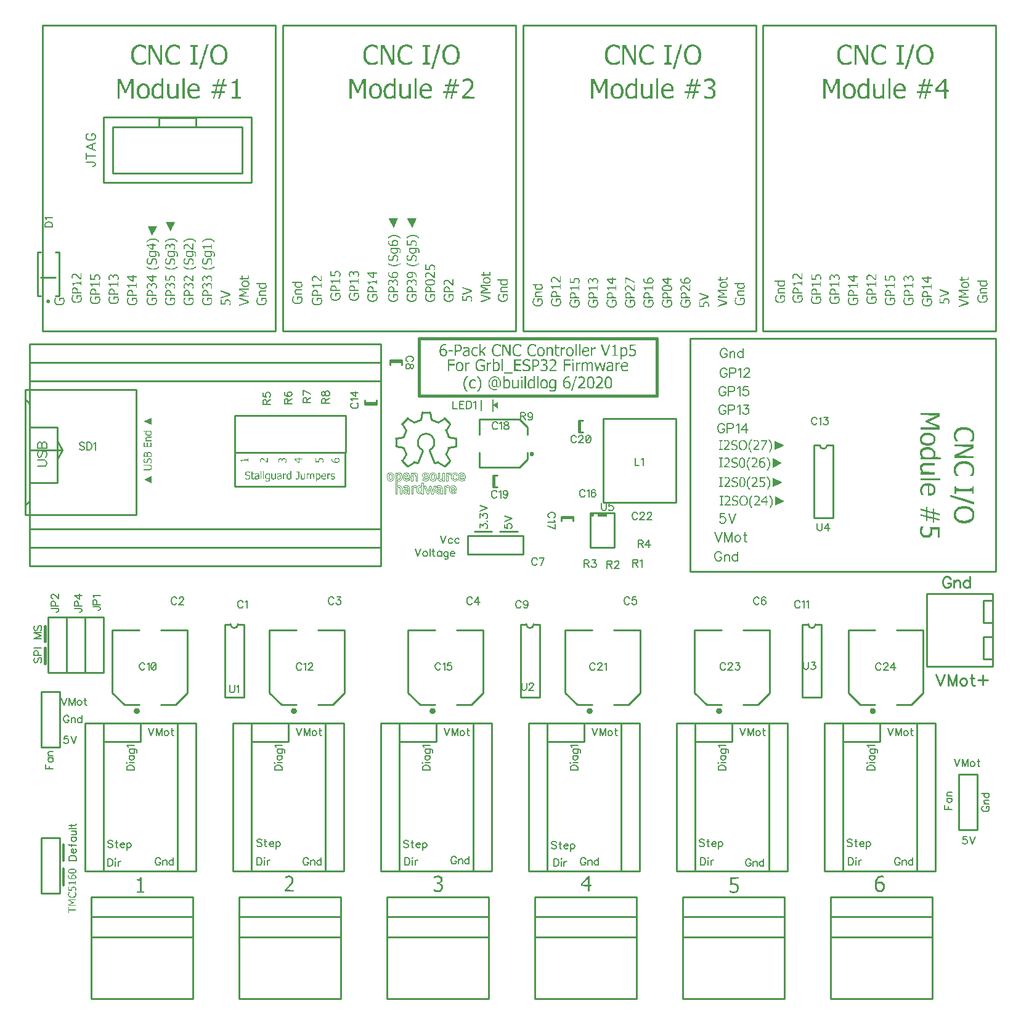
<source format=gbr>
G04 DipTrace 4.0.0.2*
G04 TopSilk.gbr*
%MOIN*%
G04 #@! TF.FileFunction,Legend,Top*
G04 #@! TF.Part,Single*
%ADD10C,0.009843*%
%ADD19C,0.015*%
%ADD29C,0.01*%
%ADD30C,0.011811*%
%ADD31C,0.003*%
%ADD40C,0.005906*%
%ADD109C,0.006176*%
%ADD110C,0.00772*%
%ADD111C,0.009264*%
%FSLAX26Y26*%
G04*
G70*
G90*
G75*
G01*
G04 TopSilk*
%LPD*%
X2343785Y3748331D2*
D10*
X2406714D1*
X2343785Y3755780D2*
X2406714D1*
X2343785D2*
Y3732220D1*
X2406714Y3755780D2*
Y3732220D1*
X841244Y2298932D2*
X984958D1*
X841244D2*
Y1958348D1*
X1103042Y2298932D2*
X1246756D1*
Y1958348D1*
X906207Y1893399D2*
X984958D1*
X1103042D2*
X1181793D1*
X906207D2*
X841244Y1958348D1*
X1181793Y1893399D2*
X1246756Y1958348D1*
G36*
X973115Y1844236D2*
X971062Y1844371D1*
X969044Y1844772D1*
X967095Y1845434D1*
X965249Y1846344D1*
X963538Y1847487D1*
X961991Y1848844D1*
X960634Y1850391D1*
X959491Y1852102D1*
X958581Y1853948D1*
X957919Y1855897D1*
X957518Y1857915D1*
X957383Y1859969D1*
X957518Y1862022D1*
X957919Y1864040D1*
X958581Y1865989D1*
X959491Y1867835D1*
X960634Y1869546D1*
X961991Y1871093D1*
X963538Y1872450D1*
X965249Y1873593D1*
X967095Y1874503D1*
X969044Y1875165D1*
X971062Y1875566D1*
X973115Y1875701D1*
X973159D1*
X975212Y1875566D1*
X977231Y1875165D1*
X979179Y1874503D1*
X981025Y1873593D1*
X982736Y1872450D1*
X984283Y1871093D1*
X985640Y1869546D1*
X986783Y1867835D1*
X987694Y1865989D1*
X988355Y1864040D1*
X988756Y1862022D1*
X988891Y1859969D1*
X988756Y1857915D1*
X988355Y1855897D1*
X987694Y1853948D1*
X986783Y1852102D1*
X985640Y1850391D1*
X984283Y1848844D1*
X982736Y1847487D1*
X981025Y1846344D1*
X979179Y1845434D1*
X977231Y1844772D1*
X975212Y1844371D1*
X973159Y1844236D1*
X973115D1*
G37*
X1691244Y2298932D2*
D10*
X1834958D1*
X1691244D2*
Y1958348D1*
X1953042Y2298932D2*
X2096756D1*
Y1958348D1*
X1756207Y1893399D2*
X1834958D1*
X1953042D2*
X2031793D1*
X1756207D2*
X1691244Y1958348D1*
X2031793Y1893399D2*
X2096756Y1958348D1*
G36*
X1823115Y1844236D2*
X1821062Y1844371D1*
X1819044Y1844772D1*
X1817095Y1845434D1*
X1815249Y1846344D1*
X1813538Y1847487D1*
X1811991Y1848844D1*
X1810634Y1850391D1*
X1809491Y1852102D1*
X1808581Y1853948D1*
X1807919Y1855897D1*
X1807518Y1857915D1*
X1807383Y1859969D1*
X1807518Y1862022D1*
X1807919Y1864040D1*
X1808581Y1865989D1*
X1809491Y1867835D1*
X1810634Y1869546D1*
X1811991Y1871093D1*
X1813538Y1872450D1*
X1815249Y1873593D1*
X1817095Y1874503D1*
X1819044Y1875165D1*
X1821062Y1875566D1*
X1823115Y1875701D1*
X1823159D1*
X1825212Y1875566D1*
X1827231Y1875165D1*
X1829179Y1874503D1*
X1831025Y1873593D1*
X1832736Y1872450D1*
X1834283Y1871093D1*
X1835640Y1869546D1*
X1836783Y1867835D1*
X1837694Y1865989D1*
X1838355Y1864040D1*
X1838756Y1862022D1*
X1838891Y1859969D1*
X1838756Y1857915D1*
X1838355Y1855897D1*
X1837694Y1853948D1*
X1836783Y1852102D1*
X1835640Y1850391D1*
X1834283Y1848844D1*
X1832736Y1847487D1*
X1831025Y1846344D1*
X1829179Y1845434D1*
X1827231Y1844772D1*
X1825212Y1844371D1*
X1823159Y1844236D1*
X1823115D1*
G37*
X2269214Y3526037D2*
D10*
X2206285D1*
X2269214Y3518588D2*
X2206285D1*
X2269214D2*
Y3542147D1*
X2206285Y3518588D2*
Y3542147D1*
X2441244Y2298932D2*
X2584958D1*
X2441244D2*
Y1958348D1*
X2703042Y2298932D2*
X2846756D1*
Y1958348D1*
X2506207Y1893399D2*
X2584958D1*
X2703042D2*
X2781793D1*
X2506207D2*
X2441244Y1958348D1*
X2781793Y1893399D2*
X2846756Y1958348D1*
G36*
X2573115Y1844236D2*
X2571062Y1844371D1*
X2569044Y1844772D1*
X2567095Y1845434D1*
X2565249Y1846344D1*
X2563538Y1847487D1*
X2561991Y1848844D1*
X2560634Y1850391D1*
X2559491Y1852102D1*
X2558581Y1853948D1*
X2557919Y1855897D1*
X2557518Y1857915D1*
X2557383Y1859969D1*
X2557518Y1862022D1*
X2557919Y1864040D1*
X2558581Y1865989D1*
X2559491Y1867835D1*
X2560634Y1869546D1*
X2561991Y1871093D1*
X2563538Y1872450D1*
X2565249Y1873593D1*
X2567095Y1874503D1*
X2569044Y1875165D1*
X2571062Y1875566D1*
X2573115Y1875701D1*
X2573159D1*
X2575212Y1875566D1*
X2577231Y1875165D1*
X2579179Y1874503D1*
X2581025Y1873593D1*
X2582736Y1872450D1*
X2584283Y1871093D1*
X2585640Y1869546D1*
X2586783Y1867835D1*
X2587694Y1865989D1*
X2588355Y1864040D1*
X2588756Y1862022D1*
X2588891Y1859969D1*
X2588756Y1857915D1*
X2588355Y1855897D1*
X2587694Y1853948D1*
X2586783Y1852102D1*
X2585640Y1850391D1*
X2584283Y1848844D1*
X2582736Y1847487D1*
X2581025Y1846344D1*
X2579179Y1845434D1*
X2577231Y1844772D1*
X2575212Y1844371D1*
X2573159Y1844236D1*
X2573115D1*
G37*
X3268786Y2904580D2*
D10*
X3331715D1*
X3268786Y2912029D2*
X3331715D1*
X3268786D2*
Y2888470D1*
X3331715Y2912029D2*
Y2888470D1*
X2826594Y3176577D2*
X2826563Y3257285D1*
X2826594Y3176577D2*
X3043100D1*
X3086395Y3219894D2*
X3043100Y3176577D1*
X3086395Y3219894D2*
Y3257285D1*
X2826563Y3355713D2*
X2826594Y3436420D1*
X3043100D1*
X3086395Y3393104D2*
X3043100Y3436420D1*
X3086395Y3355713D2*
Y3393104D1*
G36*
X3121853Y3249417D2*
X3121752Y3247877D1*
X3121451Y3246362D1*
X3120955Y3244900D1*
X3120272Y3243516D1*
X3119414Y3242232D1*
X3118396Y3241071D1*
X3117235Y3240053D1*
X3115951Y3239195D1*
X3114567Y3238513D1*
X3113105Y3238016D1*
X3111590Y3237715D1*
X3110050Y3237614D1*
X3108509Y3237715D1*
X3106995Y3238016D1*
X3105533Y3238513D1*
X3104148Y3239195D1*
X3102865Y3240053D1*
X3101704Y3241071D1*
X3100686Y3242232D1*
X3099828Y3243516D1*
X3099145Y3244900D1*
X3098649Y3246362D1*
X3098348Y3247877D1*
X3098247Y3249417D1*
Y3249430D1*
X3098348Y3250971D1*
X3098649Y3252485D1*
X3099145Y3253947D1*
X3099828Y3255332D1*
X3100686Y3256616D1*
X3101704Y3257777D1*
X3102865Y3258795D1*
X3104148Y3259652D1*
X3105533Y3260335D1*
X3106995Y3260831D1*
X3108509Y3261133D1*
X3110050Y3261234D1*
X3111590Y3261133D1*
X3113105Y3260831D1*
X3114567Y3260335D1*
X3115951Y3259652D1*
X3117235Y3258795D1*
X3118396Y3257777D1*
X3119414Y3256616D1*
X3120272Y3255332D1*
X3120955Y3253947D1*
X3121451Y3252485D1*
X3121752Y3250971D1*
X3121853Y3249430D1*
Y3249417D1*
G37*
X2906761Y3070444D2*
D10*
Y3133373D1*
X2899312Y3070444D2*
Y3133373D1*
Y3070444D2*
X2922871D1*
X2899312Y3133373D2*
X2922871D1*
X3370920Y3368786D2*
Y3431715D1*
X3363471Y3368786D2*
Y3431715D1*
Y3368786D2*
X3387030D1*
X3363471Y3431715D2*
X3387030D1*
X3291244Y2298932D2*
X3434958D1*
X3291244D2*
Y1958348D1*
X3553042Y2298932D2*
X3696756D1*
Y1958348D1*
X3356207Y1893399D2*
X3434958D1*
X3553042D2*
X3631793D1*
X3356207D2*
X3291244Y1958348D1*
X3631793Y1893399D2*
X3696756Y1958348D1*
G36*
X3423115Y1844236D2*
X3421062Y1844371D1*
X3419044Y1844772D1*
X3417095Y1845434D1*
X3415249Y1846344D1*
X3413538Y1847487D1*
X3411991Y1848844D1*
X3410634Y1850391D1*
X3409491Y1852102D1*
X3408581Y1853948D1*
X3407919Y1855897D1*
X3407518Y1857915D1*
X3407383Y1859969D1*
X3407518Y1862022D1*
X3407919Y1864040D1*
X3408581Y1865989D1*
X3409491Y1867835D1*
X3410634Y1869546D1*
X3411991Y1871093D1*
X3413538Y1872450D1*
X3415249Y1873593D1*
X3417095Y1874503D1*
X3419044Y1875165D1*
X3421062Y1875566D1*
X3423115Y1875701D1*
X3423159D1*
X3425212Y1875566D1*
X3427231Y1875165D1*
X3429179Y1874503D1*
X3431025Y1873593D1*
X3432736Y1872450D1*
X3434283Y1871093D1*
X3435640Y1869546D1*
X3436783Y1867835D1*
X3437694Y1865989D1*
X3438355Y1864040D1*
X3438756Y1862022D1*
X3438891Y1859969D1*
X3438756Y1857915D1*
X3438355Y1855897D1*
X3437694Y1853948D1*
X3436783Y1852102D1*
X3435640Y1850391D1*
X3434283Y1848844D1*
X3432736Y1847487D1*
X3431025Y1846344D1*
X3429179Y1845434D1*
X3427231Y1844772D1*
X3425212Y1844371D1*
X3423159Y1844236D1*
X3423115D1*
G37*
X3991244Y2298932D2*
D10*
X4134958D1*
X3991244D2*
Y1958348D1*
X4253042Y2298932D2*
X4396756D1*
Y1958348D1*
X4056207Y1893399D2*
X4134958D1*
X4253042D2*
X4331793D1*
X4056207D2*
X3991244Y1958348D1*
X4331793Y1893399D2*
X4396756Y1958348D1*
G36*
X4123115Y1844236D2*
X4121062Y1844371D1*
X4119044Y1844772D1*
X4117095Y1845434D1*
X4115249Y1846344D1*
X4113538Y1847487D1*
X4111991Y1848844D1*
X4110634Y1850391D1*
X4109491Y1852102D1*
X4108581Y1853948D1*
X4107919Y1855897D1*
X4107518Y1857915D1*
X4107383Y1859969D1*
X4107518Y1862022D1*
X4107919Y1864040D1*
X4108581Y1865989D1*
X4109491Y1867835D1*
X4110634Y1869546D1*
X4111991Y1871093D1*
X4113538Y1872450D1*
X4115249Y1873593D1*
X4117095Y1874503D1*
X4119044Y1875165D1*
X4121062Y1875566D1*
X4123115Y1875701D1*
X4123159D1*
X4125212Y1875566D1*
X4127231Y1875165D1*
X4129179Y1874503D1*
X4131025Y1873593D1*
X4132736Y1872450D1*
X4134283Y1871093D1*
X4135640Y1869546D1*
X4136783Y1867835D1*
X4137694Y1865989D1*
X4138355Y1864040D1*
X4138756Y1862022D1*
X4138891Y1859969D1*
X4138756Y1857915D1*
X4138355Y1855897D1*
X4137694Y1853948D1*
X4136783Y1852102D1*
X4135640Y1850391D1*
X4134283Y1848844D1*
X4132736Y1847487D1*
X4131025Y1846344D1*
X4129179Y1845434D1*
X4127231Y1844772D1*
X4125212Y1844371D1*
X4123159Y1844236D1*
X4123115D1*
G37*
X4822495Y2298932D2*
D10*
X4966209D1*
X4822495D2*
Y1958348D1*
X5084293Y2298932D2*
X5228007D1*
Y1958348D1*
X4887458Y1893399D2*
X4966209D1*
X5084293D2*
X5163043D1*
X4887458D2*
X4822495Y1958348D1*
X5163043Y1893399D2*
X5228007Y1958348D1*
G36*
X4954366Y1844236D2*
X4952313Y1844371D1*
X4950294Y1844772D1*
X4948346Y1845434D1*
X4946500Y1846344D1*
X4944789Y1847487D1*
X4943242Y1848844D1*
X4941885Y1850391D1*
X4940742Y1852102D1*
X4939831Y1853948D1*
X4939170Y1855897D1*
X4938768Y1857915D1*
X4938634Y1859969D1*
X4938768Y1862022D1*
X4939170Y1864040D1*
X4939831Y1865989D1*
X4940742Y1867835D1*
X4941885Y1869546D1*
X4943242Y1871093D1*
X4944789Y1872450D1*
X4946500Y1873593D1*
X4948346Y1874503D1*
X4950294Y1875165D1*
X4952313Y1875566D1*
X4954366Y1875701D1*
X4954409D1*
X4956463Y1875566D1*
X4958481Y1875165D1*
X4960430Y1874503D1*
X4962276Y1873593D1*
X4963987Y1872450D1*
X4965534Y1871093D1*
X4966891Y1869546D1*
X4968034Y1867835D1*
X4968944Y1865989D1*
X4969606Y1864040D1*
X4970007Y1862022D1*
X4970142Y1859969D1*
X4970007Y1857915D1*
X4969606Y1855897D1*
X4968944Y1853948D1*
X4968034Y1852102D1*
X4966891Y1850391D1*
X4965534Y1848844D1*
X4963987Y1847487D1*
X4962276Y1846344D1*
X4960430Y1845434D1*
X4958481Y1844772D1*
X4956463Y1844371D1*
X4954409Y1844236D1*
X4954366D1*
G37*
X454636Y4104620D2*
D10*
X434947D1*
X434942Y4340844D1*
X454631D1*
X533368Y4104621D2*
X553057Y4104622D1*
X553053Y4340846D1*
X533364D1*
X454634Y4203066D2*
X533366Y4203068D1*
G36*
X503841Y4075099D2*
X503757Y4073814D1*
X503506Y4072552D1*
X503092Y4071334D1*
X502523Y4070179D1*
X501808Y4069109D1*
X500959Y4068142D1*
X499992Y4067293D1*
X498922Y4066578D1*
X497768Y4066009D1*
X496549Y4065595D1*
X495287Y4065344D1*
X494003Y4065260D1*
X492718Y4065344D1*
X491456Y4065595D1*
X490238Y4066009D1*
X489083Y4066578D1*
X488013Y4067293D1*
X487046Y4068141D1*
X486197Y4069109D1*
X485482Y4070179D1*
X484913Y4071333D1*
X484499Y4072552D1*
X484248Y4073814D1*
X484164Y4075098D1*
Y4075117D1*
X484248Y4076401D1*
X484499Y4077663D1*
X484913Y4078882D1*
X485482Y4080036D1*
X486197Y4081106D1*
X487045Y4082074D1*
X488013Y4082922D1*
X489083Y4083637D1*
X490237Y4084206D1*
X491456Y4084620D1*
X492718Y4084871D1*
X494002Y4084955D1*
X495286Y4084871D1*
X496549Y4084620D1*
X497767Y4084207D1*
X498922Y4083637D1*
X499992Y4082922D1*
X500959Y4082074D1*
X501808Y4081106D1*
X502523Y4080036D1*
X503092Y4078882D1*
X503506Y4077663D1*
X503757Y4076401D1*
X503841Y4075117D1*
Y4075099D1*
G37*
X794000Y1794000D2*
D10*
Y1694000D1*
X994000Y1794000D2*
X794000D1*
X994000D2*
Y1694000D1*
X794000D1*
Y1794000D2*
Y994000D1*
X694000Y1794000D2*
X794000D1*
X694000D2*
Y994000D1*
X794000D1*
X1294000Y1794000D2*
Y994000D1*
X1194000Y1794000D2*
X1294000D1*
X1194000D2*
Y994000D1*
X1294000D1*
X1919699Y3844000D2*
X1927301D1*
X468100D2*
X2294000D1*
X394000D2*
X468100D1*
X394000Y3744000D2*
Y3844000D1*
Y3744000D2*
X2294000D1*
Y3844000D1*
X1919699Y3744000D2*
X1927301D1*
X468100D2*
X2294000D1*
X394000D2*
X468100D1*
X394000Y3644000D2*
Y3744000D1*
Y3644000D2*
X2294000D1*
Y3744000D1*
X1919699Y2744000D2*
X1927301D1*
X468100D2*
X2294000D1*
X394000D2*
X468100D1*
X394000Y2644000D2*
Y2744000D1*
Y2644000D2*
X2294000D1*
Y2744000D1*
X1919699Y2844000D2*
X1927301D1*
X468100D2*
X2294000D1*
X394000D2*
X468100D1*
X394000Y2744000D2*
Y2844000D1*
Y2744000D2*
X2294000D1*
Y2844000D1*
X1594000Y1794000D2*
Y1694000D1*
X1794000Y1794000D2*
X1594000D1*
X1794000D2*
Y1694000D1*
X1594000D1*
Y1794000D2*
Y994000D1*
X1494000Y1794000D2*
X1594000D1*
X1494000D2*
Y994000D1*
X1594000D1*
X2094000Y1794000D2*
Y994000D1*
X1994000Y1794000D2*
X2094000D1*
X1994000D2*
Y994000D1*
X2094000D1*
X1543975Y4769014D2*
Y5018986D1*
X844025D1*
Y4769014D1*
X1543975D1*
X1293982Y5018986D2*
Y5068987D1*
X1094018D1*
Y5018986D1*
X1293982D1*
X1593606Y4718803D2*
Y5069197D1*
X794394D1*
Y4718803D1*
X1593606D1*
X2394000Y1794000D2*
Y1694000D1*
X2594000Y1794000D2*
X2394000D1*
X2594000D2*
Y1694000D1*
X2394000D1*
Y1794000D2*
Y994000D1*
X2294000Y1794000D2*
X2394000D1*
X2294000D2*
Y994000D1*
X2394000D1*
X2894000Y1794000D2*
Y994000D1*
X2794000Y1794000D2*
X2894000D1*
X2794000D2*
Y994000D1*
X2894000D1*
X3194000Y1794000D2*
Y1694000D1*
X3394000Y1794000D2*
X3194000D1*
X3394000D2*
Y1694000D1*
X3194000D1*
Y1794000D2*
Y994000D1*
X3094000Y1794000D2*
X3194000D1*
X3094000D2*
Y994000D1*
X3194000D1*
X3694000Y1794000D2*
Y994000D1*
X3594000Y1794000D2*
X3694000D1*
X3594000D2*
Y994000D1*
X3694000D1*
X1501480Y3256598D2*
X2101480D1*
Y3456598D1*
X1501480D2*
X2101480D1*
X1501480Y3256598D2*
Y3456598D1*
X3994000Y1794000D2*
Y1694000D1*
X4194000Y1794000D2*
X3994000D1*
X4194000D2*
Y1694000D1*
X3994000D1*
Y1794000D2*
Y994000D1*
X3894000Y1794000D2*
X3994000D1*
X3894000D2*
Y994000D1*
X3994000D1*
X4494000Y1794000D2*
Y994000D1*
X4394000Y1794000D2*
X4494000D1*
X4394000D2*
Y994000D1*
X4494000D1*
X2762749Y2706500D2*
Y2806500D1*
X3062749D1*
Y2706500D2*
Y2806500D1*
X2762749Y2706500D2*
X3062749D1*
X5419000Y1519000D2*
X5519000D1*
Y1219000D1*
X5419000D2*
X5519000D1*
X5419000Y1519000D2*
Y1219000D1*
X456500Y1962749D2*
X556500D1*
Y1662749D1*
X456500D2*
X556500D1*
X456500Y1962749D2*
Y1662749D1*
X4794000Y1794000D2*
Y1694000D1*
X4994000Y1794000D2*
X4794000D1*
X4994000D2*
Y1694000D1*
X4794000D1*
Y1794000D2*
Y994000D1*
X4694000Y1794000D2*
X4794000D1*
X4694000D2*
Y994000D1*
X4794000D1*
X5294000Y1794000D2*
Y994000D1*
X5194000Y1794000D2*
X5294000D1*
X5194000D2*
Y994000D1*
X5294000D1*
X794000Y2069000D2*
X694000D1*
Y2369000D1*
X794000D2*
X694000D1*
X794000Y2069000D2*
Y2369000D1*
X594000Y2069000D2*
X494000D1*
Y2369000D1*
X594000D2*
X494000D1*
X594000Y2069000D2*
Y2369000D1*
X556500Y875249D2*
X456500D1*
Y1175249D1*
X556500D2*
X456500D1*
X556500Y875249D2*
Y1175249D1*
X694000Y2069000D2*
X594000D1*
Y2369000D1*
X694000D2*
X594000D1*
X694000Y2069000D2*
Y2369000D1*
X3497150Y2986371D2*
X3890850D1*
Y3439127D1*
X3497150D1*
Y2986371D1*
G36*
X2900249Y3512749D2*
X2925249Y3493999D1*
Y3531500D1*
D1*
X2900249Y3512749D1*
G37*
Y3481500D2*
D40*
Y3543999D1*
X2837602Y3483222D2*
Y3542277D1*
X1723921Y3915260D2*
D10*
Y5568803D1*
X464079D1*
Y3915260D1*
X1723921D1*
X3023921D2*
Y5568803D1*
X1764079D1*
Y3915260D1*
X3023921D1*
X4323921D2*
Y5568803D1*
X3064079D1*
Y3915260D1*
X4323921D1*
X5620322D2*
Y5568803D1*
X4360479D1*
Y3915260D1*
X5620322D1*
X3965260Y2614092D2*
X5618803D1*
Y3873934D1*
X3965260D1*
Y2614092D1*
X369591Y3546247D2*
X394610Y3521272D1*
X369591Y3596264D2*
Y2921264D1*
X969591D1*
Y3596264D1*
X369591D1*
X394610Y3521272D2*
Y2996256D1*
X369591Y2971281D1*
X394610Y3271251D2*
X569571D1*
X544610Y3321269D1*
X569571Y3271251D2*
X544610Y3221234D1*
X725102Y749094D2*
Y638858D1*
X1276283D1*
Y749094D1*
X725102D1*
Y855417D2*
Y304236D1*
X1276283D1*
Y855417D1*
X725102D1*
X1525102Y749094D2*
Y638858D1*
X2076283D1*
Y749094D1*
X1525102D1*
Y855417D2*
Y304236D1*
X2076283D1*
Y855417D1*
X1525102D1*
X2325102Y749094D2*
Y638858D1*
X2876283D1*
Y749094D1*
X2325102D1*
Y855417D2*
Y304236D1*
X2876283D1*
Y855417D1*
X2325102D1*
X5247148Y2101824D2*
X5601479D1*
Y2495525D1*
X5247148D1*
Y2101824D1*
X5552262Y2141194D2*
X5601479D1*
Y2259304D1*
X5552262D1*
Y2141194D1*
Y2338045D2*
X5601479D1*
Y2456155D1*
X5552262D1*
Y2338045D1*
X3125102Y749094D2*
Y638858D1*
X3676283D1*
Y749094D1*
X3125102D1*
Y855417D2*
Y304236D1*
X3676283D1*
Y855417D1*
X3125102D1*
X3925102Y749094D2*
Y638858D1*
X4476283D1*
Y749094D1*
X3925102D1*
Y855417D2*
Y304236D1*
X4476283D1*
Y855417D1*
X3925102D1*
X4725102Y749094D2*
Y638858D1*
X5276283D1*
Y749094D1*
X4725102D1*
Y855417D2*
Y304236D1*
X5276283D1*
Y855417D1*
X4725102D1*
X1449112Y2328335D2*
Y1934665D1*
X1551487Y2328335D2*
Y1934665D1*
X1449112D2*
X1551487D1*
X1449112Y2328335D2*
X1480605D1*
X1519993D2*
X1551487D1*
X1480605D2*
G03X1519993Y2328335I19694J11D01*
G01*
X3049112D2*
Y1934665D1*
X3151487Y2328335D2*
Y1934665D1*
X3049112D2*
X3151487D1*
X3049112Y2328335D2*
X3080605D1*
X3119993D2*
X3151487D1*
X3080605D2*
G03X3119993Y2328335I19694J11D01*
G01*
X4574112D2*
Y1934665D1*
X4676487Y2328335D2*
Y1934665D1*
X4574112D2*
X4676487D1*
X4574112Y2328335D2*
X4605605D1*
X4644993D2*
X4676487D1*
X4605605D2*
G03X4644993Y2328335I19694J11D01*
G01*
X4636562Y3297084D2*
Y2903415D1*
X4738937Y3297084D2*
Y2903415D1*
X4636562D2*
X4738937D1*
X4636562Y3297084D2*
X4668055D1*
X4707444D2*
X4738937D1*
X4668055D2*
G03X4707444Y3297084I19694J11D01*
G01*
X3555017Y2931255D2*
X3427060D1*
Y2744247D1*
X3555017D1*
Y2931255D1*
G36*
X3436919D2*
X3438204Y2931170D1*
X3439468Y2930919D1*
X3440687Y2930505D1*
X3441842Y2929936D1*
X3442913Y2929220D1*
X3443881Y2928371D1*
X3444730Y2927403D1*
X3445446Y2926332D1*
X3446016Y2925177D1*
X3446430Y2923957D1*
X3446681Y2922694D1*
X3446765Y2921409D1*
X3446681Y2920124D1*
X3446430Y2918861D1*
X3446016Y2917641D1*
X3445446Y2916486D1*
X3444730Y2915415D1*
X3443881Y2914447D1*
X3442913Y2913598D1*
X3441842Y2912882D1*
X3440687Y2912312D1*
X3439468Y2911898D1*
X3438204Y2911647D1*
X3436919Y2911563D1*
X3436906D1*
X3435621Y2911647D1*
X3434358Y2911898D1*
X3433138Y2912312D1*
X3431983Y2912882D1*
X3430912Y2913598D1*
X3429944Y2914447D1*
X3429095Y2915415D1*
X3428379Y2916486D1*
X3427810Y2917641D1*
X3427396Y2918861D1*
X3427145Y2920124D1*
X3427060Y2921409D1*
X3427145Y2922694D1*
X3427396Y2923957D1*
X3427810Y2925177D1*
X3428379Y2926332D1*
X3429095Y2927403D1*
X3429944Y2928371D1*
X3430912Y2929220D1*
X3431983Y2929936D1*
X3433138Y2930505D1*
X3434358Y2930919D1*
X3435621Y2931170D1*
X3436906Y2931255D1*
X3436919D1*
G37*
G36*
X3515663D2*
X3466442D1*
Y2911563D1*
X3515663D1*
Y2931255D1*
G37*
X694000Y1794000D2*
D29*
X1294000D1*
Y994000D1*
X694000D1*
Y1794000D1*
X2294000D2*
X2894000D1*
Y994000D1*
X2294000D1*
Y1794000D1*
X3094000D2*
X3694000D1*
Y994000D1*
X3094000D1*
Y1794000D1*
X3894000D2*
X4494000D1*
Y994000D1*
X3894000D1*
Y1794000D1*
X4694000D2*
X5294000D1*
Y994000D1*
X4694000D1*
Y1794000D1*
X394000Y3644000D2*
X2294000D1*
Y2844000D1*
X394000D1*
Y3644000D1*
Y3394000D2*
X544000D1*
Y3094000D1*
X394000D1*
Y3394000D1*
X1494000Y1794000D2*
X2094000D1*
Y994000D1*
X1494000D1*
Y1794000D1*
X2800250Y2831500D2*
X2893999D1*
X2937749D2*
X3031498D1*
X575249Y919000D2*
D30*
Y1006500D1*
X475249Y2319000D2*
D19*
Y2237751D1*
Y2200249D2*
Y2119000D1*
X2500249Y3875249D2*
X3787749D1*
Y3562749D1*
X2500249D1*
Y3875249D1*
G36*
X2341962Y3029055D2*
D1*
D1*
D1*
D1*
D1*
D1*
D1*
D1*
D1*
D1*
D1*
D1*
D1*
D1*
D1*
D1*
D1*
D1*
D1*
D1*
D1*
D1*
D1*
D1*
D1*
D1*
D1*
D1*
D1*
D1*
D1*
D1*
D1*
D1*
D1*
G37*
X2635604Y3034379D2*
D31*
Y3077869D1*
X2644350D1*
Y3073224D1*
X2644510D1*
G02X2649381Y3077083I10348J-8059D01*
G01*
G02X2655832Y3078371I6179J-14141D01*
G01*
G02X2660493Y3077531I-12J-13422D01*
G01*
G02X2664920Y3075012I-5924J-15555D01*
G01*
X2658606Y3067472D1*
G03X2655728Y3069088I-6924J-8964D01*
G01*
G03X2652816Y3069623I-2934J-7771D01*
G01*
G03X2646972Y3067465I-11J-8960D01*
G01*
G03X2645005Y3064646I4242J-5056D01*
G01*
G03X2644350Y3060516I11128J-3881D01*
G01*
Y3034379D1*
X2635604D1*
X2505522Y3069623D2*
G03X2502735Y3069361I-152J-13316D01*
G01*
G03X2500568Y3068566I1466J-7342D01*
G01*
G03X2498094Y3065394I2524J-4519D01*
G01*
G03X2496857Y3056175I31554J-8928D01*
G01*
G03X2498094Y3046815I33232J-368D01*
G01*
G03X2500568Y3043642I4996J1344D01*
G01*
G03X2502735Y3042846I3632J6547D01*
G01*
G03X2505522Y3042584I2635J13053D01*
G01*
G03X2508264Y3042858I150J12343D01*
G01*
G03X2510402Y3043682I-1539J7178D01*
G01*
G03X2512850Y3046987I-2797J4632D01*
G01*
G03X2514088Y3056175I-32653J9075D01*
G01*
G03X2512850Y3065220I-33398J39D01*
G01*
G03X2510402Y3068525I-5245J-1328D01*
G01*
G03X2508264Y3069349I-3677J-6354D01*
G01*
G03X2505522Y3069623I-2592J-12069D01*
G01*
D3*
X2568070Y3034379D2*
X2558961Y3064799D1*
X2558799D1*
X2549713Y3034379D1*
X2541992D1*
X2528100Y3077869D1*
X2537349D1*
X2545692Y3047409D1*
X2545853D1*
X2555703Y3077869D1*
X2562080D1*
X2571909Y3047409D1*
X2572091D1*
X2580413Y3077869D1*
X2589681D1*
X2575770Y3034379D1*
X2568070D1*
X2449088Y3122028D2*
X2422004D1*
G03X2422732Y3117332I13769J-268D01*
G01*
G03X2424920Y3113978I7820J2710D01*
G01*
G03X2428236Y3111965I6550J7052D01*
G01*
G03X2432358Y3111293I3972J11385D01*
G01*
G03X2437449Y3112343I79J12485D01*
G01*
G03X2441909Y3115495I-5937J13134D01*
G01*
X2448240Y3110087D1*
G02X2444804Y3106850I-15853J13389D01*
G01*
G02X2440965Y3104698I-10151J13609D01*
G01*
G02X2432518Y3103091I-8379J21029D01*
G01*
G02X2425929Y3104172I8J20663D01*
G01*
G02X2419541Y3107421I8283J24190D01*
G01*
G02X2416793Y3110155I6387J9169D01*
G01*
G02X2414828Y3114024I12648J8856D01*
G01*
G02X2413652Y3119028I24445J8384D01*
G01*
G02X2413259Y3125164I43499J5872D01*
G01*
G02X2413622Y3131028I43460J249D01*
G01*
G02X2414707Y3135908I26634J-3362D01*
G01*
G02X2416521Y3139808I16442J-5274D01*
G01*
G02X2419058Y3142727I10664J-6707D01*
G01*
G02X2424992Y3146369I14321J-16680D01*
G01*
G02X2431192Y3147583I6223J-15343D01*
G01*
G02X2437902Y3146341I134J-18032D01*
G01*
G02X2443720Y3142617I-7044J-17413D01*
G01*
G02X2447744Y3136787I-10821J-11772D01*
G01*
G02X2449088Y3129226I-18893J-7258D01*
G01*
Y3122028D1*
X2328112Y3125386D2*
G02X2328388Y3131492I59844J346D01*
G01*
G02X2329209Y3135811I21900J-1922D01*
G01*
G02X2332818Y3142014I16008J-5161D01*
G01*
G02X2334953Y3143941I11634J-10748D01*
G01*
G02X2337776Y3145782I15012J-19930D01*
G01*
G02X2341424Y3147133I6224J-11211D01*
G01*
G02X2346047Y3147583I4407J-21296D01*
G01*
G02X2350613Y3147133I218J-21169D01*
G01*
G02X2354260Y3145782I-2629J-12699D01*
G01*
G02X2357102Y3143941I-12332J-22153D01*
G01*
G02X2359257Y3142014I-9474J-12765D01*
G01*
G02X2362856Y3135811I-12309J-11285D01*
G01*
G02X2363669Y3131492I-21463J-6279D01*
G01*
G02X2363940Y3125386I-59069J-5674D01*
G01*
G02X2363669Y3119177I-61251J-443D01*
G01*
G02X2362856Y3114820I-22633J1972D01*
G01*
G02X2359257Y3108619I-15897J5081D01*
G01*
G02X2357102Y3106671I-11274J10300D01*
G01*
G02X2354260Y3104848I-14028J18748D01*
G01*
G02X2350613Y3103529I-6274J11646D01*
G01*
G02X2346047Y3103091I-4372J21545D01*
G01*
G02X2341424Y3103529I-239J22080D01*
G01*
G02X2337776Y3104848I2571J12818D01*
G01*
G02X2334953Y3106671I11060J20224D01*
G01*
G02X2332818Y3108619I9156J12176D01*
G01*
G02X2329209Y3114820I12388J11361D01*
G01*
G02X2328388Y3119177I21176J6242D01*
G01*
G02X2328112Y3125386I60474J5808D01*
G01*
D3*
X2558243D2*
G02X2558514Y3131492I59838J397D01*
G01*
G02X2559337Y3135811I22159J-1984D01*
G01*
G02X2562945Y3142014I15984J-5145D01*
G01*
G02X2565080Y3143941I11927J-11072D01*
G01*
G02X2567904Y3145782I14931J-19816D01*
G01*
G02X2571555Y3147133I6214J-11191D01*
G01*
G02X2576176Y3147583I4400J-21227D01*
G01*
G02X2580743Y3147133I217J-21192D01*
G01*
G02X2584387Y3145782I-2641J-12721D01*
G01*
G02X2587230Y3143941I-12332J-22153D01*
G01*
G02X2589385Y3142014I-9474J-12765D01*
G01*
G02X2592986Y3135811I-12310J-11293D01*
G01*
G02X2593799Y3131492I-20951J-6183D01*
G01*
G02X2594072Y3125386I-59069J-5700D01*
G01*
G02X2593799Y3119177I-61253J-417D01*
G01*
G02X2592986Y3114820I-22113J1875D01*
G01*
G02X2589385Y3108619I-15901J5088D01*
G01*
G02X2587230Y3106671I-11145J10158D01*
G01*
G02X2584387Y3104848I-14028J18748D01*
G01*
G02X2580743Y3103529I-6284J11668D01*
G01*
G02X2576176Y3103091I-4372J21546D01*
G01*
G02X2571555Y3103529I-243J22011D01*
G01*
G02X2567904Y3104848I2587J12873D01*
G01*
G02X2565080Y3106671I11437J20819D01*
G01*
G02X2562945Y3108619I9156J12176D01*
G01*
G02X2559337Y3114820I12366J11344D01*
G01*
G02X2558514Y3119177I21431J6304D01*
G01*
G02X2558243Y3125386I61493J5801D01*
G01*
D3*
X2439623Y3034218D2*
Y3038060D1*
X2439441D1*
G02X2435801Y3034803I-6209J3277D01*
G01*
G02X2432808Y3033988I-4883J12027D01*
G01*
G02X2429008Y3033715I-3667J24458D01*
G01*
G02X2422688Y3034756I126J20477D01*
G01*
G02X2418131Y3037558I3819J11317D01*
G01*
G02X2415113Y3041764I8146J9032D01*
G01*
G02X2414108Y3046987I12227J5062D01*
G01*
G02X2414978Y3051996I14014J146D01*
G01*
G02X2417587Y3056134I11621J-4436D01*
G01*
G02X2421879Y3058913I7924J-7533D01*
G01*
G02X2427841Y3059894I5850J-16959D01*
G01*
X2439623D1*
Y3064497D1*
G03X2439093Y3067021I-5461J170D01*
G01*
G03X2437472Y3068799I-4024J-2040D01*
G01*
G03X2434753Y3069836I-4088J-6637D01*
G01*
G03X2430937Y3070126I-3232J-17269D01*
G01*
G03X2428172Y3069957I-163J-20004D01*
G01*
G03X2425909Y3069445I1543J-12076D01*
G01*
G03X2422934Y3066728I2461J-5683D01*
G01*
X2416239Y3071996D1*
G02X2422239Y3076828I12105J-8890D01*
G01*
G02X2426093Y3077995I6857J-15702D01*
G01*
G02X2430513Y3078331I3909J-22183D01*
G01*
G02X2437661Y3077596I609J-29206D01*
G01*
G02X2443261Y3075235I-3933J-17151D01*
G01*
G02X2446831Y3070765I-5904J-8375D01*
G01*
G02X2447748Y3067669I-13488J-5681D01*
G01*
G02X2448087Y3063995I-21571J-3840D01*
G01*
Y3034218D1*
X2439623D1*
X2422004Y3129226D2*
X2440360D1*
G03X2439570Y3133556I-14274J-367D01*
G01*
G03X2437597Y3136736I-8334J-2968D01*
G01*
G03X2434713Y3138689I-6150J-5977D01*
G01*
G03X2431192Y3139340I-3423J-8667D01*
G01*
G03X2427625Y3138689I-101J-9546D01*
G01*
G03X2424718Y3136736I3221J-7935D01*
G01*
G03X2422752Y3133556I6189J-6024D01*
G01*
G03X2422004Y3129226I13170J-4505D01*
G01*
D3*
X2439623Y3049500D2*
Y3052697D1*
X2429428D1*
G03X2426173Y3052282I226J-14752D01*
G01*
G03X2423861Y3051264I1545J-6641D01*
G01*
G03X2422491Y3049638I2321J-3346D01*
G01*
G03X2422070Y3047409I4580J-2020D01*
G01*
G03X2422547Y3045378I4393J-39D01*
G01*
G03X2423982Y3043629I4948J2594D01*
G01*
G03X2426428Y3042348I3846J4368D01*
G01*
G03X2430071Y3041920I3375J13017D01*
G01*
G03X2434630Y3042206I730J24838D01*
G01*
G03X2437612Y3043227I-1125J8151D01*
G01*
G03X2438492Y3044131I-1903J2734D01*
G01*
G03X2439119Y3045479I-4595J2959D01*
G01*
G03X2439623Y3049500I-13056J3678D01*
G01*
D3*
X2704056Y3116379D2*
X2710510Y3110589D1*
G02X2703735Y3105201I-18106J15813D01*
G01*
G02X2699558Y3103618I-8096J15065D01*
G01*
G02X2694869Y3103091I-4558J19411D01*
G01*
G02X2687692Y3104370I-98J20218D01*
G01*
G02X2681236Y3108217I7964J20705D01*
G01*
G02X2678572Y3111205I9089J10784D01*
G01*
G02X2676668Y3115047I14381J9520D01*
G01*
G02X2675526Y3119740I23431J8186D01*
G01*
G02X2675144Y3125285I37090J5340D01*
G01*
G02X2675526Y3130833I37475J208D01*
G01*
G02X2676668Y3135538I24722J-3509D01*
G01*
G02X2678572Y3139394I16729J-5864D01*
G01*
G02X2681236Y3142406I11881J-7825D01*
G01*
G02X2687692Y3146289I14475J-16755D01*
G01*
G02X2694869Y3147583I7085J-18746D01*
G01*
G02X2699558Y3147050I87J-20130D01*
G01*
G02X2703735Y3145453I-3955J-16607D01*
G01*
G02X2710510Y3140043I-11530J-21390D01*
G01*
X2704056Y3134294D1*
G03X2699995Y3137701I-10117J-7937D01*
G01*
G03X2695211Y3138837I-4711J-9192D01*
G01*
G03X2690257Y3137990I-276J-13285D01*
G01*
G03X2686720Y3135449I3161J-8132D01*
G01*
G03X2684600Y3131215I8687J-6999D01*
G01*
G03X2683890Y3125285I21669J-5602D01*
G01*
G03X2684600Y3119383I22148J-329D01*
G01*
G03X2686720Y3115168I10754J2769D01*
G01*
G03X2690257Y3112639I6739J5687D01*
G01*
G03X2695211Y3111795I4673J12472D01*
G01*
G03X2700016Y3112941I79J10314D01*
G01*
G03X2704056Y3116379I-6012J11159D01*
G01*
D3*
X2355235Y3125285D2*
G03X2355114Y3129327I-57666J300D01*
G01*
G03X2354752Y3131962I-15890J-842D01*
G01*
G03X2353084Y3135639I-11043J-2792D01*
G01*
G03X2350178Y3138038I-5846J-4122D01*
G01*
G03X2346047Y3138837I-3910J-9133D01*
G01*
G03X2341886Y3138038I-244J-9965D01*
G01*
G03X2339010Y3135639I2823J-6307D01*
G01*
G03X2337322Y3131962I8354J-6064D01*
G01*
G03X2336991Y3129353I17314J-3520D01*
G01*
G03X2336879Y3125386I63657J-3775D01*
G01*
G03X2336991Y3121310I67355J-196D01*
G01*
G03X2337322Y3118651I17397J814D01*
G01*
G03X2339010Y3114992I9618J2221D01*
G01*
G03X2341886Y3112594I5721J3938D01*
G01*
G03X2346047Y3111795I3928J9221D01*
G01*
G03X2350178Y3112594I232J9877D01*
G01*
G03X2353084Y3114992I-2947J6530D01*
G01*
G03X2354752Y3118631I-9069J6359D01*
G01*
G03X2355114Y3121260I-15425J3465D01*
G01*
G03X2355235Y3125285I-57092J3727D01*
G01*
D3*
X2585367D2*
G03X2585243Y3129327I-58756J211D01*
G01*
G03X2584883Y3131962I-16264J-877D01*
G01*
G03X2583213Y3135639I-11186J-2864D01*
G01*
G03X2580308Y3138038I-5867J-4145D01*
G01*
G03X2576176Y3138837I-3910J-9134D01*
G01*
G03X2572014Y3138038I-244J-9965D01*
G01*
G03X2569139Y3135639I2867J-6359D01*
G01*
G03X2567450Y3131962I8298J-6038D01*
G01*
G03X2567118Y3129353I17085J-3500D01*
G01*
G03X2567008Y3125386I59839J-3648D01*
G01*
G03X2567118Y3121310I63319J-327D01*
G01*
G03X2567450Y3118651I18078J907D01*
G01*
G03X2569139Y3114992I9618J2221D01*
G01*
G03X2572014Y3112594I5765J3991D01*
G01*
G03X2576176Y3111795I3928J9221D01*
G01*
G03X2580308Y3112594I233J9878D01*
G01*
G03X2583213Y3114992I-2969J6554D01*
G01*
G03X2584883Y3118631I-9071J6367D01*
G01*
G03X2585243Y3121260I-15799J3500D01*
G01*
G03X2585367Y3125285I-58171J3816D01*
G01*
D3*
X2456734Y3103593D2*
Y3147080D1*
X2465479D1*
Y3142436D1*
X2465640D1*
G02X2470510Y3146297I10315J-8010D01*
G01*
G02X2476959Y3147583I6181J-14184D01*
G01*
G02X2481937Y3146619I-8J-13382D01*
G01*
G02X2486740Y3143732I-6806J-16762D01*
G01*
G02X2490276Y3139000I-7546J-9325D01*
G01*
G02X2491160Y3135972I-13310J-5532D01*
G01*
G02X2491454Y3132503I-19251J-3378D01*
G01*
Y3103593D1*
X2482709D1*
Y3129487D1*
G03X2482096Y3133409I-11635J191D01*
G01*
G03X2480256Y3136365I-7450J-2588D01*
G01*
G03X2477501Y3138219I-5882J-5765D01*
G01*
G03X2474144Y3138837I-3263J-8298D01*
G01*
G03X2470711Y3138219I-124J-9154D01*
G01*
G03X2467932Y3136365I3047J-7577D01*
G01*
G03X2466092Y3133409I5611J-5543D01*
G01*
G03X2465479Y3129487I11022J-3731D01*
G01*
Y3103593D1*
X2456734D1*
X2616853Y3034218D2*
Y3038060D1*
X2616672D1*
G02X2613033Y3034803I-6222J3289D01*
G01*
G02X2610038Y3033988I-4874J12002D01*
G01*
G02X2606238Y3033715I-3660J24364D01*
G01*
G02X2599919Y3034756I127J20478D01*
G01*
G02X2595360Y3037558I3821J11327D01*
G01*
G02X2592344Y3041764I8144J9023D01*
G01*
G02X2591339Y3046987I12227J5062D01*
G01*
G02X2592210Y3051996I14132J122D01*
G01*
G02X2594819Y3056134I11573J-4406D01*
G01*
G02X2599110Y3058913I7929J-7539D01*
G01*
G02X2605072Y3059894I5853J-16974D01*
G01*
X2616853D1*
Y3064497D1*
G03X2616325Y3067021I-5459J176D01*
G01*
G03X2614702Y3068799I-3988J-2011D01*
G01*
G03X2611983Y3069836I-4078J-6613D01*
G01*
G03X2608168Y3070126I-3230J-17249D01*
G01*
G03X2605403Y3069957I-163J-20004D01*
G01*
G03X2603142Y3069445I1549J-12093D01*
G01*
G03X2600164Y3066728I2462J-5689D01*
G01*
X2593470Y3071996D1*
G02X2599472Y3076828I12109J-8898D01*
G01*
G02X2603324Y3077995I6836J-15628D01*
G01*
G02X2607745Y3078331I3911J-22206D01*
G01*
G02X2614895Y3077596I608J-29226D01*
G01*
G02X2620492Y3075235I-3919J-17106D01*
G01*
G02X2624062Y3070765I-5945J-8408D01*
G01*
G02X2624978Y3067669I-13010J-5533D01*
G01*
G02X2625319Y3063995I-21211J-3823D01*
G01*
Y3034218D1*
X2616853D1*
X2701303Y3052816D2*
X2674222D1*
G03X2674950Y3048121I13942J-242D01*
G01*
G03X2677135Y3044764I7909J2758D01*
G01*
G03X2680454Y3042752I6611J7162D01*
G01*
G03X2684573Y3042081I3947J11258D01*
G01*
G03X2689667Y3043131I76J12509D01*
G01*
G03X2694125Y3046283I-5959J13157D01*
G01*
X2700458Y3040873D1*
G02X2697021Y3037638I-15953J13506D01*
G01*
G02X2693181Y3035487I-10141J13601D01*
G01*
G02X2684738Y3033877I-8383J21016D01*
G01*
G02X2678144Y3034961I33J20795D01*
G01*
G02X2671757Y3038210I8269J24157D01*
G01*
G02X2669009Y3040944I6387J9169D01*
G01*
G02X2667046Y3044812I13025J9042D01*
G01*
G02X2665869Y3049816I24571J8421D01*
G01*
G02X2665478Y3055953I43465J5851D01*
G01*
G02X2665837Y3061815I43743J259D01*
G01*
G02X2666927Y3066696I26850J-3431D01*
G01*
G02X2668736Y3070596I16503J-5287D01*
G01*
G02X2671276Y3073516I10760J-6793D01*
G01*
G02X2677210Y3077157I14414J-16833D01*
G01*
G02X2683411Y3078371I6220J-15329D01*
G01*
G02X2690119Y3077130I132J-18032D01*
G01*
G02X2695934Y3073406I-7007J-17342D01*
G01*
G02X2699962Y3067573I-10790J-11758D01*
G01*
G02X2701303Y3060014I-18937J-7259D01*
G01*
Y3052816D1*
X2458238Y3034379D2*
Y3077869D1*
X2466983D1*
Y3073224D1*
X2467144D1*
G02X2472014Y3077083I10330J-8036D01*
G01*
G02X2478463Y3078371I6177J-14129D01*
G01*
G02X2483127Y3077531I-9J-13422D01*
G01*
G02X2487550Y3075012I-5880J-15461D01*
G01*
X2481238Y3067472D1*
G03X2478362Y3069088I-6979J-9054D01*
G01*
G03X2475448Y3069623I-2931J-7757D01*
G01*
G03X2469608Y3067465I-14J-8940D01*
G01*
G03X2467638Y3064646I4243J-5063D01*
G01*
G03X2466983Y3060516I11048J-3869D01*
G01*
Y3034379D1*
X2458238D1*
X2674222Y3060014D2*
X2692577D1*
G03X2691786Y3064344I-14311J-379D01*
G01*
G03X2689812Y3067525I-8225J-2900D01*
G01*
G03X2686932Y3069475I-6096J-5902D01*
G01*
G03X2683411Y3070126I-3413J-8612D01*
G01*
G03X2679841Y3069475I-126J-9422D01*
G01*
G03X2676936Y3067525I3222J-7940D01*
G01*
G03X2674971Y3064344I6226J-6042D01*
G01*
G03X2674222Y3060014I13120J-4500D01*
G01*
D3*
X2616853Y3049500D2*
Y3052697D1*
X2606660D1*
G03X2603404Y3052282I228J-14777D01*
G01*
G03X2601091Y3051264I1564J-6690D01*
G01*
G03X2599722Y3049638I2377J-3390D01*
G01*
G03X2599303Y3047409I4532J-2005D01*
G01*
G03X2599778Y3045378I4391J-45D01*
G01*
G03X2601211Y3043629I5003J2637D01*
G01*
G03X2603661Y3042348I3866J4411D01*
G01*
G03X2607303Y3041920I3375J13015D01*
G01*
G03X2611864Y3042206I732J24823D01*
G01*
G03X2614843Y3043227I-1125J8138D01*
G01*
G03X2615722Y3044131I-1884J2711D01*
G01*
G03X2616350Y3045479I-4428J2886D01*
G01*
G03X2616853Y3049500I-12999J3667D01*
G01*
D3*
X2602035Y3118168D2*
Y3147080D1*
X2610781D1*
Y3121143D1*
G03X2611392Y3117199I11799J-189D01*
G01*
G03X2613231Y3114248I7379J2548D01*
G01*
G03X2616012Y3112409I5779J5718D01*
G01*
G03X2619445Y3111795I3320J8654D01*
G01*
G03X2622802Y3112409I98J8947D01*
G01*
G03X2625558Y3114248I-3030J7527D01*
G01*
G03X2627398Y3117199I-5560J5515D01*
G01*
G03X2628010Y3121143I-11143J3751D01*
G01*
Y3147080D1*
X2636756D1*
Y3103593D1*
X2628010D1*
Y3108197D1*
X2627829D1*
G02X2622995Y3104366I-10275J8002D01*
G01*
G02X2616610Y3103091I-6116J13997D01*
G01*
G02X2611560Y3104047I0J13806D01*
G01*
G02X2606740Y3106919I6641J16629D01*
G01*
G02X2603210Y3111647I7514J9292D01*
G01*
G02X2602329Y3114682I13193J5473D01*
G01*
G02X2602035Y3118168I19129J3368D01*
G01*
D3*
X2646686Y3103593D2*
Y3147080D1*
X2655432D1*
Y3142436D1*
X2655592D1*
G02X2660463Y3146297I10326J-8025D01*
G01*
G02X2666911Y3147583I6183J-14195D01*
G01*
G02X2671576Y3146743I6J-13342D01*
G01*
G02X2675997Y3144226I-5808J-15343D01*
G01*
X2669685Y3136686D1*
G03X2666810Y3138299I-7021J-9148D01*
G01*
G03X2663895Y3138837I-2954J-7836D01*
G01*
G03X2658055Y3136676I-1J-8967D01*
G01*
G03X2656087Y3133857I4212J-5038D01*
G01*
G03X2655432Y3129728I10968J-3856D01*
G01*
Y3103593D1*
X2646686D1*
X2514088Y3034379D2*
Y3038904D1*
G02X2508986Y3035134I-11523J10257D01*
G01*
G02X2502848Y3033877I-5988J13625D01*
G01*
G02X2499109Y3034269I-115J16911D01*
G01*
G02X2495932Y3035445I2682J12128D01*
G01*
G02X2491207Y3039486I6635J12541D01*
G01*
G02X2488732Y3044955I9814J7736D01*
G01*
G02X2488268Y3049339I32405J5651D01*
G01*
G02X2488112Y3056175I125306J6282D01*
G01*
G02X2488268Y3062925I122313J548D01*
G01*
G02X2488732Y3067252I32069J-1255D01*
G01*
G02X2491207Y3072722I12570J-2393D01*
G01*
G02X2495932Y3076762I11828J-9047D01*
G01*
G02X2499109Y3077967I5886J-10731D01*
G01*
G02X2502848Y3078371I3644J-16210D01*
G01*
G02X2508928Y3076944I174J-12918D01*
G01*
G02X2514088Y3073224I-10978J-20670D01*
G01*
Y3095420D1*
X2522835D1*
Y3034379D1*
X2514088D1*
X2389302Y3111795D2*
G03X2392080Y3112060I120J13435D01*
G01*
G03X2394241Y3112853I-1489J7404D01*
G01*
G03X2396715Y3116026I-2549J4538D01*
G01*
G03X2397949Y3125285I-31893J8961D01*
G01*
G03X2396715Y3134573I-33312J302D01*
G01*
G03X2394241Y3137772I-5050J-1350D01*
G01*
G03X2392080Y3138570I-3586J-6387D01*
G01*
G03X2389302Y3138837I-2626J-12705D01*
G01*
G03X2386535Y3138560I-119J-12773D01*
G01*
G03X2384385Y3137736I1477J-7073D01*
G01*
G03X2381934Y3134433I2765J-4611D01*
G01*
G03X2380718Y3125285I33083J-9054D01*
G01*
G03X2381934Y3116178I33993J-93D01*
G01*
G03X2384385Y3112890I5181J1303D01*
G01*
G03X2386535Y3112070I3666J6383D01*
G01*
G03X2389302Y3111795I2614J12281D01*
G01*
D3*
X2748906Y3122028D2*
X2721827D1*
G03X2722554Y3117332I13811J-266D01*
G01*
G03X2724739Y3113978I7816J2703D01*
G01*
G03X2728056Y3111965I6544J7043D01*
G01*
G03X2732181Y3111293I3974J11400D01*
G01*
G03X2737268Y3112343I80J12461D01*
G01*
G03X2741728Y3115495I-5937J13134D01*
G01*
X2748062Y3110087D1*
G02X2744623Y3106850I-15860J13406D01*
G01*
G02X2740783Y3104698I-10077J13478D01*
G01*
G02X2732339Y3103091I-8379J21029D01*
G01*
G02X2725748Y3104172I6J20663D01*
G01*
G02X2719362Y3107421I8254J24120D01*
G01*
G02X2716613Y3110155I6324J9110D01*
G01*
G02X2714650Y3114024I12700J8877D01*
G01*
G02X2713470Y3119028I24573J8435D01*
G01*
G02X2713079Y3125164I44038J5887D01*
G01*
G02X2713441Y3131028I43175J276D01*
G01*
G02X2714529Y3135908I27227J-3508D01*
G01*
G02X2716344Y3139808I16375J-5248D01*
G01*
G02X2718879Y3142727I10568J-6620D01*
G01*
G02X2724814Y3146369I14321J-16680D01*
G01*
G02X2731012Y3147583I6220J-15329D01*
G01*
G02X2737724Y3146341I129J-18071D01*
G01*
G02X2743539Y3142617I-7074J-17447D01*
G01*
G02X2747563Y3136787I-10785J-11747D01*
G01*
G02X2748906Y3129226I-18858J-7248D01*
G01*
Y3122028D1*
X2515672Y3110831D2*
X2521783Y3116882D1*
G03X2528066Y3112689I13738J13780D01*
G01*
G03X2535492Y3111293I7246J18092D01*
G01*
G03X2538892Y3111646I130J15298D01*
G01*
G03X2541646Y3112701I-2110J9626D01*
G01*
G03X2543472Y3114449I-2317J4249D01*
G01*
G03X2544079Y3116882I-4153J2327D01*
G01*
G03X2543745Y3118573I-4073J76D01*
G01*
G03X2542745Y3119848I-3100J-1404D01*
G01*
G03X2541083Y3120705I-3125J-4022D01*
G01*
G03X2538751Y3121143I-3069J-9907D01*
G01*
X2531051Y3121867D1*
G02X2526106Y3122957I1097J16750D01*
G01*
G02X2522087Y3125417I4914J12540D01*
G01*
G02X2519413Y3129180I6560J7492D01*
G01*
G02X2518525Y3134173I12368J4776D01*
G01*
G02X2519686Y3139983I13732J276D01*
G01*
G02X2523171Y3144185I9756J-4544D01*
G01*
G02X2528382Y3146734I9847J-13534D01*
G01*
G02X2534728Y3147583I6115J-21560D01*
G01*
G02X2540017Y3147181I181J-32644D01*
G01*
G02X2544492Y3145975I-3509J-21925D01*
G01*
G02X2551780Y3141672I-9602J-24583D01*
G01*
X2546371Y3135299D1*
G03X2541014Y3138203I-16549J-24133D01*
G01*
G03X2534728Y3139340I-6012J-15300D01*
G01*
G03X2531184Y3138967I-279J-14384D01*
G01*
G03X2528909Y3137853I1118J-5161D01*
G01*
G03X2527272Y3134093I3229J-3643D01*
G01*
G03X2527575Y3132718I3181J-20D01*
G01*
G03X2528488Y3131449I4014J1926D01*
G01*
G03X2530228Y3130475I2886J3116D01*
G01*
G03X2533021Y3129990I3477J11723D01*
G01*
X2540219Y3129487D1*
G02X2543358Y3129052I-1283J-20834D01*
G01*
G02X2546017Y3128213I-2934J-13916D01*
G01*
G02X2549902Y3125316I-3728J-9054D01*
G01*
G02X2552093Y3121248I-10447J-8252D01*
G01*
G02X2552827Y3116459I-14547J-4679D01*
G01*
G02X2551514Y3110780I-12038J-210D01*
G01*
G02X2547588Y3106568I-10147J5524D01*
G01*
G02X2541774Y3103959I-10931J16575D01*
G01*
G02X2534811Y3103091I-6705J25398D01*
G01*
G02X2524598Y3105025I-179J26982D01*
G01*
G02X2515672Y3110831I11035J26732D01*
G01*
D3*
X2721827Y3129226D2*
X2740181D1*
G03X2739388Y3133556I-14277J-375D01*
G01*
G03X2737416Y3136736I-8292J-2942D01*
G01*
G03X2734533Y3138689I-6158J-5987D01*
G01*
G03X2731012Y3139340I-3423J-8667D01*
G01*
G03X2727444Y3138689I-97J-9572D01*
G01*
G03X2724538Y3136736I3250J-7973D01*
G01*
G03X2722572Y3133556I6189J-6024D01*
G01*
G03X2721827Y3129226I13273J-4514D01*
G01*
D3*
X2371972Y3034379D2*
Y3147080D1*
X2380718D1*
Y3142517D1*
G02X2385810Y3146316I11519J-10127D01*
G01*
G02X2391958Y3147583I6004J-13589D01*
G01*
G02X2395664Y3147181I130J-16099D01*
G01*
G02X2398824Y3145975I-2744J-11934D01*
G01*
G02X2403598Y3141933I-7463J-13655D01*
G01*
G02X2406051Y3136463I-10504J-7995D01*
G01*
G02X2406534Y3132112I-30846J-5626D01*
G01*
G02X2406694Y3125285I-123193J-6304D01*
G01*
G02X2406534Y3118501I-121754J-520D01*
G01*
G02X2406051Y3114148I-31259J1265D01*
G01*
G02X2403598Y3108699I-12695J2438D01*
G01*
G02X2398824Y3104659I-11741J9032D01*
G01*
G02X2395664Y3103482I-5788J10708D01*
G01*
G02X2391958Y3103091I-3593J16298D01*
G01*
G02X2385856Y3104466I-223J13236D01*
G01*
G02X2380718Y3108197I9902J19038D01*
G01*
Y3073224D1*
X2380882D1*
G02X2385749Y3077083I10362J-8073D01*
G01*
G02X2392199Y3078371I6179J-14141D01*
G01*
G02X2397177Y3077407I-23J-13445D01*
G01*
G02X2401979Y3074520I-6839J-16811D01*
G01*
G02X2405516Y3069787I-7554J-9333D01*
G01*
G02X2406398Y3066760I-12917J-5405D01*
G01*
G02X2406694Y3063291I-18616J-3339D01*
G01*
Y3034379D1*
X2397949D1*
Y3060276D1*
G03X2397337Y3064196I-11663J188D01*
G01*
G03X2395496Y3067151I-7472J-2604D01*
G01*
G03X2392743Y3069005I-5832J-5687D01*
G01*
G03X2389385Y3069623I-3241J-8176D01*
G01*
G03X2385950Y3069005I-118J-9192D01*
G01*
G03X2383172Y3067151I2980J-7473D01*
G01*
G03X2381331Y3064196I5631J-5559D01*
G01*
G03X2380718Y3060276I11095J-3743D01*
G01*
Y3034379D1*
X2371972D1*
X2557407Y3270980D2*
D29*
G03X2518937Y3270980I-19235J41791D01*
G01*
G02X2520004Y3268274I-876J-1909D01*
G01*
X2492427Y3200727D1*
G02X2489675Y3199579I-1948J797D01*
G01*
X2474696Y3205785D1*
G03X2472710Y3205584I-806J-1946D01*
G01*
X2439762Y3183294D1*
G02X2437098Y3183547I-1179J1736D01*
G01*
X2408949Y3211697D1*
G02X2408696Y3214362I1484J1486D01*
G01*
X2430986Y3247307D1*
G03X2431186Y3249290I-1762J1180D01*
G01*
X2417634Y3282007D1*
G03X2416091Y3283268I-1943J-803D01*
G01*
X2377034Y3290802D1*
G02X2375329Y3292865I394J2062D01*
G01*
Y3332675D1*
G02X2377034Y3334740I2099J4D01*
G01*
X2416091Y3342274D1*
G03X2417634Y3343534I-395J2059D01*
G01*
X2431186Y3376249D1*
G03X2430986Y3378232I-1963J803D01*
G01*
X2408696Y3411180D1*
G02X2408949Y3413845I1738J1180D01*
G01*
X2437098Y3441995D1*
G02X2439762Y3442248I1485J-1483D01*
G01*
X2472710Y3419958D1*
G03X2474696Y3419757I1179J1746D01*
G01*
X2507408Y3433310D1*
G03X2508668Y3434853I-799J1939D01*
G01*
X2516203Y3473911D1*
G02X2518268Y3475615I2067J-401D01*
G01*
X2558076D1*
G02X2560140Y3473911I-1J-2103D01*
G01*
X2567676Y3434853D1*
G03X2568936Y3433310I2059J395D01*
G01*
X2601654Y3419757D1*
G03X2603634Y3419958I804J1937D01*
G01*
X2636581Y3442248D1*
G02X2639248Y3441995I1180J-1741D01*
G01*
X2667395Y3413845D1*
G02X2667650Y3411180I-1481J-1486D01*
G01*
X2645360Y3378232D1*
G03X2645159Y3376249I1740J-1178D01*
G01*
X2658709Y3343534D1*
G03X2660256Y3342274I1945J808D01*
G01*
X2699312Y3334740D1*
G02X2701017Y3332675I-401J-2067D01*
G01*
Y3292865D1*
G02X2699312Y3290802I-2106J4D01*
G01*
X2660256Y3283268D1*
G03X2658709Y3282007I402J-2073D01*
G01*
X2645159Y3249290D1*
G03X2645360Y3247307I1941J-805D01*
G01*
X2667650Y3214362D1*
G02X2667395Y3211697I-1736J-1179D01*
G01*
X2639248Y3183547D1*
G02X2636581Y3183294I-1487J1488D01*
G01*
X2603634Y3205584D1*
G03X2601654Y3205785I-1176J-1736D01*
G01*
X2586671Y3199579D1*
G02X2583920Y3200727I-803J1944D01*
G01*
X2556343Y3268274D1*
G02X2557407Y3270980I1941J799D01*
G01*
X1501480Y3256598D2*
X2100249D1*
Y3075249D1*
X1501480D1*
Y3256598D1*
X575249Y1050249D2*
D30*
Y1137749D1*
G36*
X1677462Y3228570D2*
Y3208622D1*
X1676905Y3208052D1*
X1676634Y3208138D1*
X1676412Y3208622D1*
X1664339Y3220696D1*
X1661714Y3222796D1*
X1658564Y3224895D1*
X1657515Y3225420D1*
X1655940Y3225945D1*
X1653840Y3226470D1*
X1647016D1*
X1645441Y3225945D1*
X1643341Y3224895D1*
X1640717Y3222271D1*
X1639667Y3220171D1*
X1639142Y3218596D1*
X1638617Y3215447D1*
Y3213347D1*
X1639142Y3209672D1*
X1639667Y3207573D1*
X1640717Y3204423D1*
X1641242Y3203898D1*
X1646491D1*
X1644391Y3208097D1*
X1643866Y3209672D1*
X1643341Y3211772D1*
X1642816Y3212297D1*
Y3215447D1*
X1643341Y3215971D1*
X1643866Y3217546D1*
Y3218071D1*
X1645966Y3220171D1*
X1647016Y3220696D1*
X1649466Y3221221D1*
X1651915D1*
X1654365Y3220696D1*
X1655940Y3220171D1*
X1658040Y3219121D1*
X1658564Y3218596D1*
X1660139Y3217546D1*
X1662239Y3215971D1*
X1665914Y3212822D1*
X1676412Y3202848D1*
X1681662D1*
Y3228570D1*
X1677462D1*
G37*
G36*
X1572475Y3226470D2*
X1571950Y3225945D1*
Y3219121D1*
X1533630Y3218596D1*
Y3214922D1*
X1536780Y3213872D1*
X1538879Y3211772D1*
Y3210722D1*
X1539404Y3205998D1*
X1542554D1*
Y3213347D1*
X1552353Y3213872D1*
X1562151D1*
X1571950Y3213347D1*
Y3205998D1*
X1575625D1*
Y3226470D1*
X1572475D1*
G37*
G36*
X1827593Y3219121D2*
X1828118Y3218596D1*
X1844916Y3203898D1*
X1848591Y3200748D1*
X1854365D1*
Y3219121D1*
X1869063Y3219646D1*
Y3224370D1*
X1854365Y3224895D1*
Y3229620D1*
X1850165D1*
Y3224895D1*
X1827068Y3224370D1*
Y3219646D1*
X1827593Y3219121D1*
X1833368D1*
X1838967Y3219646D1*
X1844566D1*
X1850165Y3219121D1*
Y3205473D1*
X1849609Y3204903D1*
X1849337Y3204988D1*
X1849116Y3205473D1*
X1846491Y3208097D1*
X1842816Y3211247D1*
X1834417Y3218596D1*
X1833368Y3219121D1*
X1827593D1*
G37*
G36*
X1766701Y3227520D2*
X1765126Y3226995D1*
X1764076Y3226470D1*
X1760927Y3223321D1*
X1759877Y3221221D1*
Y3219646D1*
X1759237Y3219098D1*
X1758630Y3219166D1*
X1758302Y3219646D1*
Y3220696D1*
X1757252Y3222796D1*
X1754627Y3225420D1*
X1752528Y3226470D1*
X1750428Y3226995D1*
X1747803D1*
X1745704Y3226470D1*
X1743604Y3225420D1*
X1740979Y3222796D1*
X1739929Y3220696D1*
X1739404Y3219121D1*
X1738879Y3215447D1*
Y3213347D1*
X1739404Y3209672D1*
X1739929Y3207573D1*
X1740979Y3204423D1*
X1742029Y3203373D1*
X1746753D1*
Y3203898D1*
X1744654Y3208097D1*
X1744129Y3209672D1*
X1743604Y3211772D1*
X1743079Y3212297D1*
Y3215447D1*
X1743604Y3215971D1*
X1744129Y3218071D1*
Y3218596D1*
X1746228Y3220696D1*
X1747803Y3221221D1*
X1749028Y3221746D1*
X1750253D1*
X1751478Y3221221D1*
X1754102Y3220171D1*
X1755152Y3219646D1*
X1755575Y3218968D1*
X1755677Y3218596D1*
X1756727Y3216496D1*
X1757252Y3211247D1*
X1761452D1*
X1761977Y3215971D1*
X1762501Y3218071D1*
X1763026Y3219121D1*
Y3219646D1*
X1764076Y3220696D1*
X1766176Y3221746D1*
X1768626Y3222271D1*
X1771075D1*
X1773525Y3221746D1*
X1775625Y3220696D1*
X1777725Y3218596D1*
Y3218071D1*
X1778249Y3217021D1*
X1778774Y3216496D1*
Y3209672D1*
X1778249Y3209147D1*
X1777725Y3207573D1*
X1777200Y3206523D1*
X1776675Y3204948D1*
X1775625Y3203373D1*
X1775100Y3202323D1*
X1780349D1*
X1780874Y3202848D1*
X1781399Y3203898D1*
X1782449Y3207048D1*
X1782974Y3209672D1*
Y3217546D1*
X1781924Y3220696D1*
X1780874Y3222271D1*
X1777725Y3225420D1*
X1776150Y3226470D1*
X1773000Y3227520D1*
X1766701D1*
G37*
G36*
X2043866Y3223321D2*
X2043694Y3222684D1*
X2043341Y3222271D1*
X2042816Y3220696D1*
X2042291Y3217546D1*
Y3215447D1*
X2042816Y3212822D1*
X2043341Y3211247D1*
X2044391Y3209147D1*
X2045441Y3208097D1*
X2044391Y3207573D1*
X2043341D1*
X2042291Y3208097D1*
X2039667Y3208622D1*
X2038092Y3209147D1*
X2034942Y3210722D1*
X2031793Y3213872D1*
Y3214397D1*
X2031268Y3215971D1*
X2030743Y3218071D1*
X2030218Y3218596D1*
Y3221746D1*
X2030743Y3222271D1*
X2031268Y3224895D1*
Y3225420D1*
X2026543D1*
X2026019Y3222271D1*
Y3219646D1*
X2026543Y3215971D1*
X2027068Y3214397D1*
X2029168Y3210197D1*
X2032318Y3207048D1*
X2033893Y3205998D1*
X2038092Y3203898D1*
X2039667Y3203373D1*
X2041767Y3202848D1*
X2044391Y3202323D1*
X2056465D1*
X2059089Y3202848D1*
X2062239Y3203898D1*
X2064339Y3204948D1*
X2065914Y3205998D1*
X2068013Y3208097D1*
X2069588Y3211247D1*
X2070113Y3212822D1*
Y3219121D1*
X2069588Y3220696D1*
X2068538Y3222796D1*
X2064339Y3226995D1*
X2062239Y3228045D1*
X2060664Y3228570D1*
X2058564Y3229095D1*
X2052790D1*
X2050690Y3228570D1*
X2049116Y3228045D1*
X2048066Y3227520D1*
X2046491Y3226470D1*
X2044916Y3224895D1*
X2043866Y3223321D1*
X2052790D1*
X2055065Y3223846D1*
X2057340D1*
X2059614Y3223321D1*
X2061189Y3222796D1*
X2063289Y3221746D1*
X2065389Y3219646D1*
Y3219121D1*
X2065914Y3218596D1*
Y3213347D1*
X2064864Y3212297D1*
Y3211772D1*
X2063289Y3210197D1*
X2060139Y3208622D1*
X2058040Y3208097D1*
X2054890Y3207573D1*
X2051740D1*
X2048591Y3208097D1*
Y3208622D1*
X2048066Y3209672D1*
X2047541Y3211247D1*
X2047016Y3213347D1*
X2046491Y3213872D1*
Y3217021D1*
X2047016Y3217546D1*
X2047541Y3219646D1*
Y3220171D1*
X2049116Y3221746D1*
X2050165Y3222271D1*
X2052790Y3223321D1*
X2043866D1*
G37*
G36*
X1966701Y3228045D2*
X1964076Y3227520D1*
X1960927Y3225945D1*
X1958827Y3223846D1*
X1957252Y3220696D1*
X1956727Y3219121D1*
X1956202Y3215447D1*
Y3212822D1*
X1956727Y3212297D1*
Y3210722D1*
X1952528Y3210197D1*
X1948328D1*
X1944129Y3210722D1*
Y3227520D1*
X1939929D1*
Y3204948D1*
X1961452D1*
Y3206523D1*
X1960927Y3210197D1*
X1960402Y3210722D1*
Y3214922D1*
X1960927Y3215447D1*
X1961452Y3218071D1*
X1961977Y3219121D1*
Y3219646D1*
X1963026Y3220696D1*
X1964076Y3221221D1*
X1966701Y3222271D1*
X1968451Y3222796D1*
X1970200D1*
X1971950Y3222271D1*
X1975100Y3221221D1*
X1975625Y3220696D1*
X1976675Y3220171D1*
X1977098Y3219493D1*
X1977200Y3219121D1*
X1978249Y3217546D1*
X1978774Y3217021D1*
Y3210722D1*
X1978249Y3210197D1*
X1977200Y3207048D1*
X1976150Y3204948D1*
X1975100Y3203373D1*
X1980874D1*
X1981924Y3205473D1*
X1982974Y3209672D1*
Y3217546D1*
X1981924Y3220696D1*
X1981399Y3221746D1*
X1979824Y3223846D1*
X1979299Y3224370D1*
X1977200Y3225945D1*
X1975100Y3226995D1*
X1973525Y3227520D1*
X1970900Y3228045D1*
X1966701D1*
G37*
G36*
X1787173Y3140381D2*
X1785599Y3138806D1*
X1784549Y3136706D1*
X1784024Y3135132D1*
X1783499Y3133032D1*
X1782974Y3128307D1*
Y3127783D1*
X1783499Y3122533D1*
X1784024Y3120433D1*
X1784549Y3118859D1*
X1785599Y3116759D1*
X1786648Y3115184D1*
X1788748Y3113084D1*
X1790848Y3112034D1*
X1792423Y3111510D1*
X1797147D1*
X1798722Y3112034D1*
X1801872Y3113609D1*
X1803446Y3115184D1*
X1803935Y3115010D1*
X1804496Y3114659D1*
Y3112559D1*
X1809221D1*
Y3156654D1*
X1804496D1*
Y3143531D1*
X1803940Y3142960D1*
X1803668Y3143046D1*
X1803446Y3143531D1*
X1802396Y3144055D1*
X1800822Y3144580D1*
X1798722Y3145105D1*
X1793998D1*
X1792423Y3144580D1*
X1790323Y3143531D1*
X1788748Y3142481D1*
X1787173Y3140906D1*
Y3140381D1*
X1794522D1*
X1796447Y3140906D1*
X1798372D1*
X1800297Y3140381D1*
X1803446Y3139331D1*
X1804496Y3138806D1*
Y3119908D1*
X1803971Y3119384D1*
X1802921Y3118859D1*
X1802396Y3118334D1*
X1800297Y3117284D1*
X1798722Y3116759D1*
X1796972Y3116234D1*
X1795222D1*
X1793473Y3116759D1*
X1791373Y3117809D1*
X1789798Y3119384D1*
Y3119908D1*
X1789273Y3121483D1*
X1788748Y3123583D1*
X1788223Y3124108D1*
Y3132507D1*
X1788748Y3133032D1*
X1789273Y3135132D1*
X1789798Y3136181D1*
Y3136706D1*
X1792423Y3139331D1*
X1794522Y3140381D1*
X1787173D1*
G37*
G36*
X1643341Y3156129D2*
Y3112559D1*
X1648066D1*
Y3156129D1*
X1643341D1*
G37*
G36*
X1656465D2*
Y3112559D1*
X1661189D1*
Y3156129D1*
X1656465D1*
G37*
G36*
X1570375Y3155604D2*
X1568276Y3155079D1*
X1565651Y3154029D1*
X1564076Y3152979D1*
X1561452Y3150355D1*
X1559877Y3147205D1*
X1559352Y3145105D1*
Y3141431D1*
X1559877Y3139331D1*
X1560927Y3137231D1*
X1564076Y3134082D1*
X1567226Y3132507D1*
X1575625Y3130407D1*
X1578774Y3129357D1*
X1579299Y3128832D1*
X1580349Y3128307D1*
X1581399Y3127258D1*
Y3126733D1*
X1581924Y3126208D1*
Y3120958D1*
X1581399Y3120433D1*
X1580874Y3119384D1*
Y3118859D1*
X1579824Y3117809D1*
X1577725Y3116759D1*
X1573525Y3115709D1*
X1571425D1*
X1567226Y3116759D1*
X1565651Y3117284D1*
X1562501Y3118859D1*
X1561977Y3119384D1*
X1559352Y3121483D1*
Y3114659D1*
X1559877Y3114134D1*
X1562501Y3113084D1*
X1564076Y3112559D1*
X1566176Y3112034D1*
X1568801Y3111510D1*
X1576150D1*
X1578249Y3112034D1*
X1579824Y3112559D1*
X1580874Y3113084D1*
X1582449Y3114134D1*
X1585599Y3117284D1*
X1586648Y3119384D1*
X1587173Y3120958D1*
X1587698Y3124108D1*
Y3124633D1*
X1587173Y3127783D1*
X1586648Y3129357D1*
X1585599Y3130932D1*
X1583499Y3133032D1*
X1581924Y3134082D1*
X1577200Y3135657D1*
X1570900Y3137231D1*
X1569326Y3137756D1*
X1567226Y3138806D1*
X1565651Y3140381D1*
Y3140906D1*
X1565126Y3142481D1*
X1564601Y3143006D1*
Y3145630D1*
X1565126Y3146155D1*
X1565651Y3147205D1*
Y3147730D1*
X1567751Y3149830D1*
X1568801Y3150355D1*
X1573000Y3151405D1*
X1575100D1*
X1579299Y3150355D1*
X1584549Y3147730D1*
X1585599Y3146680D1*
Y3152979D1*
X1585074Y3153504D1*
X1580349Y3155079D1*
X1577200Y3155604D1*
X1570375D1*
G37*
G36*
X1837567Y3154554D2*
Y3150355D1*
X1846491Y3149830D1*
Y3120958D1*
X1845966Y3120433D1*
Y3119384D1*
X1844391Y3117809D1*
X1843341Y3117284D1*
X1841767Y3116759D1*
X1839842Y3116234D1*
X1837917D1*
X1835992Y3116759D1*
X1832843Y3117809D1*
X1832318D1*
Y3113084D1*
X1832843Y3112559D1*
X1835992Y3112034D1*
X1842291D1*
X1844391Y3112559D1*
X1847541Y3114134D1*
X1849641Y3116234D1*
X1850690Y3117809D1*
X1851215Y3119384D1*
X1851740Y3121483D1*
Y3154554D1*
X1837567D1*
G37*
G36*
X1593473Y3152979D2*
Y3144580D1*
X1589798Y3144055D1*
Y3139856D1*
X1593473Y3139331D1*
Y3120433D1*
X1593998Y3117809D1*
X1594522Y3116234D1*
X1595572Y3114659D1*
X1596622Y3113609D1*
X1598722Y3112559D1*
X1600297Y3112034D1*
X1605021D1*
X1607646Y3112559D1*
X1608171Y3113084D1*
Y3117284D1*
X1606596Y3116759D1*
X1604846Y3116234D1*
X1603096D1*
X1601347Y3116759D1*
X1600297Y3117284D1*
X1598722Y3118859D1*
Y3120958D1*
X1598197Y3121483D1*
Y3139331D1*
X1608171Y3139856D1*
Y3144055D1*
X1598197Y3144580D1*
Y3152979D1*
X1593473D1*
G37*
G36*
X1613420Y3128832D2*
X1611845Y3127258D1*
X1610795Y3125158D1*
Y3118334D1*
X1611320Y3116759D1*
X1612370Y3115184D1*
X1614470Y3113084D1*
X1616570Y3112034D1*
X1618144Y3111510D1*
X1622344D1*
X1624444Y3112034D1*
X1626543Y3113084D1*
X1628118Y3114134D1*
X1629168Y3115184D1*
X1629560Y3115521D1*
X1629832Y3115491D1*
X1630218Y3115184D1*
Y3112559D1*
X1634942D1*
Y3138281D1*
X1633368Y3141431D1*
X1631793Y3143006D1*
X1628643Y3144580D1*
X1626019Y3145105D1*
X1619194D1*
X1616045Y3144580D1*
X1613420Y3144055D1*
X1612895Y3143531D1*
Y3138806D1*
X1613420D1*
X1619194Y3140381D1*
X1621469Y3140906D1*
X1623744D1*
X1626019Y3140381D1*
X1627593Y3139856D1*
X1628643Y3139331D1*
X1629693Y3138281D1*
Y3137756D1*
X1630218Y3137231D1*
Y3133557D1*
X1626543Y3133032D1*
X1622344Y3132507D1*
X1619719Y3131982D1*
X1617620Y3131457D1*
X1614470Y3129882D1*
X1613420Y3128832D1*
X1627068D1*
X1628118Y3129357D1*
X1629168D1*
X1630218Y3128832D1*
Y3119908D1*
X1628643Y3118334D1*
X1627593Y3117809D1*
X1627068Y3117284D1*
X1626019Y3116759D1*
X1624444Y3116234D1*
X1622694Y3115709D1*
X1620944D1*
X1619194Y3116234D1*
X1617620Y3116759D1*
X1616045Y3118334D1*
Y3118859D1*
X1615520Y3119384D1*
Y3123583D1*
X1616045Y3124108D1*
Y3124633D1*
X1618144Y3126733D1*
X1620244Y3127783D1*
X1622869Y3128307D1*
X1627068Y3128832D1*
X1613420D1*
G37*
G36*
X1670638Y3140381D2*
Y3139856D1*
X1669588Y3138806D1*
X1668538Y3136706D1*
X1667488Y3133557D1*
X1666963Y3128832D1*
Y3128307D1*
X1667488Y3123058D1*
X1668538Y3119908D1*
X1669588Y3117809D1*
X1672738Y3114659D1*
X1674837Y3113609D1*
X1676412Y3113084D1*
X1681662D1*
X1683236Y3113609D1*
X1686386Y3115184D1*
X1687436Y3116234D1*
X1687828Y3116571D1*
X1688100Y3116540D1*
X1688486Y3116234D1*
Y3110985D1*
X1687961Y3110460D1*
X1687436Y3108885D1*
X1686911Y3107835D1*
X1686738Y3107198D1*
X1686386Y3106785D1*
X1684286Y3105735D1*
X1682711Y3105210D1*
X1680612Y3104685D1*
X1678512D1*
X1676412Y3105210D1*
X1670638Y3106785D1*
X1670113D1*
Y3102061D1*
X1670638Y3101536D1*
X1672738Y3101011D1*
X1675362Y3100486D1*
X1682186D1*
X1684811Y3101011D1*
X1686386Y3101536D1*
X1687436Y3102061D1*
X1689536Y3103636D1*
X1691110Y3105735D1*
X1692160Y3107835D1*
X1692685Y3109410D1*
X1693210Y3112034D1*
Y3144055D1*
X1688486D1*
X1688295Y3143410D1*
X1687736Y3142963D1*
X1687261Y3143047D1*
X1686911Y3143531D1*
X1684811Y3144580D1*
X1682711Y3145105D1*
X1677987D1*
X1676412Y3144580D1*
X1673263Y3143006D1*
X1670638Y3140381D1*
X1678512D1*
X1680437Y3140906D1*
X1682361D1*
X1684286Y3140381D1*
X1687436Y3139331D1*
X1688486Y3138806D1*
Y3120958D1*
X1687436Y3119908D1*
X1684286Y3118334D1*
X1682711Y3117809D1*
X1680962Y3117284D1*
X1679212D1*
X1677462Y3117809D1*
X1675887Y3118334D1*
X1673788Y3120433D1*
Y3120958D1*
X1673263Y3122008D1*
X1672738Y3124108D1*
X1672213Y3124633D1*
Y3132507D1*
X1672738Y3133032D1*
X1673263Y3135132D1*
X1673788Y3136181D1*
X1674837Y3137756D1*
X1674939Y3138128D1*
X1675362Y3138806D1*
X1678512Y3140381D1*
X1670638D1*
G37*
G36*
X1734680Y3128832D2*
X1733105Y3127258D1*
X1732055Y3125158D1*
Y3118334D1*
X1732580Y3116759D1*
X1733630Y3115184D1*
X1735730Y3113084D1*
X1737830Y3112034D1*
X1739404Y3111510D1*
X1743604D1*
X1745704Y3112034D1*
X1747803Y3113084D1*
X1749378Y3114134D1*
X1750428Y3115184D1*
X1750820Y3115521D1*
X1751092Y3115491D1*
X1751478Y3115184D1*
Y3112559D1*
X1756202D1*
Y3138281D1*
X1754627Y3141431D1*
X1753053Y3143006D1*
X1749903Y3144580D1*
X1747278Y3145105D1*
X1740454D1*
X1737305Y3144580D1*
X1734680Y3144055D1*
X1734155Y3143531D1*
Y3138806D1*
X1734680D1*
X1740454Y3140381D1*
X1742729Y3140906D1*
X1745004D1*
X1747278Y3140381D1*
X1748853Y3139856D1*
X1749903Y3139331D1*
X1750953Y3138281D1*
Y3137756D1*
X1751478Y3137231D1*
Y3133557D1*
X1747803Y3133032D1*
X1743604Y3132507D1*
X1740979Y3131982D1*
X1738879Y3131457D1*
X1735730Y3129882D1*
X1734680Y3128832D1*
X1748328D1*
X1749378Y3129357D1*
X1750428D1*
X1751478Y3128832D1*
Y3119908D1*
X1749903Y3118334D1*
X1748853Y3117809D1*
X1748328Y3117284D1*
X1747278Y3116759D1*
X1745704Y3116234D1*
X1743954Y3115709D1*
X1742204D1*
X1740454Y3116234D1*
X1738879Y3116759D1*
X1737305Y3118334D1*
Y3118859D1*
X1736780Y3119384D1*
Y3123583D1*
X1737305Y3124108D1*
Y3124633D1*
X1739404Y3126733D1*
X1741504Y3127783D1*
X1744129Y3128307D1*
X1748328Y3128832D1*
X1734680D1*
G37*
G36*
X1904234Y3145105D2*
X1902659Y3144580D1*
X1901609Y3144055D1*
X1900034Y3143006D1*
X1898459Y3141431D1*
X1897903Y3140861D1*
X1897631Y3140946D1*
X1897410Y3141431D1*
Y3144055D1*
X1892685D1*
Y3112559D1*
X1897410D1*
Y3136706D1*
X1898459Y3137231D1*
X1899509Y3138281D1*
X1902659Y3139856D1*
X1904234Y3140381D1*
X1905809D1*
X1907383Y3139856D1*
X1908433Y3139331D1*
X1910008Y3137756D1*
Y3136181D1*
X1910533Y3112559D1*
X1915257D1*
Y3136181D1*
X1916832Y3137756D1*
X1917882Y3138281D1*
X1918407Y3138806D1*
X1919457Y3139331D1*
X1921032Y3139856D1*
X1922431Y3140381D1*
X1923831D1*
X1925231Y3139856D1*
X1926281Y3139331D1*
X1927856Y3137756D1*
Y3136706D1*
X1928381Y3112559D1*
X1933105D1*
Y3137756D1*
X1932055Y3140906D1*
X1931005Y3142481D1*
X1929956Y3143531D1*
X1927856Y3144580D1*
X1926281Y3145105D1*
X1922606D1*
X1921032Y3144580D1*
X1918932Y3143531D1*
X1917357Y3142481D1*
X1915257Y3140381D1*
X1914701Y3139811D1*
X1914429Y3139896D1*
X1914207Y3140381D1*
X1913683Y3141431D1*
X1911058Y3144055D1*
X1910008Y3144580D1*
X1908433Y3145105D1*
X1904234D1*
G37*
G36*
X1941504Y3139856D2*
Y3101011D1*
X1946228D1*
Y3113609D1*
X1946621Y3113946D1*
X1946893Y3113916D1*
X1947278Y3113609D1*
X1948328Y3113084D1*
X1951478Y3112034D1*
X1956727D1*
X1958302Y3112559D1*
X1960402Y3113609D1*
X1961977Y3114659D1*
X1963551Y3116234D1*
X1964601Y3117809D1*
X1966176Y3120958D1*
X1966701Y3122533D1*
X1967226Y3125158D1*
Y3133557D1*
X1966701Y3136181D1*
X1966176Y3137756D1*
X1964601Y3140906D1*
X1961977Y3143531D1*
X1959877Y3144580D1*
X1958302Y3145105D1*
X1954102D1*
X1952003Y3144580D1*
X1949903Y3143531D1*
X1948328Y3142481D1*
X1947278Y3141431D1*
X1946722Y3140861D1*
X1946450Y3140946D1*
X1946228Y3141431D1*
Y3144055D1*
X1941504D1*
Y3139856D1*
X1952003D1*
X1953753Y3140381D1*
X1955502D1*
X1957252Y3139856D1*
X1959352Y3138806D1*
X1960402Y3137756D1*
Y3137231D1*
X1960927Y3136181D1*
X1961452Y3134607D1*
X1961977Y3131982D1*
X1962501Y3131457D1*
Y3125683D1*
X1961977Y3125158D1*
X1961452Y3122533D1*
X1960927Y3120958D1*
Y3120433D1*
X1958302Y3117809D1*
X1956202Y3116759D1*
X1954102Y3116234D1*
X1952003D1*
X1949903Y3116759D1*
X1948328Y3117284D1*
X1946228Y3118334D1*
Y3136706D1*
X1947278Y3137231D1*
X1948328Y3138281D1*
X1950428Y3139331D1*
X1952003Y3139856D1*
X1941504D1*
G37*
G36*
X1975100Y3140906D2*
Y3140381D1*
X1973525Y3138806D1*
X1972475Y3136706D1*
X1971425Y3133557D1*
X1970900Y3128832D1*
Y3127783D1*
X1971425Y3123583D1*
X1971950Y3121483D1*
X1974050Y3117284D1*
X1976150Y3115184D1*
X1977725Y3114134D1*
X1979824Y3113084D1*
X1981399Y3112559D1*
X1983499Y3112034D1*
X1989798D1*
X1993998Y3113084D1*
X1996622Y3114134D1*
X1997147Y3114659D1*
Y3119908D1*
X1996622Y3119384D1*
X1993473Y3117809D1*
X1991898Y3117284D1*
X1987698Y3116234D1*
X1985599D1*
X1983499Y3116759D1*
X1981924Y3117284D1*
X1979824Y3118334D1*
X1977725Y3120433D1*
Y3120958D1*
X1977200Y3122008D1*
X1976675Y3123583D1*
X1976150Y3124108D1*
Y3127783D1*
X1997672Y3128307D1*
Y3135657D1*
X1996622Y3138806D1*
X1996097Y3139856D1*
X1992423Y3143531D1*
X1990323Y3144580D1*
X1988223Y3145105D1*
X1982974D1*
X1980874Y3144580D1*
X1979299Y3144055D1*
X1976150Y3141956D1*
X1975100Y3140906D1*
X1982449D1*
X1984374Y3141431D1*
X1986298D1*
X1988223Y3140906D1*
X1990323Y3139856D1*
X1991898Y3138281D1*
Y3137756D1*
X1992423Y3136706D1*
X1992948Y3133557D1*
X1993371Y3132879D1*
X1993473Y3132507D1*
X1987698Y3131982D1*
X1981924D1*
X1976150Y3132507D1*
Y3134607D1*
X1976675Y3135132D1*
X1977725Y3137231D1*
Y3137756D1*
X1979824Y3139856D1*
X1980874Y3140381D1*
X1982449Y3140906D1*
X1975100D1*
G37*
G36*
X2031793Y3145105D2*
X2029693Y3144580D1*
X2027593Y3143531D1*
X2026019Y3142481D1*
X2024969Y3141431D1*
X2023919Y3139856D1*
X2023394Y3138806D1*
X2022869Y3136181D1*
Y3135132D1*
X2023394Y3132507D1*
X2024444Y3130407D1*
X2026019Y3128832D1*
X2029168Y3127258D1*
X2033368Y3126208D1*
X2035992Y3125683D1*
X2037567Y3125158D1*
X2039667Y3124108D1*
X2040192Y3123583D1*
Y3122533D1*
X2040717Y3122008D1*
Y3119908D1*
X2040192Y3119384D1*
Y3118859D1*
X2039142Y3117809D1*
X2038092Y3117284D1*
X2036517Y3116759D1*
X2034592Y3116234D1*
X2032668D1*
X2030743Y3116759D1*
X2026019Y3118334D1*
X2025494Y3118859D1*
X2023919Y3119908D1*
X2022869Y3120433D1*
Y3114659D1*
X2024969Y3113609D1*
X2028118Y3112559D1*
X2030218Y3112034D1*
X2036517D1*
X2038617Y3112559D1*
X2041767Y3114134D1*
X2043866Y3116234D1*
X2045441Y3119384D1*
Y3124108D1*
X2044916Y3125683D1*
X2044391Y3126733D1*
X2042291Y3128832D1*
X2041242Y3129357D1*
X2038092Y3130407D1*
X2035992Y3130932D1*
X2033368Y3131457D1*
X2031268Y3131982D1*
X2029168Y3133032D1*
X2028546Y3133622D1*
X2028643Y3134082D1*
X2028118Y3134607D1*
Y3137756D1*
X2030218Y3139856D1*
X2031793Y3140381D1*
X2033893Y3140906D1*
X2035992D1*
X2040192Y3139856D1*
X2044391Y3137756D1*
Y3143006D1*
X2042291Y3144055D1*
X2040192Y3144580D1*
X2037567Y3145105D1*
X2031793D1*
G37*
G36*
X1701084Y3144055D2*
Y3122008D1*
X1701609Y3118859D1*
X1702134Y3117284D1*
X1703184Y3115184D1*
X1705284Y3113084D1*
X1707383Y3112034D1*
X1708958Y3111510D1*
X1713158D1*
X1714732Y3112034D1*
X1717882Y3113609D1*
X1719982Y3115184D1*
X1720374Y3115521D1*
X1720646Y3115491D1*
X1721032Y3115184D1*
Y3112559D1*
X1725756D1*
Y3144055D1*
X1721032D1*
Y3120433D1*
X1719982Y3119384D1*
X1718932Y3118859D1*
X1718407Y3118334D1*
X1716307Y3117284D1*
X1714732Y3116759D1*
X1712983Y3116234D1*
X1711233D1*
X1709483Y3116759D1*
X1708433Y3117284D1*
X1706858Y3118859D1*
Y3119908D1*
X1706333Y3123058D1*
X1705809Y3144055D1*
X1701084D1*
G37*
G36*
X1764601D2*
Y3112559D1*
X1769326D1*
Y3135132D1*
X1770375Y3135657D1*
X1771425Y3136706D1*
X1773525Y3137756D1*
X1775100Y3138281D1*
X1780874Y3138806D1*
Y3144055D1*
X1777200D1*
X1775625Y3143531D1*
X1773525Y3142481D1*
X1771950Y3141431D1*
X1770375Y3139856D1*
X1769819Y3139286D1*
X1769547Y3139371D1*
X1769326Y3139856D1*
Y3144055D1*
X1764601D1*
G37*
G36*
X1859614D2*
Y3122008D1*
X1860139Y3118859D1*
X1860664Y3117284D1*
X1861714Y3115184D1*
X1863814Y3113084D1*
X1865914Y3112034D1*
X1867488Y3111510D1*
X1871688D1*
X1873263Y3112034D1*
X1876412Y3113609D1*
X1878512Y3115184D1*
X1878904Y3115521D1*
X1879176Y3115491D1*
X1879562Y3115184D1*
Y3112559D1*
X1884286D1*
Y3144055D1*
X1879562D1*
Y3120433D1*
X1878512Y3119384D1*
X1877462Y3118859D1*
X1876937Y3118334D1*
X1874837Y3117284D1*
X1873263Y3116759D1*
X1871513Y3116234D1*
X1869763D1*
X1868013Y3116759D1*
X1866963Y3117284D1*
X1865389Y3118859D1*
Y3119908D1*
X1864864Y3123058D1*
X1864339Y3144055D1*
X1859614D1*
G37*
G36*
X2003971D2*
Y3112559D1*
X2008696D1*
Y3135132D1*
X2009746Y3135657D1*
X2010795Y3136706D1*
X2012895Y3137756D1*
X2014470Y3138281D1*
X2020244Y3138806D1*
Y3144055D1*
X2016570D1*
X2014995Y3143531D1*
X2012895Y3142481D1*
X2011320Y3141431D1*
X2009746Y3139856D1*
X2009189Y3139286D1*
X2008917Y3139371D1*
X2008696Y3139856D1*
Y3144055D1*
X2003971D1*
G37*
G36*
X603971Y1001798D2*
X602921Y1000748D1*
X602396Y999699D1*
X601872Y998124D1*
X601347Y995499D1*
Y993399D1*
X601872Y990250D1*
X603446Y987100D1*
X605546Y985000D1*
X607121Y983950D1*
X609221Y982901D1*
X610795Y982376D1*
X612895Y981851D1*
X615520Y981326D1*
X631268D1*
X633893Y981851D1*
X635992Y982376D1*
X637567Y982901D1*
X640717Y984475D1*
X642291Y985525D1*
X642816Y986050D1*
X643866Y987625D1*
X644916Y989725D1*
X645441Y991300D1*
Y997599D1*
X644916Y999174D1*
X643866Y1001273D1*
X641242Y1003898D1*
X639667Y1004948D1*
X638617Y1005473D1*
X635467Y1006523D1*
X633368Y1007048D1*
X629693Y1007573D1*
X617620D1*
X613945Y1007048D1*
X611845Y1006523D1*
X608696Y1005473D1*
X606596Y1004423D1*
X603971Y1001798D1*
X615520D1*
X620769Y1002323D1*
X626019D1*
X631268Y1001798D1*
X634942Y1001273D1*
X638092Y1000223D1*
X638617Y999699D1*
X639667Y999174D1*
X640090Y998496D1*
X640192Y998124D1*
X640717Y997074D1*
X641242Y996549D1*
Y991825D1*
X640717Y991300D1*
Y990775D1*
X639142Y989200D1*
X635992Y987625D1*
X633368Y987100D1*
X626893Y986575D1*
X620419D1*
X613945Y987100D1*
X611320Y987625D1*
X609746Y988150D1*
X608696Y988675D1*
X606071Y991300D1*
Y992349D1*
X605546Y992874D1*
Y995499D1*
X606071Y996024D1*
X606596Y997599D1*
Y998124D1*
X608171Y999699D1*
X609221Y1000223D1*
X612370Y1001273D1*
X615520Y1001798D1*
X603971D1*
G37*
G36*
X619194Y970302D2*
X619022Y969665D1*
X618669Y969252D1*
X618144Y967678D1*
X617620Y964528D1*
Y962428D1*
X618144Y959804D1*
X618669Y958229D1*
X619719Y956129D1*
X620769Y955079D1*
X619719Y954554D1*
X618669D1*
X617620Y955079D1*
X614995Y955604D1*
X613420Y956129D1*
X610270Y957704D1*
X607121Y960853D1*
Y961378D1*
X606596Y962953D1*
X606071Y965053D1*
X605546Y965578D1*
Y968727D1*
X606071Y969252D1*
X606596Y971877D1*
Y972402D1*
X601872D1*
X601347Y969252D1*
Y966628D1*
X601872Y962953D1*
X602396Y961378D1*
X604496Y957179D1*
X607646Y954029D1*
X609221Y952979D1*
X613420Y950880D1*
X614995Y950355D1*
X617095Y949830D1*
X619719Y949305D1*
X631793D1*
X634417Y949830D1*
X637567Y950880D1*
X639667Y951929D1*
X641242Y952979D1*
X643341Y955079D1*
X644916Y958229D1*
X645441Y959804D1*
Y966103D1*
X644916Y967678D1*
X643866Y969777D1*
X639667Y973977D1*
X637567Y975027D1*
X635992Y975552D1*
X633893Y976076D1*
X628118D1*
X626019Y975552D1*
X624444Y975027D1*
X623394Y974502D1*
X621819Y973452D1*
X620244Y971877D1*
X619194Y970302D1*
X628118D1*
X630393Y970827D1*
X632668D1*
X634942Y970302D1*
X636517Y969777D1*
X638617Y968727D1*
X640717Y966628D1*
Y966103D1*
X641242Y965578D1*
Y960328D1*
X640192Y959279D1*
Y958754D1*
X638617Y957179D1*
X635467Y955604D1*
X633368Y955079D1*
X630218Y954554D1*
X627068D1*
X623919Y955079D1*
Y955604D1*
X623394Y956654D1*
X622869Y958229D1*
X622344Y960328D1*
X621819Y960853D1*
Y964003D1*
X622344Y964528D1*
X622869Y966628D1*
Y967153D1*
X624444Y968727D1*
X625494Y969252D1*
X628118Y970302D1*
X619194D1*
G37*
G36*
X641242Y941431D2*
X640717Y940906D1*
Y934082D1*
X602396Y933557D1*
Y929882D1*
X605546Y928832D1*
X607646Y926733D1*
Y925683D1*
X608171Y920958D1*
X611320D1*
Y928307D1*
X621119Y928832D1*
X630918D1*
X640717Y928307D1*
Y920958D1*
X644391D1*
Y941431D1*
X641242D1*
G37*
G36*
X629168Y910985D2*
X626543Y910460D1*
X623394Y908885D1*
X621294Y906785D1*
X619719Y903636D1*
X619194Y902061D1*
X618669Y898386D1*
Y895762D1*
X619194Y895237D1*
Y893662D1*
X614995Y893137D1*
X610795D1*
X606596Y893662D1*
Y910460D1*
X602396D1*
Y887887D1*
X623919D1*
Y889462D1*
X623394Y893137D1*
X622869Y893662D1*
Y897861D1*
X623394Y898386D1*
X623919Y901011D1*
X624444Y902061D1*
Y902586D1*
X625494Y903636D1*
X626543Y904160D1*
X629168Y905210D1*
X630918Y905735D1*
X632668D1*
X634417Y905210D1*
X637567Y904160D1*
X638092Y903636D1*
X639142Y903111D1*
X639565Y902433D1*
X639667Y902061D1*
X640717Y900486D1*
X641242Y899961D1*
Y893662D1*
X640717Y893137D1*
X639667Y889987D1*
X638617Y887887D1*
X637567Y886313D1*
X643341D1*
X644391Y888412D1*
X645441Y892612D1*
Y900486D1*
X644391Y903636D1*
X643866Y904685D1*
X642291Y906785D1*
X641767Y907310D1*
X639667Y908885D1*
X637567Y909935D1*
X635992Y910460D1*
X633368Y910985D1*
X629168D1*
G37*
G36*
X605021Y881063D2*
X604849Y880427D1*
X604496Y880013D1*
X602921Y876864D1*
X602396Y875289D1*
X601872Y873189D1*
X601347Y869515D1*
Y866890D1*
X601872Y863216D1*
X602396Y861641D1*
X604496Y857441D1*
X608696Y853242D1*
X611320Y851667D1*
X613945Y850617D1*
X615520Y850092D1*
X618144Y849567D1*
X629168D1*
X631793Y850092D1*
X634942Y851142D1*
X637042Y852192D1*
X638617Y853242D1*
X642816Y857441D1*
X644391Y860591D1*
X644916Y862166D1*
X645441Y864265D1*
Y872139D1*
X644916Y874239D1*
X643866Y877389D1*
X642291Y880538D1*
X641767Y881063D1*
X635467D1*
X638092Y877914D1*
X639142Y876339D1*
X640192Y874239D1*
X640717Y872139D1*
X641242Y871615D1*
Y864790D1*
X640717Y864265D1*
X639667Y862166D1*
X638617Y860591D1*
X638444Y859954D1*
X638092Y859541D1*
X637042Y859016D1*
X635992Y857966D1*
X632843Y856391D1*
X631268Y855866D1*
X629168Y855342D1*
X625494Y854817D1*
X621819D1*
X618144Y855342D1*
X616045Y855866D1*
X612895Y856916D1*
X612370Y857441D1*
X610270Y858491D1*
X608171Y860591D1*
Y861116D1*
X607121Y862691D1*
X606596Y863741D1*
X606071Y865840D1*
X605546Y866365D1*
Y870040D1*
X606071Y870565D1*
X606596Y873189D1*
X608171Y876339D1*
X609221Y877914D1*
X611320Y880538D1*
Y881063D1*
X605021D1*
G37*
G36*
X602396Y842218D2*
Y835394D1*
X602921Y834869D1*
X606071Y833294D1*
X624444Y825420D1*
X626019Y824895D1*
Y824370D1*
X624444Y823846D1*
X605546Y815447D1*
X602396Y813872D1*
Y806523D1*
X644391D1*
Y811247D1*
X608171Y811772D1*
X609221Y812297D1*
X610795Y812822D1*
X614470Y814397D1*
X619194Y816496D1*
X622869Y818071D1*
X627593Y820171D1*
X631268Y821746D1*
X632318Y822271D1*
X632843Y822796D1*
Y825945D1*
X629693Y827520D1*
X620244Y831720D1*
X616570Y833294D1*
X611845Y835394D1*
X610270Y835919D1*
X608171Y836969D1*
X644391Y837494D1*
Y842218D1*
X602396D1*
G37*
G36*
Y801798D2*
Y768202D1*
X607121D1*
Y781851D1*
X644391Y782376D1*
Y787625D1*
X607121Y788150D1*
Y801798D1*
X602396D1*
G37*
G36*
X1357777Y4414856D2*
X1351215Y4414200D1*
X1347935Y4413544D1*
X1343341Y4412231D1*
X1340061Y4410919D1*
X1336123Y4408950D1*
X1332843Y4406982D1*
X1330874Y4405670D1*
X1328249Y4403701D1*
X1325625Y4401076D1*
Y4393859D1*
X1330218Y4397796D1*
X1333499Y4400420D1*
X1336780Y4402389D1*
X1337436Y4403045D1*
X1340061Y4404357D1*
X1342029Y4405013D1*
X1343341Y4405670D1*
X1347278Y4406982D1*
X1349903Y4407638D1*
X1353840Y4408294D1*
X1357996Y4408950D1*
X1362151D1*
X1366307Y4408294D1*
X1370244Y4407638D1*
X1375494Y4406326D1*
X1376806Y4405670D1*
X1378774Y4405013D1*
X1385336Y4401733D1*
X1385992Y4401076D1*
X1387961Y4399764D1*
X1394522Y4393859D1*
Y4401733D1*
X1393210Y4403045D1*
X1390585Y4405013D1*
X1386648Y4407638D1*
X1378774Y4411575D1*
X1374837Y4412887D1*
X1372213Y4413544D1*
X1368932Y4414200D1*
X1363026Y4414856D1*
X1357777D1*
G37*
G36*
X1376150Y4384672D2*
X1375494Y4384016D1*
Y4375486D1*
X1327593Y4374830D1*
Y4370237D1*
X1331530Y4368924D1*
X1334155Y4366300D1*
Y4364987D1*
X1334811Y4359082D1*
X1338748D1*
Y4368268D1*
X1350997Y4368924D1*
X1363245D1*
X1375494Y4368268D1*
Y4359082D1*
X1380087D1*
Y4384672D1*
X1376150D1*
G37*
G36*
X1342029Y4339397D2*
X1341813Y4338601D1*
X1341373Y4338084D1*
X1340717Y4336116D1*
X1340061Y4334804D1*
X1339404Y4330866D1*
Y4328898D1*
X1340061Y4325617D1*
X1340717Y4323649D1*
X1341373Y4322336D1*
X1342685Y4320368D1*
X1345966Y4317087D1*
X1351215Y4314462D1*
X1353184Y4313806D1*
X1356465Y4313150D1*
X1364339D1*
X1367620Y4313806D1*
X1370244Y4314462D1*
X1372869Y4315775D1*
X1374837Y4317087D1*
X1377462Y4319712D1*
X1378774Y4322336D1*
X1379431Y4324305D1*
Y4332179D1*
X1378774Y4334147D1*
X1377462Y4336772D1*
X1375494Y4338741D1*
Y4339397D1*
X1377900Y4340053D1*
X1380305D1*
X1382711Y4339397D1*
X1384680Y4338741D1*
X1387305Y4337428D1*
X1388617Y4336116D1*
Y4335460D1*
X1389273Y4334147D1*
X1389929Y4333491D1*
Y4324305D1*
X1389273Y4323649D1*
X1387961Y4318399D1*
X1387305Y4317087D1*
X1393866D1*
X1394522Y4319055D1*
X1395179Y4322336D1*
Y4333491D1*
X1394522Y4336116D1*
X1393210Y4338741D1*
X1391898Y4340709D1*
X1389929Y4342678D1*
X1385992Y4344646D1*
X1384024Y4345302D1*
X1380743Y4345958D1*
X1340717D1*
Y4340709D1*
X1342029Y4339397D1*
X1347278D1*
X1354934Y4340053D1*
X1362589D1*
X1370244Y4339397D1*
X1372213Y4337428D1*
Y4336772D1*
X1372869Y4335460D1*
X1373525Y4333491D1*
X1374181Y4332835D1*
Y4326273D1*
X1373525Y4325617D1*
Y4324305D1*
X1371557Y4322336D1*
X1368932Y4321024D1*
X1366963Y4320368D1*
X1362589Y4319712D1*
X1358214D1*
X1353840Y4320368D1*
X1351872Y4321024D1*
X1349247Y4322336D1*
X1345966Y4325617D1*
Y4326273D1*
X1345310Y4328242D1*
X1344654Y4328898D1*
Y4332835D1*
X1345310Y4333491D1*
X1345966Y4336116D1*
X1346622Y4338084D1*
X1347278Y4339397D1*
X1342029D1*
G37*
G36*
X1362370Y4308557D2*
X1360402Y4307901D1*
X1357777Y4306588D1*
X1354496Y4303307D1*
X1352528Y4299370D1*
X1351872Y4297402D1*
X1349247Y4286903D1*
X1347935Y4284279D1*
Y4283622D1*
X1346622Y4282310D1*
X1343998Y4280998D1*
X1341810Y4280342D1*
X1339623D1*
X1337436Y4280998D1*
X1336123Y4281654D1*
X1333499Y4284279D1*
Y4284935D1*
X1332843Y4286247D1*
X1332186Y4288872D1*
X1331530Y4289528D1*
Y4294121D1*
X1332186Y4294777D1*
X1332843Y4297402D1*
X1333499Y4299370D1*
X1335467Y4303307D1*
X1337436Y4305932D1*
Y4306588D1*
X1329562D1*
X1328906Y4305276D1*
X1327593Y4301339D1*
X1326937Y4298714D1*
X1326281Y4292809D1*
Y4289528D1*
X1326937Y4285591D1*
X1327593Y4283622D1*
X1329562Y4279685D1*
X1332843Y4276405D1*
X1334811Y4275092D1*
X1336123Y4274436D1*
X1338092Y4273780D1*
X1345310D1*
X1347278Y4274436D1*
X1349903Y4275748D1*
X1353184Y4279029D1*
X1355152Y4282966D1*
X1355809Y4284935D1*
X1358433Y4295433D1*
X1359089Y4297402D1*
Y4298058D1*
X1361058Y4300027D1*
X1363683Y4301339D1*
X1365651Y4301995D1*
X1367620D1*
X1371557Y4300683D1*
X1374837Y4297402D1*
Y4296746D1*
X1375494Y4295433D1*
X1376150Y4294777D1*
Y4285591D1*
X1375494Y4284935D1*
X1374837Y4282310D1*
X1372869Y4278373D1*
X1371557Y4276405D1*
X1368932Y4273124D1*
X1377462D1*
X1378118Y4273780D1*
X1378774Y4275748D1*
X1379431Y4277061D1*
X1380743Y4280998D1*
X1381399Y4284279D1*
Y4295433D1*
X1380743Y4298058D1*
X1379431Y4300683D1*
X1378118Y4302651D1*
X1374837Y4305932D1*
X1370900Y4307901D1*
X1368932Y4308557D1*
X1362370D1*
G37*
G36*
X1325625Y4266562D2*
Y4259344D1*
X1326937Y4258032D1*
X1329562Y4256063D1*
X1335467Y4252126D1*
X1339404Y4250158D1*
X1342685Y4248846D1*
X1346622Y4247533D1*
X1349247Y4246877D1*
X1353840Y4246221D1*
X1366963D1*
X1370900Y4246877D1*
X1374181Y4247533D1*
X1378118Y4248846D1*
X1387305Y4253439D1*
X1389273Y4254751D1*
X1394522Y4258688D1*
Y4266562D1*
X1389929Y4262625D1*
X1386648Y4260000D1*
X1385992Y4259344D1*
X1378118Y4255407D1*
X1372213Y4253439D1*
X1368932Y4252783D1*
X1363245Y4252126D1*
X1357558D1*
X1351872Y4252783D1*
X1348591Y4253439D1*
X1342685Y4255407D1*
X1341373Y4256063D1*
X1339404Y4256720D1*
X1338092Y4257376D1*
X1337436Y4258032D1*
X1334155Y4260000D1*
X1332186Y4261313D1*
X1326281Y4266562D1*
X1325625D1*
G37*
G36*
X1361058Y4214069D2*
X1359089Y4213412D1*
X1357777Y4212756D1*
X1353840Y4208819D1*
X1352528Y4206195D1*
Y4204226D1*
X1351728Y4203541D1*
X1350969Y4203626D1*
X1350559Y4204226D1*
Y4205538D1*
X1349247Y4208163D1*
X1345966Y4211444D1*
X1343341Y4212756D1*
X1340717Y4213412D1*
X1337436D1*
X1334811Y4212756D1*
X1332186Y4211444D1*
X1328906Y4208163D1*
X1327593Y4205538D1*
X1326937Y4203570D1*
X1326281Y4198977D1*
Y4196352D1*
X1326937Y4191759D1*
X1327593Y4189134D1*
X1328906Y4185197D1*
X1330218Y4183885D1*
X1336123D1*
Y4184541D1*
X1333499Y4189790D1*
X1332843Y4191759D1*
X1332186Y4194384D1*
X1331530Y4195040D1*
Y4198977D1*
X1332186Y4199633D1*
X1332843Y4202258D1*
Y4202914D1*
X1335467Y4205538D1*
X1337436Y4206195D1*
X1338967Y4206851D1*
X1340498D1*
X1342029Y4206195D1*
X1345310Y4204882D1*
X1346622Y4204226D1*
X1347151Y4203379D1*
X1347278Y4202914D1*
X1348591Y4200289D1*
X1349247Y4193727D1*
X1354496D1*
X1355152Y4199633D1*
X1355809Y4202258D1*
X1356465Y4203570D1*
Y4204226D1*
X1357777Y4205538D1*
X1360402Y4206851D1*
X1363464Y4207507D1*
X1366526D1*
X1369588Y4206851D1*
X1372213Y4205538D1*
X1374837Y4202914D1*
Y4202258D1*
X1375494Y4200945D1*
X1376150Y4200289D1*
Y4191759D1*
X1375494Y4191103D1*
X1374837Y4189134D1*
X1374181Y4187822D1*
X1373525Y4185853D1*
X1372213Y4183885D1*
X1371557Y4182573D1*
X1378118D1*
X1378774Y4183229D1*
X1379431Y4184541D1*
X1380743Y4188478D1*
X1381399Y4191759D1*
Y4201601D1*
X1380087Y4205538D1*
X1378774Y4207507D1*
X1374837Y4211444D1*
X1372869Y4212756D1*
X1368932Y4214069D1*
X1361058D1*
G37*
G36*
Y4174042D2*
X1359089Y4173386D1*
X1357777Y4172730D1*
X1353840Y4168793D1*
X1352528Y4166168D1*
Y4164200D1*
X1351728Y4163515D1*
X1350969Y4163600D1*
X1350559Y4164200D1*
Y4165512D1*
X1349247Y4168137D1*
X1345966Y4171418D1*
X1343341Y4172730D1*
X1340717Y4173386D1*
X1337436D1*
X1334811Y4172730D1*
X1332186Y4171418D1*
X1328906Y4168137D1*
X1327593Y4165512D1*
X1326937Y4163544D1*
X1326281Y4158950D1*
Y4156326D1*
X1326937Y4151733D1*
X1327593Y4149108D1*
X1328906Y4145171D1*
X1330218Y4143859D1*
X1336123D1*
Y4144515D1*
X1333499Y4149764D1*
X1332843Y4151733D1*
X1332186Y4154357D1*
X1331530Y4155013D1*
Y4158950D1*
X1332186Y4159607D1*
X1332843Y4162231D1*
Y4162887D1*
X1335467Y4165512D1*
X1337436Y4166168D1*
X1338967Y4166825D1*
X1340498D1*
X1342029Y4166168D1*
X1345310Y4164856D1*
X1346622Y4164200D1*
X1347151Y4163353D1*
X1347278Y4162887D1*
X1348591Y4160263D1*
X1349247Y4153701D1*
X1354496D1*
X1355152Y4159607D1*
X1355809Y4162231D1*
X1356465Y4163544D1*
Y4164200D1*
X1357777Y4165512D1*
X1360402Y4166825D1*
X1363464Y4167481D1*
X1366526D1*
X1369588Y4166825D1*
X1372213Y4165512D1*
X1374837Y4162887D1*
Y4162231D1*
X1375494Y4160919D1*
X1376150Y4160263D1*
Y4151733D1*
X1375494Y4151076D1*
X1374837Y4149108D1*
X1374181Y4147796D1*
X1373525Y4145827D1*
X1372213Y4143859D1*
X1371557Y4142546D1*
X1378118D1*
X1378774Y4143202D1*
X1379431Y4144515D1*
X1380743Y4148452D1*
X1381399Y4151733D1*
Y4161575D1*
X1380087Y4165512D1*
X1378774Y4167481D1*
X1374837Y4171418D1*
X1372869Y4172730D1*
X1368932Y4174042D1*
X1361058D1*
G37*
G36*
X1330218Y4130079D2*
X1330002Y4129283D1*
X1329562Y4128767D1*
X1328906Y4127454D1*
X1328249Y4124830D1*
X1327593Y4119580D1*
Y4104489D1*
X1380087D1*
Y4111050D1*
X1360402Y4111706D1*
Y4122861D1*
X1359746Y4125486D1*
X1359089Y4127454D1*
X1357777Y4130079D1*
X1353184Y4134672D1*
X1351215Y4135985D1*
X1347278Y4137297D1*
X1340061D1*
X1337436Y4136641D1*
X1336123Y4135985D1*
X1334155Y4134672D1*
X1330874Y4131391D1*
X1330218Y4130079D1*
X1340061D1*
X1342466Y4130735D1*
X1344872D1*
X1347278Y4130079D1*
X1349247Y4129423D1*
X1350559Y4128767D1*
X1353840Y4125486D1*
Y4124830D1*
X1354496Y4122861D1*
X1355152Y4122205D1*
Y4111706D1*
X1347716Y4111050D1*
X1340279D1*
X1332843Y4111706D1*
Y4120237D1*
X1333499Y4120893D1*
X1334155Y4124174D1*
X1335467Y4126798D1*
X1335595Y4127263D1*
X1336123Y4128111D1*
X1340061Y4130079D1*
X1330218D1*
G37*
G36*
X1331530Y4095302D2*
X1330218Y4093990D1*
X1329562Y4092021D1*
X1328249Y4089397D1*
X1327593Y4087428D1*
X1326937Y4084804D1*
X1326281Y4079554D1*
Y4076273D1*
X1326937Y4071680D1*
X1328249Y4067743D1*
X1330218Y4063806D1*
X1331530Y4061838D1*
X1334155Y4059213D1*
X1336780Y4057244D1*
X1340717Y4055276D1*
X1344654Y4053964D1*
X1347278Y4053307D1*
X1361058D1*
X1366307Y4054620D1*
X1371557Y4057244D1*
X1373525Y4058557D1*
X1376806Y4061838D1*
X1378118Y4063806D1*
X1380087Y4067743D1*
X1380743Y4069712D1*
X1381399Y4072336D1*
Y4082835D1*
X1380743Y4086116D1*
X1379431Y4090053D1*
X1378774Y4091365D1*
X1378118Y4093334D1*
X1377462Y4094646D1*
X1376806Y4095302D1*
X1353840D1*
Y4076929D1*
X1354496Y4076273D1*
X1359746D1*
Y4088084D1*
X1364776Y4088741D1*
X1369807D1*
X1374837Y4088084D1*
Y4087428D1*
X1375494Y4084804D1*
X1376150Y4084147D1*
Y4072992D1*
X1375494Y4072336D1*
X1374837Y4070368D1*
X1373525Y4068399D1*
Y4067743D1*
X1370244Y4064462D1*
X1368932Y4063806D1*
X1368276Y4063150D1*
X1365651Y4061838D1*
X1363683Y4061181D1*
X1360402Y4060525D1*
X1356027Y4059869D1*
X1351653D1*
X1347278Y4060525D1*
X1344654Y4061181D1*
X1342685Y4061838D1*
X1338748Y4063806D1*
X1337436Y4065118D1*
X1336123Y4065775D1*
X1335345Y4066512D1*
X1335467Y4067087D1*
X1333499Y4069712D1*
X1332843Y4071680D1*
X1332186Y4074305D1*
X1331530Y4074961D1*
Y4079554D1*
X1332186Y4080210D1*
X1332843Y4083491D1*
X1333499Y4086116D1*
X1335467Y4090053D1*
X1337436Y4092678D1*
X1338748Y4094646D1*
Y4095302D1*
X1331530D1*
G37*
G36*
X1257383Y4414856D2*
X1250822Y4414200D1*
X1247541Y4413544D1*
X1242948Y4412231D1*
X1239667Y4410919D1*
X1235730Y4408950D1*
X1232449Y4406982D1*
X1230480Y4405670D1*
X1227856Y4403701D1*
X1225231Y4401076D1*
Y4393859D1*
X1229824Y4397796D1*
X1233105Y4400420D1*
X1236386Y4402389D1*
X1237042Y4403045D1*
X1239667Y4404357D1*
X1241635Y4405013D1*
X1242948Y4405670D1*
X1246885Y4406982D1*
X1249509Y4407638D1*
X1253446Y4408294D1*
X1257602Y4408950D1*
X1261758D1*
X1265914Y4408294D1*
X1269851Y4407638D1*
X1275100Y4406326D1*
X1276412Y4405670D1*
X1278381Y4405013D1*
X1284942Y4401733D1*
X1285599Y4401076D1*
X1287567Y4399764D1*
X1294129Y4393859D1*
Y4401733D1*
X1292816Y4403045D1*
X1290192Y4405013D1*
X1286255Y4407638D1*
X1278381Y4411575D1*
X1274444Y4412887D1*
X1271819Y4413544D1*
X1268538Y4414200D1*
X1262633Y4414856D1*
X1257383D1*
G37*
G36*
X1274444Y4387297D2*
Y4362363D1*
X1273748Y4361650D1*
X1273408Y4361756D1*
X1273131Y4362363D1*
X1258040Y4377454D1*
X1254759Y4380079D1*
X1250822Y4382704D1*
X1249509Y4383360D1*
X1247541Y4384016D1*
X1244916Y4384672D1*
X1236386D1*
X1234417Y4384016D1*
X1231793Y4382704D1*
X1228512Y4379423D1*
X1227200Y4376798D1*
X1226543Y4374830D1*
X1225887Y4370893D1*
Y4368268D1*
X1226543Y4363675D1*
X1227200Y4361050D1*
X1228512Y4357113D1*
X1229168Y4356457D1*
X1235730D1*
X1233105Y4361706D1*
X1232449Y4363675D1*
X1231793Y4366300D1*
X1231137Y4366956D1*
Y4370893D1*
X1231793Y4371549D1*
X1232449Y4373517D1*
Y4374174D1*
X1235074Y4376798D1*
X1236386Y4377454D1*
X1239448Y4378111D1*
X1242510D1*
X1245572Y4377454D1*
X1247541Y4376798D1*
X1250165Y4375486D1*
X1250822Y4374830D1*
X1252790Y4373517D1*
X1255415Y4371549D1*
X1260008Y4367612D1*
X1273131Y4355145D1*
X1279693D1*
Y4387297D1*
X1274444D1*
G37*
G36*
X1241635Y4339397D2*
X1241420Y4338601D1*
X1240979Y4338084D1*
X1240323Y4336116D1*
X1239667Y4334804D1*
X1239011Y4330866D1*
Y4328898D1*
X1239667Y4325617D1*
X1240323Y4323649D1*
X1240979Y4322336D1*
X1242291Y4320368D1*
X1245572Y4317087D1*
X1250822Y4314462D1*
X1252790Y4313806D1*
X1256071Y4313150D1*
X1263945D1*
X1267226Y4313806D1*
X1269851Y4314462D1*
X1272475Y4315775D1*
X1274444Y4317087D1*
X1277068Y4319712D1*
X1278381Y4322336D1*
X1279037Y4324305D1*
Y4332179D1*
X1278381Y4334147D1*
X1277068Y4336772D1*
X1275100Y4338741D1*
Y4339397D1*
X1277506Y4340053D1*
X1279912D1*
X1282318Y4339397D1*
X1284286Y4338741D1*
X1286911Y4337428D1*
X1288223Y4336116D1*
Y4335460D1*
X1288879Y4334147D1*
X1289536Y4333491D1*
Y4324305D1*
X1288879Y4323649D1*
X1287567Y4318399D1*
X1286911Y4317087D1*
X1293473D1*
X1294129Y4319055D1*
X1294785Y4322336D1*
Y4333491D1*
X1294129Y4336116D1*
X1292816Y4338741D1*
X1291504Y4340709D1*
X1289536Y4342678D1*
X1285599Y4344646D1*
X1283630Y4345302D1*
X1280349Y4345958D1*
X1240323D1*
Y4340709D1*
X1241635Y4339397D1*
X1246885D1*
X1254540Y4340053D1*
X1262195D1*
X1269851Y4339397D1*
X1271819Y4337428D1*
Y4336772D1*
X1272475Y4335460D1*
X1273131Y4333491D1*
X1273788Y4332835D1*
Y4326273D1*
X1273131Y4325617D1*
Y4324305D1*
X1271163Y4322336D1*
X1268538Y4321024D1*
X1266570Y4320368D1*
X1262195Y4319712D1*
X1257821D1*
X1253446Y4320368D1*
X1251478Y4321024D1*
X1248853Y4322336D1*
X1245572Y4325617D1*
Y4326273D1*
X1244916Y4328242D1*
X1244260Y4328898D1*
Y4332835D1*
X1244916Y4333491D1*
X1245572Y4336116D1*
X1246228Y4338084D1*
X1246885Y4339397D1*
X1241635D1*
G37*
G36*
X1261977Y4308557D2*
X1260008Y4307901D1*
X1257383Y4306588D1*
X1254102Y4303307D1*
X1252134Y4299370D1*
X1251478Y4297402D1*
X1248853Y4286903D1*
X1247541Y4284279D1*
Y4283622D1*
X1246228Y4282310D1*
X1243604Y4280998D1*
X1241417Y4280342D1*
X1239229D1*
X1237042Y4280998D1*
X1235730Y4281654D1*
X1233105Y4284279D1*
Y4284935D1*
X1232449Y4286247D1*
X1231793Y4288872D1*
X1231137Y4289528D1*
Y4294121D1*
X1231793Y4294777D1*
X1232449Y4297402D1*
X1233105Y4299370D1*
X1235074Y4303307D1*
X1237042Y4305932D1*
Y4306588D1*
X1229168D1*
X1228512Y4305276D1*
X1227200Y4301339D1*
X1226543Y4298714D1*
X1225887Y4292809D1*
Y4289528D1*
X1226543Y4285591D1*
X1227200Y4283622D1*
X1229168Y4279685D1*
X1232449Y4276405D1*
X1234417Y4275092D1*
X1235730Y4274436D1*
X1237698Y4273780D1*
X1244916D1*
X1246885Y4274436D1*
X1249509Y4275748D1*
X1252790Y4279029D1*
X1254759Y4282966D1*
X1255415Y4284935D1*
X1258040Y4295433D1*
X1258696Y4297402D1*
Y4298058D1*
X1260664Y4300027D1*
X1263289Y4301339D1*
X1265257Y4301995D1*
X1267226D1*
X1271163Y4300683D1*
X1274444Y4297402D1*
Y4296746D1*
X1275100Y4295433D1*
X1275756Y4294777D1*
Y4285591D1*
X1275100Y4284935D1*
X1274444Y4282310D1*
X1272475Y4278373D1*
X1271163Y4276405D1*
X1268538Y4273124D1*
X1277068D1*
X1277725Y4273780D1*
X1278381Y4275748D1*
X1279037Y4277061D1*
X1280349Y4280998D1*
X1281005Y4284279D1*
Y4295433D1*
X1280349Y4298058D1*
X1279037Y4300683D1*
X1277725Y4302651D1*
X1274444Y4305932D1*
X1270507Y4307901D1*
X1268538Y4308557D1*
X1261977D1*
G37*
G36*
X1225231Y4266562D2*
Y4259344D1*
X1226543Y4258032D1*
X1229168Y4256063D1*
X1235074Y4252126D1*
X1239011Y4250158D1*
X1242291Y4248846D1*
X1246228Y4247533D1*
X1248853Y4246877D1*
X1253446Y4246221D1*
X1266570D1*
X1270507Y4246877D1*
X1273788Y4247533D1*
X1277725Y4248846D1*
X1286911Y4253439D1*
X1288879Y4254751D1*
X1294129Y4258688D1*
Y4266562D1*
X1289536Y4262625D1*
X1286255Y4260000D1*
X1285599Y4259344D1*
X1277725Y4255407D1*
X1271819Y4253439D1*
X1268538Y4252783D1*
X1262851Y4252126D1*
X1257165D1*
X1251478Y4252783D1*
X1248197Y4253439D1*
X1242291Y4255407D1*
X1240979Y4256063D1*
X1239011Y4256720D1*
X1237698Y4257376D1*
X1237042Y4258032D1*
X1233761Y4260000D1*
X1231793Y4261313D1*
X1225887Y4266562D1*
X1225231D1*
G37*
G36*
X1274444Y4215381D2*
Y4190447D1*
X1273748Y4189734D1*
X1273408Y4189840D1*
X1273131Y4190447D1*
X1258040Y4205538D1*
X1254759Y4208163D1*
X1250822Y4210788D1*
X1249509Y4211444D1*
X1247541Y4212100D1*
X1244916Y4212756D1*
X1236386D1*
X1234417Y4212100D1*
X1231793Y4210788D1*
X1228512Y4207507D1*
X1227200Y4204882D1*
X1226543Y4202914D1*
X1225887Y4198977D1*
Y4196352D1*
X1226543Y4191759D1*
X1227200Y4189134D1*
X1228512Y4185197D1*
X1229168Y4184541D1*
X1235730D1*
X1233105Y4189790D1*
X1232449Y4191759D1*
X1231793Y4194384D1*
X1231137Y4195040D1*
Y4198977D1*
X1231793Y4199633D1*
X1232449Y4201601D1*
Y4202258D1*
X1235074Y4204882D1*
X1236386Y4205538D1*
X1239448Y4206195D1*
X1242510D1*
X1245572Y4205538D1*
X1247541Y4204882D1*
X1250165Y4203570D1*
X1250822Y4202914D1*
X1252790Y4201601D1*
X1255415Y4199633D1*
X1260008Y4195696D1*
X1273131Y4183229D1*
X1279693D1*
Y4215381D1*
X1274444D1*
G37*
G36*
X1260664Y4174042D2*
X1258696Y4173386D1*
X1257383Y4172730D1*
X1253446Y4168793D1*
X1252134Y4166168D1*
Y4164200D1*
X1251334Y4163515D1*
X1250575Y4163600D1*
X1250165Y4164200D1*
Y4165512D1*
X1248853Y4168137D1*
X1245572Y4171418D1*
X1242948Y4172730D1*
X1240323Y4173386D1*
X1237042D1*
X1234417Y4172730D1*
X1231793Y4171418D1*
X1228512Y4168137D1*
X1227200Y4165512D1*
X1226543Y4163544D1*
X1225887Y4158950D1*
Y4156326D1*
X1226543Y4151733D1*
X1227200Y4149108D1*
X1228512Y4145171D1*
X1229824Y4143859D1*
X1235730D1*
Y4144515D1*
X1233105Y4149764D1*
X1232449Y4151733D1*
X1231793Y4154357D1*
X1231137Y4155013D1*
Y4158950D1*
X1231793Y4159607D1*
X1232449Y4162231D1*
Y4162887D1*
X1235074Y4165512D1*
X1237042Y4166168D1*
X1238573Y4166825D1*
X1240104D1*
X1241635Y4166168D1*
X1244916Y4164856D1*
X1246228Y4164200D1*
X1246757Y4163353D1*
X1246885Y4162887D1*
X1248197Y4160263D1*
X1248853Y4153701D1*
X1254102D1*
X1254759Y4159607D1*
X1255415Y4162231D1*
X1256071Y4163544D1*
Y4164200D1*
X1257383Y4165512D1*
X1260008Y4166825D1*
X1263070Y4167481D1*
X1266132D1*
X1269194Y4166825D1*
X1271819Y4165512D1*
X1274444Y4162887D1*
Y4162231D1*
X1275100Y4160919D1*
X1275756Y4160263D1*
Y4151733D1*
X1275100Y4151076D1*
X1274444Y4149108D1*
X1273788Y4147796D1*
X1273131Y4145827D1*
X1271819Y4143859D1*
X1271163Y4142546D1*
X1277725D1*
X1278381Y4143202D1*
X1279037Y4144515D1*
X1280349Y4148452D1*
X1281005Y4151733D1*
Y4161575D1*
X1279693Y4165512D1*
X1278381Y4167481D1*
X1274444Y4171418D1*
X1272475Y4172730D1*
X1268538Y4174042D1*
X1260664D1*
G37*
G36*
X1229824Y4130079D2*
X1229609Y4129283D1*
X1229168Y4128767D1*
X1228512Y4127454D1*
X1227856Y4124830D1*
X1227200Y4119580D1*
Y4104489D1*
X1279693D1*
Y4111050D1*
X1260008Y4111706D1*
Y4122861D1*
X1259352Y4125486D1*
X1258696Y4127454D1*
X1257383Y4130079D1*
X1252790Y4134672D1*
X1250822Y4135985D1*
X1246885Y4137297D1*
X1239667D1*
X1237042Y4136641D1*
X1235730Y4135985D1*
X1233761Y4134672D1*
X1230480Y4131391D1*
X1229824Y4130079D1*
X1239667D1*
X1242073Y4130735D1*
X1244479D1*
X1246885Y4130079D1*
X1248853Y4129423D1*
X1250165Y4128767D1*
X1253446Y4125486D1*
Y4124830D1*
X1254102Y4122861D1*
X1254759Y4122205D1*
Y4111706D1*
X1247322Y4111050D1*
X1239886D1*
X1232449Y4111706D1*
Y4120237D1*
X1233105Y4120893D1*
X1233761Y4124174D1*
X1235074Y4126798D1*
X1235201Y4127263D1*
X1235730Y4128111D1*
X1239667Y4130079D1*
X1229824D1*
G37*
G36*
X1231137Y4095302D2*
X1229824Y4093990D1*
X1229168Y4092021D1*
X1227856Y4089397D1*
X1227200Y4087428D1*
X1226543Y4084804D1*
X1225887Y4079554D1*
Y4076273D1*
X1226543Y4071680D1*
X1227856Y4067743D1*
X1229824Y4063806D1*
X1231137Y4061838D1*
X1233761Y4059213D1*
X1236386Y4057244D1*
X1240323Y4055276D1*
X1244260Y4053964D1*
X1246885Y4053307D1*
X1260664D1*
X1265914Y4054620D1*
X1271163Y4057244D1*
X1273131Y4058557D1*
X1276412Y4061838D1*
X1277725Y4063806D1*
X1279693Y4067743D1*
X1280349Y4069712D1*
X1281005Y4072336D1*
Y4082835D1*
X1280349Y4086116D1*
X1279037Y4090053D1*
X1278381Y4091365D1*
X1277725Y4093334D1*
X1277068Y4094646D1*
X1276412Y4095302D1*
X1253446D1*
Y4076929D1*
X1254102Y4076273D1*
X1259352D1*
Y4088084D1*
X1264382Y4088741D1*
X1269413D1*
X1274444Y4088084D1*
Y4087428D1*
X1275100Y4084804D1*
X1275756Y4084147D1*
Y4072992D1*
X1275100Y4072336D1*
X1274444Y4070368D1*
X1273131Y4068399D1*
Y4067743D1*
X1269851Y4064462D1*
X1268538Y4063806D1*
X1267882Y4063150D1*
X1265257Y4061838D1*
X1263289Y4061181D1*
X1260008Y4060525D1*
X1255634Y4059869D1*
X1251259D1*
X1246885Y4060525D1*
X1244260Y4061181D1*
X1242291Y4061838D1*
X1238354Y4063806D1*
X1237042Y4065118D1*
X1235730Y4065775D1*
X1234952Y4066512D1*
X1235074Y4067087D1*
X1233105Y4069712D1*
X1232449Y4071680D1*
X1231793Y4074305D1*
X1231137Y4074961D1*
Y4079554D1*
X1231793Y4080210D1*
X1232449Y4083491D1*
X1233105Y4086116D1*
X1235074Y4090053D1*
X1237042Y4092678D1*
X1238354Y4094646D1*
Y4095302D1*
X1231137D1*
G37*
G36*
X1131399Y4503439D2*
Y4502783D1*
X1153709Y4458163D1*
X1154365Y4456195D1*
X1155677Y4453570D1*
X1156333Y4452914D1*
X1171425Y4483097D1*
X1172081Y4485066D1*
X1181268Y4503439D1*
X1131399D1*
G37*
G36*
X1157646Y4414856D2*
X1151084Y4414200D1*
X1147803Y4413544D1*
X1143210Y4412231D1*
X1139929Y4410919D1*
X1135992Y4408950D1*
X1132711Y4406982D1*
X1130743Y4405670D1*
X1128118Y4403701D1*
X1125494Y4401076D1*
Y4393859D1*
X1130087Y4397796D1*
X1133368Y4400420D1*
X1136648Y4402389D1*
X1137305Y4403045D1*
X1139929Y4404357D1*
X1141898Y4405013D1*
X1143210Y4405670D1*
X1147147Y4406982D1*
X1149772Y4407638D1*
X1153709Y4408294D1*
X1157865Y4408950D1*
X1162020D1*
X1166176Y4408294D1*
X1170113Y4407638D1*
X1175362Y4406326D1*
X1176675Y4405670D1*
X1178643Y4405013D1*
X1185205Y4401733D1*
X1185861Y4401076D1*
X1187830Y4399764D1*
X1194391Y4393859D1*
Y4401733D1*
X1193079Y4403045D1*
X1190454Y4405013D1*
X1186517Y4407638D1*
X1178643Y4411575D1*
X1174706Y4412887D1*
X1172081Y4413544D1*
X1168801Y4414200D1*
X1162895Y4414856D1*
X1157646D1*
G37*
G36*
X1160927Y4385985D2*
X1158958Y4385328D1*
X1157646Y4384672D1*
X1153709Y4380735D1*
X1152396Y4378111D1*
Y4376142D1*
X1151596Y4375457D1*
X1150838Y4375542D1*
X1150428Y4376142D1*
Y4377454D1*
X1149116Y4380079D1*
X1145835Y4383360D1*
X1143210Y4384672D1*
X1140585Y4385328D1*
X1137305D1*
X1134680Y4384672D1*
X1132055Y4383360D1*
X1128774Y4380079D1*
X1127462Y4377454D1*
X1126806Y4375486D1*
X1126150Y4370893D1*
Y4368268D1*
X1126806Y4363675D1*
X1127462Y4361050D1*
X1128774Y4357113D1*
X1130087Y4355801D1*
X1135992D1*
Y4356457D1*
X1133368Y4361706D1*
X1132711Y4363675D1*
X1132055Y4366300D1*
X1131399Y4366956D1*
Y4370893D1*
X1132055Y4371549D1*
X1132711Y4374174D1*
Y4374830D1*
X1135336Y4377454D1*
X1137305Y4378111D1*
X1138836Y4378767D1*
X1140367D1*
X1141898Y4378111D1*
X1145179Y4376798D1*
X1146491Y4376142D1*
X1147020Y4375295D1*
X1147147Y4374830D1*
X1148459Y4372205D1*
X1149116Y4365643D1*
X1154365D1*
X1155021Y4371549D1*
X1155677Y4374174D1*
X1156333Y4375486D1*
Y4376142D1*
X1157646Y4377454D1*
X1160270Y4378767D1*
X1163333Y4379423D1*
X1166395D1*
X1169457Y4378767D1*
X1172081Y4377454D1*
X1174706Y4374830D1*
Y4374174D1*
X1175362Y4372861D1*
X1176019Y4372205D1*
Y4363675D1*
X1175362Y4363019D1*
X1174706Y4361050D1*
X1174050Y4359738D1*
X1173394Y4357769D1*
X1172081Y4355801D1*
X1171425Y4354489D1*
X1177987D1*
X1178643Y4355145D1*
X1179299Y4356457D1*
X1180612Y4360394D1*
X1181268Y4363675D1*
Y4373517D1*
X1179956Y4377454D1*
X1178643Y4379423D1*
X1174706Y4383360D1*
X1172738Y4384672D1*
X1168801Y4385985D1*
X1160927D1*
G37*
G36*
X1141898Y4339397D2*
X1141682Y4338601D1*
X1141242Y4338084D1*
X1140585Y4336116D1*
X1139929Y4334804D1*
X1139273Y4330866D1*
Y4328898D1*
X1139929Y4325617D1*
X1140585Y4323649D1*
X1141242Y4322336D1*
X1142554Y4320368D1*
X1145835Y4317087D1*
X1151084Y4314462D1*
X1153053Y4313806D1*
X1156333Y4313150D1*
X1164207D1*
X1167488Y4313806D1*
X1170113Y4314462D1*
X1172738Y4315775D1*
X1174706Y4317087D1*
X1177331Y4319712D1*
X1178643Y4322336D1*
X1179299Y4324305D1*
Y4332179D1*
X1178643Y4334147D1*
X1177331Y4336772D1*
X1175362Y4338741D1*
Y4339397D1*
X1177768Y4340053D1*
X1180174D1*
X1182580Y4339397D1*
X1184549Y4338741D1*
X1187173Y4337428D1*
X1188486Y4336116D1*
Y4335460D1*
X1189142Y4334147D1*
X1189798Y4333491D1*
Y4324305D1*
X1189142Y4323649D1*
X1187830Y4318399D1*
X1187173Y4317087D1*
X1193735D1*
X1194391Y4319055D1*
X1195047Y4322336D1*
Y4333491D1*
X1194391Y4336116D1*
X1193079Y4338741D1*
X1191767Y4340709D1*
X1189798Y4342678D1*
X1185861Y4344646D1*
X1183893Y4345302D1*
X1180612Y4345958D1*
X1140585D1*
Y4340709D1*
X1141898Y4339397D1*
X1147147D1*
X1154802Y4340053D1*
X1162458D1*
X1170113Y4339397D1*
X1172081Y4337428D1*
Y4336772D1*
X1172738Y4335460D1*
X1173394Y4333491D1*
X1174050Y4332835D1*
Y4326273D1*
X1173394Y4325617D1*
Y4324305D1*
X1171425Y4322336D1*
X1168801Y4321024D1*
X1166832Y4320368D1*
X1162458Y4319712D1*
X1158083D1*
X1153709Y4320368D1*
X1151740Y4321024D1*
X1149116Y4322336D1*
X1145835Y4325617D1*
Y4326273D1*
X1145179Y4328242D1*
X1144522Y4328898D1*
Y4332835D1*
X1145179Y4333491D1*
X1145835Y4336116D1*
X1146491Y4338084D1*
X1147147Y4339397D1*
X1141898D1*
G37*
G36*
X1162239Y4308557D2*
X1160270Y4307901D1*
X1157646Y4306588D1*
X1154365Y4303307D1*
X1152396Y4299370D1*
X1151740Y4297402D1*
X1149116Y4286903D1*
X1147803Y4284279D1*
Y4283622D1*
X1146491Y4282310D1*
X1143866Y4280998D1*
X1141679Y4280342D1*
X1139492D1*
X1137305Y4280998D1*
X1135992Y4281654D1*
X1133368Y4284279D1*
Y4284935D1*
X1132711Y4286247D1*
X1132055Y4288872D1*
X1131399Y4289528D1*
Y4294121D1*
X1132055Y4294777D1*
X1132711Y4297402D1*
X1133368Y4299370D1*
X1135336Y4303307D1*
X1137305Y4305932D1*
Y4306588D1*
X1129431D1*
X1128774Y4305276D1*
X1127462Y4301339D1*
X1126806Y4298714D1*
X1126150Y4292809D1*
Y4289528D1*
X1126806Y4285591D1*
X1127462Y4283622D1*
X1129431Y4279685D1*
X1132711Y4276405D1*
X1134680Y4275092D1*
X1135992Y4274436D1*
X1137961Y4273780D1*
X1145179D1*
X1147147Y4274436D1*
X1149772Y4275748D1*
X1153053Y4279029D1*
X1155021Y4282966D1*
X1155677Y4284935D1*
X1158302Y4295433D1*
X1158958Y4297402D1*
Y4298058D1*
X1160927Y4300027D1*
X1163551Y4301339D1*
X1165520Y4301995D1*
X1167488D1*
X1171425Y4300683D1*
X1174706Y4297402D1*
Y4296746D1*
X1175362Y4295433D1*
X1176019Y4294777D1*
Y4285591D1*
X1175362Y4284935D1*
X1174706Y4282310D1*
X1172738Y4278373D1*
X1171425Y4276405D1*
X1168801Y4273124D1*
X1177331D1*
X1177987Y4273780D1*
X1178643Y4275748D1*
X1179299Y4277061D1*
X1180612Y4280998D1*
X1181268Y4284279D1*
Y4295433D1*
X1180612Y4298058D1*
X1179299Y4300683D1*
X1177987Y4302651D1*
X1174706Y4305932D1*
X1170769Y4307901D1*
X1168801Y4308557D1*
X1162239D1*
G37*
G36*
X1125494Y4266562D2*
Y4259344D1*
X1126806Y4258032D1*
X1129431Y4256063D1*
X1135336Y4252126D1*
X1139273Y4250158D1*
X1142554Y4248846D1*
X1146491Y4247533D1*
X1149116Y4246877D1*
X1153709Y4246221D1*
X1166832D1*
X1170769Y4246877D1*
X1174050Y4247533D1*
X1177987Y4248846D1*
X1187173Y4253439D1*
X1189142Y4254751D1*
X1194391Y4258688D1*
Y4266562D1*
X1189798Y4262625D1*
X1186517Y4260000D1*
X1185861Y4259344D1*
X1177987Y4255407D1*
X1172081Y4253439D1*
X1168801Y4252783D1*
X1163114Y4252126D1*
X1157427D1*
X1151740Y4252783D1*
X1148459Y4253439D1*
X1142554Y4255407D1*
X1141242Y4256063D1*
X1139273Y4256720D1*
X1137961Y4257376D1*
X1137305Y4258032D1*
X1134024Y4260000D1*
X1132055Y4261313D1*
X1126150Y4266562D1*
X1125494D1*
G37*
G36*
X1160927Y4214725D2*
X1157646Y4214069D1*
X1153709Y4212100D1*
X1151084Y4209475D1*
X1149116Y4205538D1*
X1148459Y4203570D1*
X1147803Y4198977D1*
Y4195696D1*
X1148459Y4195040D1*
Y4193071D1*
X1143210Y4192415D1*
X1137961D1*
X1132711Y4193071D1*
Y4214069D1*
X1127462D1*
Y4185853D1*
X1154365D1*
Y4187822D1*
X1153709Y4192415D1*
X1153053Y4193071D1*
Y4198321D1*
X1153709Y4198977D1*
X1154365Y4202258D1*
X1155021Y4203570D1*
Y4204226D1*
X1156333Y4205538D1*
X1157646Y4206195D1*
X1160927Y4207507D1*
X1163114Y4208163D1*
X1165301D1*
X1167488Y4207507D1*
X1171425Y4206195D1*
X1172081Y4205538D1*
X1173394Y4204882D1*
X1173922Y4204035D1*
X1174050Y4203570D1*
X1175362Y4201601D1*
X1176019Y4200945D1*
Y4193071D1*
X1175362Y4192415D1*
X1174050Y4188478D1*
X1172738Y4185853D1*
X1171425Y4183885D1*
X1178643D1*
X1179956Y4186510D1*
X1181268Y4191759D1*
Y4201601D1*
X1179956Y4205538D1*
X1179299Y4206851D1*
X1177331Y4209475D1*
X1176675Y4210132D1*
X1174050Y4212100D1*
X1171425Y4213412D1*
X1169457Y4214069D1*
X1166176Y4214725D1*
X1160927D1*
G37*
G36*
Y4174042D2*
X1158958Y4173386D1*
X1157646Y4172730D1*
X1153709Y4168793D1*
X1152396Y4166168D1*
Y4164200D1*
X1151596Y4163515D1*
X1150838Y4163600D1*
X1150428Y4164200D1*
Y4165512D1*
X1149116Y4168137D1*
X1145835Y4171418D1*
X1143210Y4172730D1*
X1140585Y4173386D1*
X1137305D1*
X1134680Y4172730D1*
X1132055Y4171418D1*
X1128774Y4168137D1*
X1127462Y4165512D1*
X1126806Y4163544D1*
X1126150Y4158950D1*
Y4156326D1*
X1126806Y4151733D1*
X1127462Y4149108D1*
X1128774Y4145171D1*
X1130087Y4143859D1*
X1135992D1*
Y4144515D1*
X1133368Y4149764D1*
X1132711Y4151733D1*
X1132055Y4154357D1*
X1131399Y4155013D1*
Y4158950D1*
X1132055Y4159607D1*
X1132711Y4162231D1*
Y4162887D1*
X1135336Y4165512D1*
X1137305Y4166168D1*
X1138836Y4166825D1*
X1140367D1*
X1141898Y4166168D1*
X1145179Y4164856D1*
X1146491Y4164200D1*
X1147020Y4163353D1*
X1147147Y4162887D1*
X1148459Y4160263D1*
X1149116Y4153701D1*
X1154365D1*
X1155021Y4159607D1*
X1155677Y4162231D1*
X1156333Y4163544D1*
Y4164200D1*
X1157646Y4165512D1*
X1160270Y4166825D1*
X1163333Y4167481D1*
X1166395D1*
X1169457Y4166825D1*
X1172081Y4165512D1*
X1174706Y4162887D1*
Y4162231D1*
X1175362Y4160919D1*
X1176019Y4160263D1*
Y4151733D1*
X1175362Y4151076D1*
X1174706Y4149108D1*
X1174050Y4147796D1*
X1173394Y4145827D1*
X1172081Y4143859D1*
X1171425Y4142546D1*
X1177987D1*
X1178643Y4143202D1*
X1179299Y4144515D1*
X1180612Y4148452D1*
X1181268Y4151733D1*
Y4161575D1*
X1179956Y4165512D1*
X1178643Y4167481D1*
X1174706Y4171418D1*
X1172738Y4172730D1*
X1168801Y4174042D1*
X1160927D1*
G37*
G36*
X1130087Y4130079D2*
X1129871Y4129283D1*
X1129431Y4128767D1*
X1128774Y4127454D1*
X1128118Y4124830D1*
X1127462Y4119580D1*
Y4104489D1*
X1179956D1*
Y4111050D1*
X1160270Y4111706D1*
Y4122861D1*
X1159614Y4125486D1*
X1158958Y4127454D1*
X1157646Y4130079D1*
X1153053Y4134672D1*
X1151084Y4135985D1*
X1147147Y4137297D1*
X1139929D1*
X1137305Y4136641D1*
X1135992Y4135985D1*
X1134024Y4134672D1*
X1130743Y4131391D1*
X1130087Y4130079D1*
X1139929D1*
X1142335Y4130735D1*
X1144741D1*
X1147147Y4130079D1*
X1149116Y4129423D1*
X1150428Y4128767D1*
X1153709Y4125486D1*
Y4124830D1*
X1154365Y4122861D1*
X1155021Y4122205D1*
Y4111706D1*
X1147585Y4111050D1*
X1140148D1*
X1132711Y4111706D1*
Y4120237D1*
X1133368Y4120893D1*
X1134024Y4124174D1*
X1135336Y4126798D1*
X1135464Y4127263D1*
X1135992Y4128111D1*
X1139929Y4130079D1*
X1130087D1*
G37*
G36*
X1131399Y4095302D2*
X1130087Y4093990D1*
X1129431Y4092021D1*
X1128118Y4089397D1*
X1127462Y4087428D1*
X1126806Y4084804D1*
X1126150Y4079554D1*
Y4076273D1*
X1126806Y4071680D1*
X1128118Y4067743D1*
X1130087Y4063806D1*
X1131399Y4061838D1*
X1134024Y4059213D1*
X1136648Y4057244D1*
X1140585Y4055276D1*
X1144522Y4053964D1*
X1147147Y4053307D1*
X1160927D1*
X1166176Y4054620D1*
X1171425Y4057244D1*
X1173394Y4058557D1*
X1176675Y4061838D1*
X1177987Y4063806D1*
X1179956Y4067743D1*
X1180612Y4069712D1*
X1181268Y4072336D1*
Y4082835D1*
X1180612Y4086116D1*
X1179299Y4090053D1*
X1178643Y4091365D1*
X1177987Y4093334D1*
X1177331Y4094646D1*
X1176675Y4095302D1*
X1153709D1*
Y4076929D1*
X1154365Y4076273D1*
X1159614D1*
Y4088084D1*
X1164645Y4088741D1*
X1169676D1*
X1174706Y4088084D1*
Y4087428D1*
X1175362Y4084804D1*
X1176019Y4084147D1*
Y4072992D1*
X1175362Y4072336D1*
X1174706Y4070368D1*
X1173394Y4068399D1*
Y4067743D1*
X1170113Y4064462D1*
X1168801Y4063806D1*
X1168144Y4063150D1*
X1165520Y4061838D1*
X1163551Y4061181D1*
X1160270Y4060525D1*
X1155896Y4059869D1*
X1151522D1*
X1147147Y4060525D1*
X1144522Y4061181D1*
X1142554Y4061838D1*
X1138617Y4063806D1*
X1137305Y4065118D1*
X1135992Y4065775D1*
X1135214Y4066512D1*
X1135336Y4067087D1*
X1133368Y4069712D1*
X1132711Y4071680D1*
X1132055Y4074305D1*
X1131399Y4074961D1*
Y4079554D1*
X1132055Y4080210D1*
X1132711Y4083491D1*
X1133368Y4086116D1*
X1135336Y4090053D1*
X1137305Y4092678D1*
X1138617Y4094646D1*
Y4095302D1*
X1131399D1*
G37*
G36*
X1031662Y4480473D2*
Y4479817D1*
X1053971Y4435197D1*
X1054627Y4433229D1*
X1055940Y4430604D1*
X1056596Y4429948D1*
X1071688Y4460132D1*
X1072344Y4462100D1*
X1081530Y4480473D1*
X1031662D1*
G37*
G36*
X1057908Y4414856D2*
X1051347Y4414200D1*
X1048066Y4413544D1*
X1043473Y4412231D1*
X1040192Y4410919D1*
X1036255Y4408950D1*
X1032974Y4406982D1*
X1031005Y4405670D1*
X1028381Y4403701D1*
X1025756Y4401076D1*
Y4393859D1*
X1030349Y4397796D1*
X1033630Y4400420D1*
X1036911Y4402389D1*
X1037567Y4403045D1*
X1040192Y4404357D1*
X1042160Y4405013D1*
X1043473Y4405670D1*
X1047410Y4406982D1*
X1050034Y4407638D1*
X1053971Y4408294D1*
X1058127Y4408950D1*
X1062283D1*
X1066438Y4408294D1*
X1070375Y4407638D1*
X1075625Y4406326D1*
X1076937Y4405670D1*
X1078906Y4405013D1*
X1085467Y4401733D1*
X1086123Y4401076D1*
X1088092Y4399764D1*
X1094654Y4393859D1*
Y4401733D1*
X1093341Y4403045D1*
X1090717Y4405013D1*
X1086780Y4407638D1*
X1078906Y4411575D1*
X1074969Y4412887D1*
X1072344Y4413544D1*
X1069063Y4414200D1*
X1063158Y4414856D1*
X1057908D1*
G37*
G36*
X1028381Y4375486D2*
X1029037Y4374830D1*
X1050034Y4356457D1*
X1054627Y4352520D1*
X1061845D1*
Y4375486D1*
X1080218Y4376142D1*
Y4382048D1*
X1061845Y4382704D1*
Y4388609D1*
X1056596D1*
Y4382704D1*
X1027725Y4382048D1*
Y4376142D1*
X1028381Y4375486D1*
X1035599D1*
X1042598Y4376142D1*
X1049597D1*
X1056596Y4375486D1*
Y4358426D1*
X1055900Y4357713D1*
X1055560Y4357819D1*
X1055284Y4358426D1*
X1052003Y4361706D1*
X1047410Y4365643D1*
X1036911Y4374830D1*
X1035599Y4375486D1*
X1028381D1*
G37*
G36*
X1042160Y4339397D2*
X1041945Y4338601D1*
X1041504Y4338084D1*
X1040848Y4336116D1*
X1040192Y4334804D1*
X1039536Y4330866D1*
Y4328898D1*
X1040192Y4325617D1*
X1040848Y4323649D1*
X1041504Y4322336D1*
X1042816Y4320368D1*
X1046097Y4317087D1*
X1051347Y4314462D1*
X1053315Y4313806D1*
X1056596Y4313150D1*
X1064470D1*
X1067751Y4313806D1*
X1070375Y4314462D1*
X1073000Y4315775D1*
X1074969Y4317087D1*
X1077593Y4319712D1*
X1078906Y4322336D1*
X1079562Y4324305D1*
Y4332179D1*
X1078906Y4334147D1*
X1077593Y4336772D1*
X1075625Y4338741D1*
Y4339397D1*
X1078031Y4340053D1*
X1080437D1*
X1082843Y4339397D1*
X1084811Y4338741D1*
X1087436Y4337428D1*
X1088748Y4336116D1*
Y4335460D1*
X1089404Y4334147D1*
X1090061Y4333491D1*
Y4324305D1*
X1089404Y4323649D1*
X1088092Y4318399D1*
X1087436Y4317087D1*
X1093998D1*
X1094654Y4319055D1*
X1095310Y4322336D1*
Y4333491D1*
X1094654Y4336116D1*
X1093341Y4338741D1*
X1092029Y4340709D1*
X1090061Y4342678D1*
X1086123Y4344646D1*
X1084155Y4345302D1*
X1080874Y4345958D1*
X1040848D1*
Y4340709D1*
X1042160Y4339397D1*
X1047410D1*
X1055065Y4340053D1*
X1062720D1*
X1070375Y4339397D1*
X1072344Y4337428D1*
Y4336772D1*
X1073000Y4335460D1*
X1073656Y4333491D1*
X1074312Y4332835D1*
Y4326273D1*
X1073656Y4325617D1*
Y4324305D1*
X1071688Y4322336D1*
X1069063Y4321024D1*
X1067095Y4320368D1*
X1062720Y4319712D1*
X1058346D1*
X1053971Y4320368D1*
X1052003Y4321024D1*
X1049378Y4322336D1*
X1046097Y4325617D1*
Y4326273D1*
X1045441Y4328242D1*
X1044785Y4328898D1*
Y4332835D1*
X1045441Y4333491D1*
X1046097Y4336116D1*
X1046753Y4338084D1*
X1047410Y4339397D1*
X1042160D1*
G37*
G36*
X1062501Y4308557D2*
X1060533Y4307901D1*
X1057908Y4306588D1*
X1054627Y4303307D1*
X1052659Y4299370D1*
X1052003Y4297402D1*
X1049378Y4286903D1*
X1048066Y4284279D1*
Y4283622D1*
X1046753Y4282310D1*
X1044129Y4280998D1*
X1041942Y4280342D1*
X1039754D1*
X1037567Y4280998D1*
X1036255Y4281654D1*
X1033630Y4284279D1*
Y4284935D1*
X1032974Y4286247D1*
X1032318Y4288872D1*
X1031662Y4289528D1*
Y4294121D1*
X1032318Y4294777D1*
X1032974Y4297402D1*
X1033630Y4299370D1*
X1035599Y4303307D1*
X1037567Y4305932D1*
Y4306588D1*
X1029693D1*
X1029037Y4305276D1*
X1027725Y4301339D1*
X1027068Y4298714D1*
X1026412Y4292809D1*
Y4289528D1*
X1027068Y4285591D1*
X1027725Y4283622D1*
X1029693Y4279685D1*
X1032974Y4276405D1*
X1034942Y4275092D1*
X1036255Y4274436D1*
X1038223Y4273780D1*
X1045441D1*
X1047410Y4274436D1*
X1050034Y4275748D1*
X1053315Y4279029D1*
X1055284Y4282966D1*
X1055940Y4284935D1*
X1058564Y4295433D1*
X1059221Y4297402D1*
Y4298058D1*
X1061189Y4300027D1*
X1063814Y4301339D1*
X1065782Y4301995D1*
X1067751D1*
X1071688Y4300683D1*
X1074969Y4297402D1*
Y4296746D1*
X1075625Y4295433D1*
X1076281Y4294777D1*
Y4285591D1*
X1075625Y4284935D1*
X1074969Y4282310D1*
X1073000Y4278373D1*
X1071688Y4276405D1*
X1069063Y4273124D1*
X1077593D1*
X1078249Y4273780D1*
X1078906Y4275748D1*
X1079562Y4277061D1*
X1080874Y4280998D1*
X1081530Y4284279D1*
Y4295433D1*
X1080874Y4298058D1*
X1079562Y4300683D1*
X1078249Y4302651D1*
X1074969Y4305932D1*
X1071032Y4307901D1*
X1069063Y4308557D1*
X1062501D1*
G37*
G36*
X1025756Y4266562D2*
Y4259344D1*
X1027068Y4258032D1*
X1029693Y4256063D1*
X1035599Y4252126D1*
X1039536Y4250158D1*
X1042816Y4248846D1*
X1046753Y4247533D1*
X1049378Y4246877D1*
X1053971Y4246221D1*
X1067095D1*
X1071032Y4246877D1*
X1074312Y4247533D1*
X1078249Y4248846D1*
X1087436Y4253439D1*
X1089404Y4254751D1*
X1094654Y4258688D1*
Y4266562D1*
X1090061Y4262625D1*
X1086780Y4260000D1*
X1086123Y4259344D1*
X1078249Y4255407D1*
X1072344Y4253439D1*
X1069063Y4252783D1*
X1063376Y4252126D1*
X1057690D1*
X1052003Y4252783D1*
X1048722Y4253439D1*
X1042816Y4255407D1*
X1041504Y4256063D1*
X1039536Y4256720D1*
X1038223Y4257376D1*
X1037567Y4258032D1*
X1034286Y4260000D1*
X1032318Y4261313D1*
X1026412Y4266562D1*
X1025756D1*
G37*
G36*
X1028381Y4203570D2*
X1029037Y4202914D1*
X1050034Y4184541D1*
X1054627Y4180604D1*
X1061845D1*
Y4203570D1*
X1080218Y4204226D1*
Y4210132D1*
X1061845Y4210788D1*
Y4216693D1*
X1056596D1*
Y4210788D1*
X1027725Y4210132D1*
Y4204226D1*
X1028381Y4203570D1*
X1035599D1*
X1042598Y4204226D1*
X1049597D1*
X1056596Y4203570D1*
Y4186510D1*
X1055900Y4185797D1*
X1055560Y4185903D1*
X1055284Y4186510D1*
X1052003Y4189790D1*
X1047410Y4193727D1*
X1036911Y4202914D1*
X1035599Y4203570D1*
X1028381D1*
G37*
G36*
X1061189Y4174042D2*
X1059221Y4173386D1*
X1057908Y4172730D1*
X1053971Y4168793D1*
X1052659Y4166168D1*
Y4164200D1*
X1051859Y4163515D1*
X1051100Y4163600D1*
X1050690Y4164200D1*
Y4165512D1*
X1049378Y4168137D1*
X1046097Y4171418D1*
X1043473Y4172730D1*
X1040848Y4173386D1*
X1037567D1*
X1034942Y4172730D1*
X1032318Y4171418D1*
X1029037Y4168137D1*
X1027725Y4165512D1*
X1027068Y4163544D1*
X1026412Y4158950D1*
Y4156326D1*
X1027068Y4151733D1*
X1027725Y4149108D1*
X1029037Y4145171D1*
X1030349Y4143859D1*
X1036255D1*
Y4144515D1*
X1033630Y4149764D1*
X1032974Y4151733D1*
X1032318Y4154357D1*
X1031662Y4155013D1*
Y4158950D1*
X1032318Y4159607D1*
X1032974Y4162231D1*
Y4162887D1*
X1035599Y4165512D1*
X1037567Y4166168D1*
X1039098Y4166825D1*
X1040629D1*
X1042160Y4166168D1*
X1045441Y4164856D1*
X1046753Y4164200D1*
X1047282Y4163353D1*
X1047410Y4162887D1*
X1048722Y4160263D1*
X1049378Y4153701D1*
X1054627D1*
X1055284Y4159607D1*
X1055940Y4162231D1*
X1056596Y4163544D1*
Y4164200D1*
X1057908Y4165512D1*
X1060533Y4166825D1*
X1063595Y4167481D1*
X1066657D1*
X1069719Y4166825D1*
X1072344Y4165512D1*
X1074969Y4162887D1*
Y4162231D1*
X1075625Y4160919D1*
X1076281Y4160263D1*
Y4151733D1*
X1075625Y4151076D1*
X1074969Y4149108D1*
X1074312Y4147796D1*
X1073656Y4145827D1*
X1072344Y4143859D1*
X1071688Y4142546D1*
X1078249D1*
X1078906Y4143202D1*
X1079562Y4144515D1*
X1080874Y4148452D1*
X1081530Y4151733D1*
Y4161575D1*
X1080218Y4165512D1*
X1078906Y4167481D1*
X1074969Y4171418D1*
X1073000Y4172730D1*
X1069063Y4174042D1*
X1061189D1*
G37*
G36*
X1030349Y4130079D2*
X1030134Y4129283D1*
X1029693Y4128767D1*
X1029037Y4127454D1*
X1028381Y4124830D1*
X1027725Y4119580D1*
Y4104489D1*
X1080218D1*
Y4111050D1*
X1060533Y4111706D1*
Y4122861D1*
X1059877Y4125486D1*
X1059221Y4127454D1*
X1057908Y4130079D1*
X1053315Y4134672D1*
X1051347Y4135985D1*
X1047410Y4137297D1*
X1040192D1*
X1037567Y4136641D1*
X1036255Y4135985D1*
X1034286Y4134672D1*
X1031005Y4131391D1*
X1030349Y4130079D1*
X1040192D1*
X1042598Y4130735D1*
X1045004D1*
X1047410Y4130079D1*
X1049378Y4129423D1*
X1050690Y4128767D1*
X1053971Y4125486D1*
Y4124830D1*
X1054627Y4122861D1*
X1055284Y4122205D1*
Y4111706D1*
X1047847Y4111050D1*
X1040410D1*
X1032974Y4111706D1*
Y4120237D1*
X1033630Y4120893D1*
X1034286Y4124174D1*
X1035599Y4126798D1*
X1035726Y4127263D1*
X1036255Y4128111D1*
X1040192Y4130079D1*
X1030349D1*
G37*
G36*
X1031662Y4095302D2*
X1030349Y4093990D1*
X1029693Y4092021D1*
X1028381Y4089397D1*
X1027725Y4087428D1*
X1027068Y4084804D1*
X1026412Y4079554D1*
Y4076273D1*
X1027068Y4071680D1*
X1028381Y4067743D1*
X1030349Y4063806D1*
X1031662Y4061838D1*
X1034286Y4059213D1*
X1036911Y4057244D1*
X1040848Y4055276D1*
X1044785Y4053964D1*
X1047410Y4053307D1*
X1061189D1*
X1066438Y4054620D1*
X1071688Y4057244D1*
X1073656Y4058557D1*
X1076937Y4061838D1*
X1078249Y4063806D1*
X1080218Y4067743D1*
X1080874Y4069712D1*
X1081530Y4072336D1*
Y4082835D1*
X1080874Y4086116D1*
X1079562Y4090053D1*
X1078906Y4091365D1*
X1078249Y4093334D1*
X1077593Y4094646D1*
X1076937Y4095302D1*
X1053971D1*
Y4076929D1*
X1054627Y4076273D1*
X1059877D1*
Y4088084D1*
X1064907Y4088741D1*
X1069938D1*
X1074969Y4088084D1*
Y4087428D1*
X1075625Y4084804D1*
X1076281Y4084147D1*
Y4072992D1*
X1075625Y4072336D1*
X1074969Y4070368D1*
X1073656Y4068399D1*
Y4067743D1*
X1070375Y4064462D1*
X1069063Y4063806D1*
X1068407Y4063150D1*
X1065782Y4061838D1*
X1063814Y4061181D1*
X1060533Y4060525D1*
X1056158Y4059869D1*
X1051784D1*
X1047410Y4060525D1*
X1044785Y4061181D1*
X1042816Y4061838D1*
X1038879Y4063806D1*
X1037567Y4065118D1*
X1036255Y4065775D1*
X1035477Y4066512D1*
X1035599Y4067087D1*
X1033630Y4069712D1*
X1032974Y4071680D1*
X1032318Y4074305D1*
X1031662Y4074961D1*
Y4079554D1*
X1032318Y4080210D1*
X1032974Y4083491D1*
X1033630Y4086116D1*
X1035599Y4090053D1*
X1037567Y4092678D1*
X1038879Y4094646D1*
Y4095302D1*
X1031662D1*
G37*
G36*
X531662D2*
X530349Y4093990D1*
X529693Y4092021D1*
X528381Y4089397D1*
X527725Y4087428D1*
X527068Y4084804D1*
X526412Y4079554D1*
Y4076273D1*
X527068Y4071680D1*
X528381Y4067743D1*
X530349Y4063806D1*
X531662Y4061838D1*
X534286Y4059213D1*
X536911Y4057244D1*
X540848Y4055276D1*
X544785Y4053964D1*
X547410Y4053307D1*
X561189D1*
X566438Y4054620D1*
X571688Y4057244D1*
X573656Y4058557D1*
X576937Y4061838D1*
X578249Y4063806D1*
X580218Y4067743D1*
X580874Y4069712D1*
X581530Y4072336D1*
Y4082835D1*
X580874Y4086116D1*
X579562Y4090053D1*
X578906Y4091365D1*
X578249Y4093334D1*
X577593Y4094646D1*
X576937Y4095302D1*
X553971D1*
Y4076929D1*
X554627Y4076273D1*
X559877D1*
Y4088084D1*
X564907Y4088741D1*
X569938D1*
X574969Y4088084D1*
Y4087428D1*
X575625Y4084804D1*
X576281Y4084147D1*
Y4072992D1*
X575625Y4072336D1*
X574969Y4070368D1*
X573656Y4068399D1*
Y4067743D1*
X570375Y4064462D1*
X569063Y4063806D1*
X568407Y4063150D1*
X565782Y4061838D1*
X563814Y4061181D1*
X560533Y4060525D1*
X556158Y4059869D1*
X551784D1*
X547410Y4060525D1*
X544785Y4061181D1*
X542816Y4061838D1*
X538879Y4063806D1*
X537567Y4065118D1*
X536255Y4065775D1*
X535477Y4066512D1*
X535599Y4067087D1*
X533630Y4069712D1*
X532974Y4071680D1*
X532318Y4074305D1*
X531662Y4074961D1*
Y4079554D1*
X532318Y4080210D1*
X532974Y4083491D1*
X533630Y4086116D1*
X535599Y4090053D1*
X537567Y4092678D1*
X538879Y4094646D1*
Y4095302D1*
X531662D1*
G37*
G36*
X1427331Y4133360D2*
Y4127454D1*
X1427987Y4126798D1*
X1471294Y4112363D1*
X1469982Y4111706D1*
X1440454Y4101864D1*
X1437830Y4101208D1*
X1427987Y4097927D1*
X1427331Y4097271D1*
Y4090709D1*
X1428643D1*
X1436517Y4093334D1*
X1459483Y4101208D1*
X1478512Y4107769D1*
X1479824Y4108426D1*
Y4115643D1*
X1477200Y4116956D1*
X1431268Y4132704D1*
X1429299Y4133360D1*
X1427331D1*
G37*
G36*
X1460795Y4086116D2*
X1457515Y4085460D1*
X1453578Y4083491D1*
X1450953Y4080866D1*
X1448984Y4076929D1*
X1448328Y4074961D1*
X1447672Y4070368D1*
Y4067087D1*
X1448328Y4066431D1*
Y4064462D1*
X1443079Y4063806D1*
X1437830D1*
X1432580Y4064462D1*
Y4085460D1*
X1427331D1*
Y4057244D1*
X1454234D1*
Y4059213D1*
X1453578Y4063806D1*
X1452921Y4064462D1*
Y4069712D1*
X1453578Y4070368D1*
X1454234Y4073649D1*
X1454890Y4074961D1*
Y4075617D1*
X1456202Y4076929D1*
X1457515Y4077586D1*
X1460795Y4078898D1*
X1462983Y4079554D1*
X1465170D1*
X1467357Y4078898D1*
X1471294Y4077586D1*
X1471950Y4076929D1*
X1473263Y4076273D1*
X1473791Y4075426D1*
X1473919Y4074961D1*
X1475231Y4072992D1*
X1475887Y4072336D1*
Y4064462D1*
X1475231Y4063806D1*
X1473919Y4059869D1*
X1472606Y4057244D1*
X1471294Y4055276D1*
X1478512D1*
X1479824Y4057901D1*
X1481137Y4063150D1*
Y4072992D1*
X1479824Y4076929D1*
X1479168Y4078242D1*
X1477200Y4080866D1*
X1476543Y4081523D1*
X1473919Y4083491D1*
X1471294Y4084804D1*
X1469326Y4085460D1*
X1466045Y4086116D1*
X1460795D1*
G37*
G36*
X1540848Y4213412D2*
Y4201601D1*
X1529693Y4200945D1*
Y4195040D1*
X1540848Y4194384D1*
Y4190447D1*
X1546097D1*
Y4194384D1*
X1572344Y4195040D1*
X1576281Y4196352D1*
X1579562Y4199633D1*
X1580218Y4200945D1*
X1580874Y4202914D1*
Y4210788D1*
X1580218Y4213412D1*
X1574312D1*
X1574969Y4212100D1*
X1575625Y4211444D1*
Y4204882D1*
X1574969Y4204226D1*
X1574753Y4203430D1*
X1574312Y4202914D1*
X1573000Y4202258D1*
X1571032Y4201601D1*
X1562720Y4200945D1*
X1554409D1*
X1546097Y4201601D1*
Y4213412D1*
X1540848D1*
G37*
G36*
X1543473Y4180604D2*
X1542160Y4179292D1*
X1540848Y4176667D1*
X1540192Y4174699D1*
X1539536Y4171418D1*
Y4168793D1*
X1540192Y4164856D1*
X1540848Y4162887D1*
X1541504Y4161575D1*
X1542816Y4159607D1*
X1546097Y4156326D1*
X1548066Y4155013D1*
X1549378Y4154357D1*
X1553315Y4153045D1*
X1557252Y4152389D1*
X1564470D1*
X1568407Y4153045D1*
X1570375Y4153701D1*
X1574312Y4155670D1*
X1576281Y4156982D1*
X1578249Y4158950D1*
X1579562Y4160919D1*
X1580874Y4163544D1*
X1581530Y4165512D1*
Y4174042D1*
X1580218Y4177979D1*
X1578906Y4179948D1*
X1574969Y4183885D1*
X1571032Y4185853D1*
X1569063Y4186510D1*
X1565782Y4187166D1*
X1555940D1*
X1552659Y4186510D1*
X1550690Y4185853D1*
X1546753Y4183885D1*
X1543473Y4180604D1*
X1557908D1*
X1559877Y4181260D1*
X1561845D1*
X1563814Y4180604D1*
X1568407Y4179948D1*
X1570375Y4179292D1*
X1571688Y4178636D1*
X1572344Y4177979D1*
X1573656Y4177323D1*
X1574185Y4176476D1*
X1574312Y4176011D1*
X1575625Y4174042D1*
X1576281Y4173386D1*
Y4166825D1*
X1575625Y4166168D1*
Y4164856D1*
X1572344Y4161575D1*
X1569719Y4160263D1*
X1567095Y4159607D1*
X1562720Y4158950D1*
X1558346D1*
X1553971Y4159607D1*
X1550034Y4160919D1*
X1549378Y4161575D1*
X1548066Y4162231D1*
X1546753Y4163544D1*
Y4164200D1*
X1546097Y4165512D1*
X1545441Y4167481D1*
X1544785Y4168137D1*
Y4171418D1*
X1545441Y4172074D1*
X1546097Y4174699D1*
Y4175355D1*
X1548722Y4177979D1*
X1551347Y4179292D1*
X1553315Y4179948D1*
X1557908Y4180604D1*
X1543473D1*
G37*
G36*
X1527725Y4143859D2*
Y4135328D1*
X1528381Y4134672D1*
X1532318Y4132704D1*
X1555284Y4122861D1*
X1557252Y4122205D1*
Y4121549D1*
X1555284Y4120893D1*
X1531662Y4110394D1*
X1527725Y4108426D1*
Y4099239D1*
X1580218D1*
Y4105145D1*
X1534942Y4105801D1*
X1536255Y4106457D1*
X1538223Y4107113D1*
X1542816Y4109082D1*
X1548722Y4111706D1*
X1553315Y4113675D1*
X1559221Y4116300D1*
X1563814Y4118268D1*
X1565126Y4118924D1*
X1565782Y4119580D1*
Y4123517D1*
X1561845Y4125486D1*
X1550034Y4130735D1*
X1545441Y4132704D1*
X1539536Y4135328D1*
X1537567Y4135985D1*
X1534942Y4137297D1*
X1580218Y4137953D1*
Y4143859D1*
X1527725D1*
G37*
G36*
Y4093334D2*
Y4087428D1*
X1528381Y4086772D1*
X1571688Y4072336D1*
X1570375Y4071680D1*
X1540848Y4061838D1*
X1538223Y4061181D1*
X1528381Y4057901D1*
X1527725Y4057244D1*
Y4050683D1*
X1529037D1*
X1536911Y4053307D1*
X1559877Y4061181D1*
X1578906Y4067743D1*
X1580218Y4068399D1*
Y4075617D1*
X1577593Y4076929D1*
X1531662Y4092678D1*
X1529693Y4093334D1*
X1527725D1*
G37*
G36*
X1635992Y4168137D2*
X1635777Y4167341D1*
X1635336Y4166825D1*
X1634680Y4165512D1*
X1634024Y4163544D1*
X1633368Y4159607D1*
Y4157638D1*
X1634024Y4154357D1*
X1634680Y4152389D1*
X1635336Y4151076D1*
X1636648Y4149108D1*
X1639273Y4146483D1*
X1641242Y4145171D1*
X1643866Y4143859D1*
X1647803Y4142546D1*
X1651084Y4141890D1*
X1658958D1*
X1662895Y4142546D1*
X1666832Y4143859D1*
X1669457Y4145171D1*
X1672081Y4147139D1*
X1674050Y4149764D1*
X1674706Y4151076D1*
X1675362Y4153045D1*
Y4160263D1*
X1674706Y4162231D1*
X1673394Y4164856D1*
X1670769Y4167481D1*
Y4168137D1*
X1674050Y4168793D1*
Y4174699D1*
X1618932D1*
Y4168793D1*
X1635992Y4168137D1*
X1641242D1*
X1649334Y4168793D1*
X1657427D1*
X1665520Y4168137D1*
X1666832Y4166825D1*
Y4166168D1*
X1668144Y4164200D1*
X1668801Y4162231D1*
X1669457Y4161575D1*
Y4155013D1*
X1668801Y4154357D1*
X1668144Y4153045D1*
X1667929Y4152249D1*
X1667488Y4151733D1*
X1666176Y4151076D1*
X1665520Y4150420D1*
X1661583Y4149108D1*
X1656990Y4148452D1*
X1652396D1*
X1647803Y4149108D1*
X1645835Y4149764D1*
X1643210Y4151076D1*
X1639929Y4154357D1*
Y4155013D1*
X1639273Y4156982D1*
X1638617Y4157638D1*
Y4161575D1*
X1639273Y4162231D1*
X1639929Y4165512D1*
X1641242Y4168137D1*
X1635992D1*
G37*
G36*
X1645179Y4134672D2*
X1641898Y4134016D1*
X1639929Y4133360D1*
X1637961Y4132048D1*
X1635336Y4129423D1*
X1634024Y4126798D1*
X1633368Y4123517D1*
Y4121549D1*
X1634024Y4118268D1*
X1635992Y4114331D1*
X1637305Y4112363D1*
X1638617Y4111050D1*
X1635336Y4110394D1*
X1634680Y4109738D1*
Y4104489D1*
X1635336Y4103832D1*
X1674050D1*
Y4110394D1*
X1643866Y4111050D1*
X1642554Y4112363D1*
Y4113019D1*
X1641242Y4114987D1*
X1640585Y4116300D1*
X1639929Y4118924D1*
X1639273Y4119580D1*
Y4122861D1*
X1639929Y4123517D1*
Y4124830D1*
X1641898Y4126798D1*
X1643210Y4127454D1*
X1647147Y4128111D1*
X1674050Y4128767D1*
Y4134672D1*
X1645179D1*
G37*
G36*
X1625494Y4095302D2*
X1624181Y4093990D1*
X1623525Y4092021D1*
X1622213Y4089397D1*
X1621557Y4087428D1*
X1620900Y4084804D1*
X1620244Y4079554D1*
Y4076273D1*
X1620900Y4071680D1*
X1622213Y4067743D1*
X1624181Y4063806D1*
X1625494Y4061838D1*
X1628118Y4059213D1*
X1630743Y4057244D1*
X1634680Y4055276D1*
X1638617Y4053964D1*
X1641242Y4053307D1*
X1655021D1*
X1660270Y4054620D1*
X1665520Y4057244D1*
X1667488Y4058557D1*
X1670769Y4061838D1*
X1672081Y4063806D1*
X1674050Y4067743D1*
X1674706Y4069712D1*
X1675362Y4072336D1*
Y4082835D1*
X1674706Y4086116D1*
X1673394Y4090053D1*
X1672738Y4091365D1*
X1672081Y4093334D1*
X1671425Y4094646D1*
X1670769Y4095302D1*
X1647803D1*
Y4076929D1*
X1648459Y4076273D1*
X1653709D1*
Y4088084D1*
X1658739Y4088741D1*
X1663770D1*
X1668801Y4088084D1*
Y4087428D1*
X1669457Y4084804D1*
X1670113Y4084147D1*
Y4072992D1*
X1669457Y4072336D1*
X1668801Y4070368D1*
X1667488Y4068399D1*
Y4067743D1*
X1664207Y4064462D1*
X1662895Y4063806D1*
X1662239Y4063150D1*
X1659614Y4061838D1*
X1657646Y4061181D1*
X1654365Y4060525D1*
X1649991Y4059869D1*
X1645616D1*
X1641242Y4060525D1*
X1638617Y4061181D1*
X1636648Y4061838D1*
X1632711Y4063806D1*
X1631399Y4065118D1*
X1630087Y4065775D1*
X1629309Y4066512D1*
X1629431Y4067087D1*
X1627462Y4069712D1*
X1626806Y4071680D1*
X1626150Y4074305D1*
X1625494Y4074961D1*
Y4079554D1*
X1626150Y4080210D1*
X1626806Y4083491D1*
X1627462Y4086116D1*
X1629431Y4090053D1*
X1631399Y4092678D1*
X1632711Y4094646D1*
Y4095302D1*
X1625494D1*
G37*
G36*
X3935861Y4196352D2*
X3935645Y4195556D1*
X3935205Y4195040D1*
X3934549Y4193071D1*
X3933893Y4189134D1*
Y4186510D1*
X3934549Y4183229D1*
X3935205Y4181260D1*
X3936517Y4178636D1*
X3937830Y4177323D1*
X3936517Y4176667D1*
X3935205D1*
X3933893Y4177323D1*
X3930612Y4177979D1*
X3928643Y4178636D1*
X3924706Y4180604D1*
X3920769Y4184541D1*
Y4185197D1*
X3920113Y4187166D1*
X3919457Y4189790D1*
X3918801Y4190447D1*
Y4194384D1*
X3919457Y4195040D1*
X3920113Y4198321D1*
Y4198977D1*
X3914207D1*
X3913551Y4195040D1*
Y4191759D1*
X3914207Y4187166D1*
X3914864Y4185197D1*
X3917488Y4179948D1*
X3921425Y4176011D1*
X3923394Y4174699D1*
X3928643Y4172074D1*
X3930612Y4171418D1*
X3933236Y4170762D1*
X3936517Y4170105D1*
X3951609D1*
X3954890Y4170762D1*
X3958827Y4172074D1*
X3961452Y4173386D1*
X3963420Y4174699D1*
X3966045Y4177323D1*
X3968013Y4181260D1*
X3968669Y4183229D1*
Y4191103D1*
X3968013Y4193071D1*
X3966701Y4195696D1*
X3961452Y4200945D1*
X3958827Y4202258D1*
X3956858Y4202914D1*
X3954234Y4203570D1*
X3947016D1*
X3944391Y4202914D1*
X3942423Y4202258D1*
X3941110Y4201601D1*
X3939142Y4200289D1*
X3937173Y4198321D1*
X3935861Y4196352D1*
X3947016D1*
X3949859Y4197008D1*
X3952703D1*
X3955546Y4196352D1*
X3957515Y4195696D1*
X3960139Y4194384D1*
X3962764Y4191759D1*
Y4191103D1*
X3963420Y4190447D1*
Y4183885D1*
X3962108Y4182573D1*
Y4181916D1*
X3960139Y4179948D1*
X3956202Y4177979D1*
X3953578Y4177323D1*
X3949641Y4176667D1*
X3945704D1*
X3941767Y4177323D1*
Y4177979D1*
X3941110Y4179292D1*
X3940454Y4181260D1*
X3939798Y4183885D1*
X3939142Y4184541D1*
Y4188478D1*
X3939798Y4189134D1*
X3940454Y4191759D1*
Y4192415D1*
X3942423Y4194384D1*
X3943735Y4195040D1*
X3947016Y4196352D1*
X3935861D1*
G37*
G36*
X3962108Y4162887D2*
Y4137953D1*
X3961412Y4137240D1*
X3961072Y4137347D1*
X3960795Y4137953D1*
X3945704Y4153045D1*
X3942423Y4155670D1*
X3938486Y4158294D1*
X3937173Y4158950D1*
X3935205Y4159607D1*
X3932580Y4160263D1*
X3924050D1*
X3922081Y4159607D1*
X3919457Y4158294D1*
X3916176Y4155013D1*
X3914864Y4152389D1*
X3914207Y4150420D1*
X3913551Y4146483D1*
Y4143859D1*
X3914207Y4139265D1*
X3914864Y4136641D1*
X3916176Y4132704D1*
X3916832Y4132048D1*
X3923394D1*
X3920769Y4137297D1*
X3920113Y4139265D1*
X3919457Y4141890D1*
X3918801Y4142546D1*
Y4146483D1*
X3919457Y4147139D1*
X3920113Y4149108D1*
Y4149764D1*
X3922738Y4152389D1*
X3924050Y4153045D1*
X3927112Y4153701D1*
X3930174D1*
X3933236Y4153045D1*
X3935205Y4152389D1*
X3937830Y4151076D1*
X3938486Y4150420D1*
X3940454Y4149108D1*
X3943079Y4147139D1*
X3947672Y4143202D1*
X3960795Y4130735D1*
X3967357D1*
Y4162887D1*
X3962108D1*
G37*
G36*
X3917488Y4117612D2*
X3917273Y4116816D1*
X3916832Y4116300D1*
X3916176Y4114987D1*
X3915520Y4112363D1*
X3914864Y4107113D1*
Y4092021D1*
X3967357D1*
Y4098583D1*
X3947672Y4099239D1*
Y4110394D1*
X3947016Y4113019D1*
X3946360Y4114987D1*
X3945047Y4117612D1*
X3940454Y4122205D1*
X3938486Y4123517D1*
X3934549Y4124830D1*
X3927331D1*
X3924706Y4124174D1*
X3923394Y4123517D1*
X3921425Y4122205D1*
X3918144Y4118924D1*
X3917488Y4117612D1*
X3927331D1*
X3929737Y4118268D1*
X3932143D1*
X3934549Y4117612D1*
X3936517Y4116956D1*
X3937830Y4116300D1*
X3941110Y4113019D1*
Y4112363D1*
X3941767Y4110394D1*
X3942423Y4109738D1*
Y4099239D1*
X3934986Y4098583D1*
X3927550D1*
X3920113Y4099239D1*
Y4107769D1*
X3920769Y4108426D1*
X3921425Y4111706D1*
X3922738Y4114331D1*
X3922865Y4114796D1*
X3923394Y4115643D1*
X3927331Y4117612D1*
X3917488D1*
G37*
G36*
X3918801Y4082835D2*
X3917488Y4081523D1*
X3916832Y4079554D1*
X3915520Y4076929D1*
X3914864Y4074961D1*
X3914207Y4072336D1*
X3913551Y4067087D1*
Y4063806D1*
X3914207Y4059213D1*
X3915520Y4055276D1*
X3917488Y4051339D1*
X3918801Y4049370D1*
X3921425Y4046746D1*
X3924050Y4044777D1*
X3927987Y4042809D1*
X3931924Y4041496D1*
X3934549Y4040840D1*
X3948328D1*
X3953578Y4042153D1*
X3958827Y4044777D1*
X3960795Y4046090D1*
X3964076Y4049370D1*
X3965389Y4051339D1*
X3967357Y4055276D1*
X3968013Y4057244D1*
X3968669Y4059869D1*
Y4070368D1*
X3968013Y4073649D1*
X3966701Y4077586D1*
X3966045Y4078898D1*
X3965389Y4080866D1*
X3964732Y4082179D1*
X3964076Y4082835D1*
X3941110D1*
Y4064462D1*
X3941767Y4063806D1*
X3947016D1*
Y4075617D1*
X3952047Y4076273D1*
X3957077D1*
X3962108Y4075617D1*
Y4074961D1*
X3962764Y4072336D1*
X3963420Y4071680D1*
Y4060525D1*
X3962764Y4059869D1*
X3962108Y4057901D1*
X3960795Y4055932D1*
Y4055276D1*
X3957515Y4051995D1*
X3956202Y4051339D1*
X3955546Y4050683D1*
X3952921Y4049370D1*
X3950953Y4048714D1*
X3947672Y4048058D1*
X3943298Y4047402D1*
X3938923D1*
X3934549Y4048058D1*
X3931924Y4048714D1*
X3929956Y4049370D1*
X3926019Y4051339D1*
X3924706Y4052651D1*
X3923394Y4053307D1*
X3922616Y4054045D1*
X3922738Y4054620D1*
X3920769Y4057244D1*
X3920113Y4059213D1*
X3919457Y4061838D1*
X3918801Y4062494D1*
Y4067087D1*
X3919457Y4067743D1*
X3920113Y4071024D1*
X3920769Y4073649D1*
X3922738Y4077586D1*
X3924706Y4080210D1*
X3926019Y4082179D1*
Y4082835D1*
X3918801D1*
G37*
G36*
X3815782Y4191103D2*
X3816438Y4190447D1*
X3837436Y4172074D1*
X3842029Y4168137D1*
X3849247D1*
Y4191103D1*
X3867620Y4191759D1*
Y4197664D1*
X3849247Y4198321D1*
Y4204226D1*
X3843998D1*
Y4198321D1*
X3815126Y4197664D1*
Y4191759D1*
X3815782Y4191103D1*
X3823000D1*
X3829999Y4191759D1*
X3836998D1*
X3843998Y4191103D1*
Y4174042D1*
X3843302Y4173330D1*
X3842962Y4173436D1*
X3842685Y4174042D1*
X3839404Y4177323D1*
X3834811Y4181260D1*
X3824312Y4190447D1*
X3823000Y4191103D1*
X3815782D1*
G37*
G36*
X3817095Y4155670D2*
X3815782Y4154357D1*
X3815126Y4153045D1*
X3814470Y4151076D1*
X3813814Y4147796D1*
Y4145171D1*
X3814470Y4141234D1*
X3816438Y4137297D1*
X3819063Y4134672D1*
X3821032Y4133360D1*
X3823656Y4132048D1*
X3825625Y4131391D1*
X3828249Y4130735D1*
X3831530Y4130079D1*
X3851215D1*
X3854496Y4130735D1*
X3857121Y4131391D1*
X3859089Y4132048D1*
X3863026Y4134016D1*
X3864995Y4135328D1*
X3865651Y4135985D1*
X3866963Y4137953D1*
X3868276Y4140578D1*
X3868932Y4142546D1*
Y4150420D1*
X3868276Y4152389D1*
X3866963Y4155013D1*
X3863683Y4158294D1*
X3861714Y4159607D1*
X3860402Y4160263D1*
X3856465Y4161575D1*
X3853840Y4162231D1*
X3849247Y4162887D1*
X3834155D1*
X3829562Y4162231D1*
X3826937Y4161575D1*
X3823000Y4160263D1*
X3820375Y4158950D1*
X3817095Y4155670D1*
X3831530D1*
X3838092Y4156326D1*
X3844654D1*
X3851215Y4155670D1*
X3855809Y4155013D1*
X3859746Y4153701D1*
X3860402Y4153045D1*
X3861714Y4152389D1*
X3862243Y4151542D1*
X3862370Y4151076D1*
X3863026Y4149764D1*
X3863683Y4149108D1*
Y4143202D1*
X3863026Y4142546D1*
Y4141890D1*
X3861058Y4139922D1*
X3857121Y4137953D1*
X3853840Y4137297D1*
X3845747Y4136641D1*
X3837655D1*
X3829562Y4137297D1*
X3826281Y4137953D1*
X3824312Y4138609D1*
X3823000Y4139265D1*
X3819719Y4142546D1*
Y4143859D1*
X3819063Y4144515D1*
Y4147796D1*
X3819719Y4148452D1*
X3820375Y4150420D1*
Y4151076D1*
X3822344Y4153045D1*
X3823656Y4153701D1*
X3827593Y4155013D1*
X3831530Y4155670D1*
X3817095D1*
G37*
G36*
X3817751Y4117612D2*
X3817535Y4116816D1*
X3817095Y4116300D1*
X3816438Y4114987D1*
X3815782Y4112363D1*
X3815126Y4107113D1*
Y4092021D1*
X3867620D1*
Y4098583D1*
X3847935Y4099239D1*
Y4110394D1*
X3847278Y4113019D1*
X3846622Y4114987D1*
X3845310Y4117612D1*
X3840717Y4122205D1*
X3838748Y4123517D1*
X3834811Y4124830D1*
X3827593D1*
X3824969Y4124174D1*
X3823656Y4123517D1*
X3821688Y4122205D1*
X3818407Y4118924D1*
X3817751Y4117612D1*
X3827593D1*
X3829999Y4118268D1*
X3832405D1*
X3834811Y4117612D1*
X3836780Y4116956D1*
X3838092Y4116300D1*
X3841373Y4113019D1*
Y4112363D1*
X3842029Y4110394D1*
X3842685Y4109738D1*
Y4099239D1*
X3835249Y4098583D1*
X3827812D1*
X3820375Y4099239D1*
Y4107769D1*
X3821032Y4108426D1*
X3821688Y4111706D1*
X3823000Y4114331D1*
X3823128Y4114796D1*
X3823656Y4115643D1*
X3827593Y4117612D1*
X3817751D1*
G37*
G36*
X3819063Y4082835D2*
X3817751Y4081523D1*
X3817095Y4079554D1*
X3815782Y4076929D1*
X3815126Y4074961D1*
X3814470Y4072336D1*
X3813814Y4067087D1*
Y4063806D1*
X3814470Y4059213D1*
X3815782Y4055276D1*
X3817751Y4051339D1*
X3819063Y4049370D1*
X3821688Y4046746D1*
X3824312Y4044777D1*
X3828249Y4042809D1*
X3832186Y4041496D1*
X3834811Y4040840D1*
X3848591D1*
X3853840Y4042153D1*
X3859089Y4044777D1*
X3861058Y4046090D1*
X3864339Y4049370D1*
X3865651Y4051339D1*
X3867620Y4055276D1*
X3868276Y4057244D1*
X3868932Y4059869D1*
Y4070368D1*
X3868276Y4073649D1*
X3866963Y4077586D1*
X3866307Y4078898D1*
X3865651Y4080866D1*
X3864995Y4082179D1*
X3864339Y4082835D1*
X3841373D1*
Y4064462D1*
X3842029Y4063806D1*
X3847278D1*
Y4075617D1*
X3852309Y4076273D1*
X3857340D1*
X3862370Y4075617D1*
Y4074961D1*
X3863026Y4072336D1*
X3863683Y4071680D1*
Y4060525D1*
X3863026Y4059869D1*
X3862370Y4057901D1*
X3861058Y4055932D1*
Y4055276D1*
X3857777Y4051995D1*
X3856465Y4051339D1*
X3855809Y4050683D1*
X3853184Y4049370D1*
X3851215Y4048714D1*
X3847935Y4048058D1*
X3843560Y4047402D1*
X3839186D1*
X3834811Y4048058D1*
X3832186Y4048714D1*
X3830218Y4049370D1*
X3826281Y4051339D1*
X3824969Y4052651D1*
X3823656Y4053307D1*
X3822878Y4054045D1*
X3823000Y4054620D1*
X3821032Y4057244D1*
X3820375Y4059213D1*
X3819719Y4061838D1*
X3819063Y4062494D1*
Y4067087D1*
X3819719Y4067743D1*
X3820375Y4071024D1*
X3821032Y4073649D1*
X3823000Y4077586D1*
X3824969Y4080210D1*
X3826281Y4082179D1*
Y4082835D1*
X3819063D1*
G37*
G36*
X3735730Y4196352D2*
X3735514Y4195556D1*
X3735074Y4195040D1*
X3734417Y4193071D1*
X3733761Y4189134D1*
Y4186510D1*
X3734417Y4183229D1*
X3735074Y4181260D1*
X3736386Y4178636D1*
X3737698Y4177323D1*
X3736386Y4176667D1*
X3735074D1*
X3733761Y4177323D1*
X3730480Y4177979D1*
X3728512Y4178636D1*
X3724575Y4180604D1*
X3720638Y4184541D1*
Y4185197D1*
X3719982Y4187166D1*
X3719326Y4189790D1*
X3718669Y4190447D1*
Y4194384D1*
X3719326Y4195040D1*
X3719982Y4198321D1*
Y4198977D1*
X3714076D1*
X3713420Y4195040D1*
Y4191759D1*
X3714076Y4187166D1*
X3714732Y4185197D1*
X3717357Y4179948D1*
X3721294Y4176011D1*
X3723263Y4174699D1*
X3728512Y4172074D1*
X3730480Y4171418D1*
X3733105Y4170762D1*
X3736386Y4170105D1*
X3751478D1*
X3754759Y4170762D1*
X3758696Y4172074D1*
X3761320Y4173386D1*
X3763289Y4174699D1*
X3765914Y4177323D1*
X3767882Y4181260D1*
X3768538Y4183229D1*
Y4191103D1*
X3767882Y4193071D1*
X3766570Y4195696D1*
X3761320Y4200945D1*
X3758696Y4202258D1*
X3756727Y4202914D1*
X3754102Y4203570D1*
X3746885D1*
X3744260Y4202914D1*
X3742291Y4202258D1*
X3740979Y4201601D1*
X3739011Y4200289D1*
X3737042Y4198321D1*
X3735730Y4196352D1*
X3746885D1*
X3749728Y4197008D1*
X3752571D1*
X3755415Y4196352D1*
X3757383Y4195696D1*
X3760008Y4194384D1*
X3762633Y4191759D1*
Y4191103D1*
X3763289Y4190447D1*
Y4183885D1*
X3761977Y4182573D1*
Y4181916D1*
X3760008Y4179948D1*
X3756071Y4177979D1*
X3753446Y4177323D1*
X3749509Y4176667D1*
X3745572D1*
X3741635Y4177323D1*
Y4177979D1*
X3740979Y4179292D1*
X3740323Y4181260D1*
X3739667Y4183885D1*
X3739011Y4184541D1*
Y4188478D1*
X3739667Y4189134D1*
X3740323Y4191759D1*
Y4192415D1*
X3742291Y4194384D1*
X3743604Y4195040D1*
X3746885Y4196352D1*
X3735730D1*
G37*
G36*
X3763289Y4160263D2*
X3762633Y4159607D1*
Y4151076D1*
X3714732Y4150420D1*
Y4145827D1*
X3718669Y4144515D1*
X3721294Y4141890D1*
Y4140578D1*
X3721950Y4134672D1*
X3725887D1*
Y4143859D1*
X3738136Y4144515D1*
X3750384D1*
X3762633Y4143859D1*
Y4134672D1*
X3767226D1*
Y4160263D1*
X3763289D1*
G37*
G36*
X3717357Y4117612D2*
X3717141Y4116816D1*
X3716701Y4116300D1*
X3716045Y4114987D1*
X3715389Y4112363D1*
X3714732Y4107113D1*
Y4092021D1*
X3767226D1*
Y4098583D1*
X3747541Y4099239D1*
Y4110394D1*
X3746885Y4113019D1*
X3746228Y4114987D1*
X3744916Y4117612D1*
X3740323Y4122205D1*
X3738354Y4123517D1*
X3734417Y4124830D1*
X3727200D1*
X3724575Y4124174D1*
X3723263Y4123517D1*
X3721294Y4122205D1*
X3718013Y4118924D1*
X3717357Y4117612D1*
X3727200D1*
X3729606Y4118268D1*
X3732012D1*
X3734417Y4117612D1*
X3736386Y4116956D1*
X3737698Y4116300D1*
X3740979Y4113019D1*
Y4112363D1*
X3741635Y4110394D1*
X3742291Y4109738D1*
Y4099239D1*
X3734855Y4098583D1*
X3727418D1*
X3719982Y4099239D1*
Y4107769D1*
X3720638Y4108426D1*
X3721294Y4111706D1*
X3722606Y4114331D1*
X3722734Y4114796D1*
X3723263Y4115643D1*
X3727200Y4117612D1*
X3717357D1*
G37*
G36*
X3718669Y4082835D2*
X3717357Y4081523D1*
X3716701Y4079554D1*
X3715389Y4076929D1*
X3714732Y4074961D1*
X3714076Y4072336D1*
X3713420Y4067087D1*
Y4063806D1*
X3714076Y4059213D1*
X3715389Y4055276D1*
X3717357Y4051339D1*
X3718669Y4049370D1*
X3721294Y4046746D1*
X3723919Y4044777D1*
X3727856Y4042809D1*
X3731793Y4041496D1*
X3734417Y4040840D1*
X3748197D1*
X3753446Y4042153D1*
X3758696Y4044777D1*
X3760664Y4046090D1*
X3763945Y4049370D1*
X3765257Y4051339D1*
X3767226Y4055276D1*
X3767882Y4057244D1*
X3768538Y4059869D1*
Y4070368D1*
X3767882Y4073649D1*
X3766570Y4077586D1*
X3765914Y4078898D1*
X3765257Y4080866D1*
X3764601Y4082179D1*
X3763945Y4082835D1*
X3740979D1*
Y4064462D1*
X3741635Y4063806D1*
X3746885D1*
Y4075617D1*
X3751915Y4076273D1*
X3756946D1*
X3761977Y4075617D1*
Y4074961D1*
X3762633Y4072336D1*
X3763289Y4071680D1*
Y4060525D1*
X3762633Y4059869D1*
X3761977Y4057901D1*
X3760664Y4055932D1*
Y4055276D1*
X3757383Y4051995D1*
X3756071Y4051339D1*
X3755415Y4050683D1*
X3752790Y4049370D1*
X3750822Y4048714D1*
X3747541Y4048058D1*
X3743166Y4047402D1*
X3738792D1*
X3734417Y4048058D1*
X3731793Y4048714D1*
X3729824Y4049370D1*
X3725887Y4051339D1*
X3724575Y4052651D1*
X3723263Y4053307D1*
X3722484Y4054045D1*
X3722606Y4054620D1*
X3720638Y4057244D1*
X3719982Y4059213D1*
X3719326Y4061838D1*
X3718669Y4062494D1*
Y4067087D1*
X3719326Y4067743D1*
X3719982Y4071024D1*
X3720638Y4073649D1*
X3722606Y4077586D1*
X3724575Y4080210D1*
X3725887Y4082179D1*
Y4082835D1*
X3718669D1*
G37*
G36*
X3615651Y4203570D2*
X3614995Y4202914D1*
Y4170762D1*
X3615651Y4170105D1*
X3620244D1*
Y4197008D1*
X3620947Y4197400D1*
X3621516Y4197358D1*
X3622213Y4197008D1*
X3625494Y4195040D1*
X3648459Y4183229D1*
X3666832Y4174042D1*
X3667488D1*
Y4180604D1*
X3666832Y4181260D1*
X3622213Y4203570D1*
X3615651D1*
G37*
G36*
X3662239Y4162887D2*
Y4137953D1*
X3661543Y4137240D1*
X3661203Y4137347D1*
X3660927Y4137953D1*
X3645835Y4153045D1*
X3642554Y4155670D1*
X3638617Y4158294D1*
X3637305Y4158950D1*
X3635336Y4159607D1*
X3632711Y4160263D1*
X3624181D1*
X3622213Y4159607D1*
X3619588Y4158294D1*
X3616307Y4155013D1*
X3614995Y4152389D1*
X3614339Y4150420D1*
X3613683Y4146483D1*
Y4143859D1*
X3614339Y4139265D1*
X3614995Y4136641D1*
X3616307Y4132704D1*
X3616963Y4132048D1*
X3623525D1*
X3620900Y4137297D1*
X3620244Y4139265D1*
X3619588Y4141890D1*
X3618932Y4142546D1*
Y4146483D1*
X3619588Y4147139D1*
X3620244Y4149108D1*
Y4149764D1*
X3622869Y4152389D1*
X3624181Y4153045D1*
X3627243Y4153701D1*
X3630305D1*
X3633368Y4153045D1*
X3635336Y4152389D1*
X3637961Y4151076D1*
X3638617Y4150420D1*
X3640585Y4149108D1*
X3643210Y4147139D1*
X3647803Y4143202D1*
X3660927Y4130735D1*
X3667488D1*
Y4162887D1*
X3662239D1*
G37*
G36*
X3617620Y4117612D2*
X3617404Y4116816D1*
X3616963Y4116300D1*
X3616307Y4114987D1*
X3615651Y4112363D1*
X3614995Y4107113D1*
Y4092021D1*
X3667488D1*
Y4098583D1*
X3647803Y4099239D1*
Y4110394D1*
X3647147Y4113019D1*
X3646491Y4114987D1*
X3645179Y4117612D1*
X3640585Y4122205D1*
X3638617Y4123517D1*
X3634680Y4124830D1*
X3627462D1*
X3624837Y4124174D1*
X3623525Y4123517D1*
X3621557Y4122205D1*
X3618276Y4118924D1*
X3617620Y4117612D1*
X3627462D1*
X3629868Y4118268D1*
X3632274D1*
X3634680Y4117612D1*
X3636648Y4116956D1*
X3637961Y4116300D1*
X3641242Y4113019D1*
Y4112363D1*
X3641898Y4110394D1*
X3642554Y4109738D1*
Y4099239D1*
X3635117Y4098583D1*
X3627681D1*
X3620244Y4099239D1*
Y4107769D1*
X3620900Y4108426D1*
X3621557Y4111706D1*
X3622869Y4114331D1*
X3622996Y4114796D1*
X3623525Y4115643D1*
X3627462Y4117612D1*
X3617620D1*
G37*
G36*
X3618932Y4082835D2*
X3617620Y4081523D1*
X3616963Y4079554D1*
X3615651Y4076929D1*
X3614995Y4074961D1*
X3614339Y4072336D1*
X3613683Y4067087D1*
Y4063806D1*
X3614339Y4059213D1*
X3615651Y4055276D1*
X3617620Y4051339D1*
X3618932Y4049370D1*
X3621557Y4046746D1*
X3624181Y4044777D1*
X3628118Y4042809D1*
X3632055Y4041496D1*
X3634680Y4040840D1*
X3648459D1*
X3653709Y4042153D1*
X3658958Y4044777D1*
X3660927Y4046090D1*
X3664207Y4049370D1*
X3665520Y4051339D1*
X3667488Y4055276D1*
X3668144Y4057244D1*
X3668801Y4059869D1*
Y4070368D1*
X3668144Y4073649D1*
X3666832Y4077586D1*
X3666176Y4078898D1*
X3665520Y4080866D1*
X3664864Y4082179D1*
X3664207Y4082835D1*
X3641242D1*
Y4064462D1*
X3641898Y4063806D1*
X3647147D1*
Y4075617D1*
X3652178Y4076273D1*
X3657208D1*
X3662239Y4075617D1*
Y4074961D1*
X3662895Y4072336D1*
X3663551Y4071680D1*
Y4060525D1*
X3662895Y4059869D1*
X3662239Y4057901D1*
X3660927Y4055932D1*
Y4055276D1*
X3657646Y4051995D1*
X3656333Y4051339D1*
X3655677Y4050683D1*
X3653053Y4049370D1*
X3651084Y4048714D1*
X3647803Y4048058D1*
X3643429Y4047402D1*
X3639054D1*
X3634680Y4048058D1*
X3632055Y4048714D1*
X3630087Y4049370D1*
X3626150Y4051339D1*
X3624837Y4052651D1*
X3623525Y4053307D1*
X3622747Y4054045D1*
X3622869Y4054620D1*
X3620900Y4057244D1*
X3620244Y4059213D1*
X3619588Y4061838D1*
X3618932Y4062494D1*
Y4067087D1*
X3619588Y4067743D1*
X3620244Y4071024D1*
X3620900Y4073649D1*
X3622869Y4077586D1*
X3624837Y4080210D1*
X3626150Y4082179D1*
Y4082835D1*
X3618932D1*
G37*
G36*
X3129431Y4162231D2*
X3129215Y4161435D1*
X3128774Y4160919D1*
X3128118Y4159607D1*
X3127462Y4157638D1*
X3126806Y4153701D1*
Y4151733D1*
X3127462Y4148452D1*
X3128118Y4146483D1*
X3128774Y4145171D1*
X3130087Y4143202D1*
X3132711Y4140578D1*
X3134680Y4139265D1*
X3137305Y4137953D1*
X3141242Y4136641D1*
X3144522Y4135985D1*
X3152396D1*
X3156333Y4136641D1*
X3160270Y4137953D1*
X3162895Y4139265D1*
X3165520Y4141234D1*
X3167488Y4143859D1*
X3168144Y4145171D1*
X3168801Y4147139D1*
Y4154357D1*
X3168144Y4156326D1*
X3166832Y4158950D1*
X3164207Y4161575D1*
Y4162231D1*
X3167488Y4162887D1*
Y4168793D1*
X3112370D1*
Y4162887D1*
X3129431Y4162231D1*
X3134680D1*
X3142773Y4162887D1*
X3150865D1*
X3158958Y4162231D1*
X3160270Y4160919D1*
Y4160263D1*
X3161583Y4158294D1*
X3162239Y4156326D1*
X3162895Y4155670D1*
Y4149108D1*
X3162239Y4148452D1*
X3161583Y4147139D1*
X3161367Y4146343D1*
X3160927Y4145827D1*
X3159614Y4145171D1*
X3158958Y4144515D1*
X3155021Y4143202D1*
X3150428Y4142546D1*
X3145835D1*
X3141242Y4143202D1*
X3139273Y4143859D1*
X3136648Y4145171D1*
X3133368Y4148452D1*
Y4149108D1*
X3132711Y4151076D1*
X3132055Y4151733D1*
Y4155670D1*
X3132711Y4156326D1*
X3133368Y4159607D1*
X3134680Y4162231D1*
X3129431D1*
G37*
G36*
X3138617Y4128767D2*
X3135336Y4128111D1*
X3133368Y4127454D1*
X3131399Y4126142D1*
X3128774Y4123517D1*
X3127462Y4120893D1*
X3126806Y4117612D1*
Y4115643D1*
X3127462Y4112363D1*
X3129431Y4108426D1*
X3130743Y4106457D1*
X3132055Y4105145D1*
X3128774Y4104489D1*
X3128118Y4103832D1*
Y4098583D1*
X3128774Y4097927D1*
X3167488D1*
Y4104489D1*
X3137305Y4105145D1*
X3135992Y4106457D1*
Y4107113D1*
X3134680Y4109082D1*
X3134024Y4110394D1*
X3133368Y4113019D1*
X3132711Y4113675D1*
Y4116956D1*
X3133368Y4117612D1*
Y4118924D1*
X3135336Y4120893D1*
X3136648Y4121549D1*
X3140585Y4122205D1*
X3167488Y4122861D1*
Y4128767D1*
X3138617D1*
G37*
G36*
X3118932Y4089397D2*
X3117620Y4088084D1*
X3116963Y4086116D1*
X3115651Y4083491D1*
X3114995Y4081523D1*
X3114339Y4078898D1*
X3113683Y4073649D1*
Y4070368D1*
X3114339Y4065775D1*
X3115651Y4061838D1*
X3117620Y4057901D1*
X3118932Y4055932D1*
X3121557Y4053307D1*
X3124181Y4051339D1*
X3128118Y4049370D1*
X3132055Y4048058D1*
X3134680Y4047402D1*
X3148459D1*
X3153709Y4048714D1*
X3158958Y4051339D1*
X3160927Y4052651D1*
X3164207Y4055932D1*
X3165520Y4057901D1*
X3167488Y4061838D1*
X3168144Y4063806D1*
X3168801Y4066431D1*
Y4076929D1*
X3168144Y4080210D1*
X3166832Y4084147D1*
X3166176Y4085460D1*
X3165520Y4087428D1*
X3164864Y4088741D1*
X3164207Y4089397D1*
X3141242D1*
Y4071024D1*
X3141898Y4070368D1*
X3147147D1*
Y4082179D1*
X3152178Y4082835D1*
X3157208D1*
X3162239Y4082179D1*
Y4081523D1*
X3162895Y4078898D1*
X3163551Y4078242D1*
Y4067087D1*
X3162895Y4066431D1*
X3162239Y4064462D1*
X3160927Y4062494D1*
Y4061838D1*
X3157646Y4058557D1*
X3156333Y4057901D1*
X3155677Y4057244D1*
X3153053Y4055932D1*
X3151084Y4055276D1*
X3147803Y4054620D1*
X3143429Y4053964D1*
X3139054D1*
X3134680Y4054620D1*
X3132055Y4055276D1*
X3130087Y4055932D1*
X3126150Y4057901D1*
X3124837Y4059213D1*
X3123525Y4059869D1*
X3122747Y4060607D1*
X3122869Y4061181D1*
X3120900Y4063806D1*
X3120244Y4065775D1*
X3119588Y4068399D1*
X3118932Y4069055D1*
Y4073649D1*
X3119588Y4074305D1*
X3120244Y4077586D1*
X3120900Y4080210D1*
X3122869Y4084147D1*
X3124837Y4086772D1*
X3126150Y4088741D1*
Y4089397D1*
X3118932D1*
G37*
G36*
X4015257Y4120893D2*
Y4114987D1*
X4015914Y4114331D1*
X4059221Y4099895D1*
X4057908Y4099239D1*
X4028381Y4089397D1*
X4025756Y4088741D1*
X4015914Y4085460D1*
X4015257Y4084804D1*
Y4078242D1*
X4016570D1*
X4024444Y4080866D1*
X4047410Y4088741D1*
X4066438Y4095302D1*
X4067751Y4095958D1*
Y4103176D1*
X4065126Y4104489D1*
X4019194Y4120237D1*
X4017226Y4120893D1*
X4015257D1*
G37*
G36*
X4048722Y4073649D2*
X4045441Y4072992D1*
X4041504Y4071024D1*
X4038879Y4068399D1*
X4036911Y4064462D1*
X4036255Y4062494D1*
X4035599Y4057901D1*
Y4054620D1*
X4036255Y4053964D1*
Y4051995D1*
X4031005Y4051339D1*
X4025756D1*
X4020507Y4051995D1*
Y4072992D1*
X4015257D1*
Y4044777D1*
X4042160D1*
Y4046746D1*
X4041504Y4051339D1*
X4040848Y4051995D1*
Y4057244D1*
X4041504Y4057901D1*
X4042160Y4061181D1*
X4042816Y4062494D1*
Y4063150D1*
X4044129Y4064462D1*
X4045441Y4065118D1*
X4048722Y4066431D1*
X4050909Y4067087D1*
X4053096D1*
X4055284Y4066431D1*
X4059221Y4065118D1*
X4059877Y4064462D1*
X4061189Y4063806D1*
X4061718Y4062959D1*
X4061845Y4062494D1*
X4063158Y4060525D1*
X4063814Y4059869D1*
Y4051995D1*
X4063158Y4051339D1*
X4061845Y4047402D1*
X4060533Y4044777D1*
X4059221Y4042809D1*
X4066438D1*
X4067751Y4045433D1*
X4069063Y4050683D1*
Y4060525D1*
X4067751Y4064462D1*
X4067095Y4065775D1*
X4065126Y4068399D1*
X4064470Y4069055D1*
X4061845Y4071024D1*
X4059221Y4072336D1*
X4057252Y4072992D1*
X4053971Y4073649D1*
X4048722D1*
G37*
G36*
X4128118Y4207507D2*
Y4195696D1*
X4116963Y4195040D1*
Y4189134D1*
X4128118Y4188478D1*
Y4184541D1*
X4133368D1*
Y4188478D1*
X4159614Y4189134D1*
X4163551Y4190447D1*
X4166832Y4193727D1*
X4167488Y4195040D1*
X4168144Y4197008D1*
Y4204882D1*
X4167488Y4207507D1*
X4161583D1*
X4162239Y4206195D1*
X4162895Y4205538D1*
Y4198977D1*
X4162239Y4198321D1*
X4162023Y4197525D1*
X4161583Y4197008D1*
X4160270Y4196352D1*
X4158302Y4195696D1*
X4149991Y4195040D1*
X4141679D1*
X4133368Y4195696D1*
Y4207507D1*
X4128118D1*
G37*
G36*
X4130743Y4174699D2*
X4129431Y4173386D1*
X4128118Y4170762D1*
X4127462Y4168793D1*
X4126806Y4165512D1*
Y4162887D1*
X4127462Y4158950D1*
X4128118Y4156982D1*
X4128774Y4155670D1*
X4130087Y4153701D1*
X4133368Y4150420D1*
X4135336Y4149108D1*
X4136648Y4148452D1*
X4140585Y4147139D1*
X4144522Y4146483D1*
X4151740D1*
X4155677Y4147139D1*
X4157646Y4147796D1*
X4161583Y4149764D1*
X4163551Y4151076D1*
X4165520Y4153045D1*
X4166832Y4155013D1*
X4168144Y4157638D1*
X4168801Y4159607D1*
Y4168137D1*
X4167488Y4172074D1*
X4166176Y4174042D1*
X4162239Y4177979D1*
X4158302Y4179948D1*
X4156333Y4180604D1*
X4153053Y4181260D1*
X4143210D1*
X4139929Y4180604D1*
X4137961Y4179948D1*
X4134024Y4177979D1*
X4130743Y4174699D1*
X4145179D1*
X4147147Y4175355D1*
X4149116D1*
X4151084Y4174699D1*
X4155677Y4174042D1*
X4157646Y4173386D1*
X4158958Y4172730D1*
X4159614Y4172074D1*
X4160927Y4171418D1*
X4161455Y4170570D1*
X4161583Y4170105D1*
X4162895Y4168137D1*
X4163551Y4167481D1*
Y4160919D1*
X4162895Y4160263D1*
Y4158950D1*
X4159614Y4155670D1*
X4156990Y4154357D1*
X4154365Y4153701D1*
X4149991Y4153045D1*
X4145616D1*
X4141242Y4153701D1*
X4137305Y4155013D1*
X4136648Y4155670D1*
X4135336Y4156326D1*
X4134024Y4157638D1*
Y4158294D1*
X4133368Y4159607D1*
X4132711Y4161575D1*
X4132055Y4162231D1*
Y4165512D1*
X4132711Y4166168D1*
X4133368Y4168793D1*
Y4169449D1*
X4135992Y4172074D1*
X4138617Y4173386D1*
X4140585Y4174042D1*
X4145179Y4174699D1*
X4130743D1*
G37*
G36*
X4114995Y4137953D2*
Y4129423D1*
X4115651Y4128767D1*
X4119588Y4126798D1*
X4142554Y4116956D1*
X4144522Y4116300D1*
Y4115643D1*
X4142554Y4114987D1*
X4118932Y4104489D1*
X4114995Y4102520D1*
Y4093334D1*
X4167488D1*
Y4099239D1*
X4122213Y4099895D1*
X4123525Y4100552D1*
X4125494Y4101208D1*
X4130087Y4103176D1*
X4135992Y4105801D1*
X4140585Y4107769D1*
X4146491Y4110394D1*
X4151084Y4112363D1*
X4152396Y4113019D1*
X4153053Y4113675D1*
Y4117612D1*
X4149116Y4119580D1*
X4137305Y4124830D1*
X4132711Y4126798D1*
X4126806Y4129423D1*
X4124837Y4130079D1*
X4122213Y4131391D1*
X4167488Y4132048D1*
Y4137953D1*
X4114995D1*
G37*
G36*
Y4087428D2*
Y4081523D1*
X4115651Y4080866D1*
X4158958Y4066431D1*
X4157646Y4065775D1*
X4128118Y4055932D1*
X4125494Y4055276D1*
X4115651Y4051995D1*
X4114995Y4051339D1*
Y4044777D1*
X4116307D1*
X4124181Y4047402D1*
X4147147Y4055276D1*
X4166176Y4061838D1*
X4167488Y4062494D1*
Y4069712D1*
X4164864Y4071024D1*
X4118932Y4086772D1*
X4116963Y4087428D1*
X4114995D1*
G37*
G36*
X4223263Y4168137D2*
X4223047Y4167341D1*
X4222606Y4166825D1*
X4221950Y4165512D1*
X4221294Y4163544D1*
X4220638Y4159607D1*
Y4157638D1*
X4221294Y4154357D1*
X4221950Y4152389D1*
X4222606Y4151076D1*
X4223919Y4149108D1*
X4226543Y4146483D1*
X4228512Y4145171D1*
X4231137Y4143859D1*
X4235074Y4142546D1*
X4238354Y4141890D1*
X4246228D1*
X4250165Y4142546D1*
X4254102Y4143859D1*
X4256727Y4145171D1*
X4259352Y4147139D1*
X4261320Y4149764D1*
X4261977Y4151076D1*
X4262633Y4153045D1*
Y4160263D1*
X4261977Y4162231D1*
X4260664Y4164856D1*
X4258040Y4167481D1*
Y4168137D1*
X4261320Y4168793D1*
Y4174699D1*
X4206202D1*
Y4168793D1*
X4223263Y4168137D1*
X4228512D1*
X4236605Y4168793D1*
X4244697D1*
X4252790Y4168137D1*
X4254102Y4166825D1*
Y4166168D1*
X4255415Y4164200D1*
X4256071Y4162231D1*
X4256727Y4161575D1*
Y4155013D1*
X4256071Y4154357D1*
X4255415Y4153045D1*
X4255199Y4152249D1*
X4254759Y4151733D1*
X4253446Y4151076D1*
X4252790Y4150420D1*
X4248853Y4149108D1*
X4244260Y4148452D1*
X4239667D1*
X4235074Y4149108D1*
X4233105Y4149764D1*
X4230480Y4151076D1*
X4227200Y4154357D1*
Y4155013D1*
X4226543Y4156982D1*
X4225887Y4157638D1*
Y4161575D1*
X4226543Y4162231D1*
X4227200Y4165512D1*
X4228512Y4168137D1*
X4223263D1*
G37*
G36*
X4232449Y4134672D2*
X4229168Y4134016D1*
X4227200Y4133360D1*
X4225231Y4132048D1*
X4222606Y4129423D1*
X4221294Y4126798D1*
X4220638Y4123517D1*
Y4121549D1*
X4221294Y4118268D1*
X4223263Y4114331D1*
X4224575Y4112363D1*
X4225887Y4111050D1*
X4222606Y4110394D1*
X4221950Y4109738D1*
Y4104489D1*
X4222606Y4103832D1*
X4261320D1*
Y4110394D1*
X4231137Y4111050D1*
X4229824Y4112363D1*
Y4113019D1*
X4228512Y4114987D1*
X4227856Y4116300D1*
X4227200Y4118924D1*
X4226543Y4119580D1*
Y4122861D1*
X4227200Y4123517D1*
Y4124830D1*
X4229168Y4126798D1*
X4230480Y4127454D1*
X4234417Y4128111D1*
X4261320Y4128767D1*
Y4134672D1*
X4232449D1*
G37*
G36*
X4212764Y4095302D2*
X4211452Y4093990D1*
X4210795Y4092021D1*
X4209483Y4089397D1*
X4208827Y4087428D1*
X4208171Y4084804D1*
X4207515Y4079554D1*
Y4076273D1*
X4208171Y4071680D1*
X4209483Y4067743D1*
X4211452Y4063806D1*
X4212764Y4061838D1*
X4215389Y4059213D1*
X4218013Y4057244D1*
X4221950Y4055276D1*
X4225887Y4053964D1*
X4228512Y4053307D1*
X4242291D1*
X4247541Y4054620D1*
X4252790Y4057244D1*
X4254759Y4058557D1*
X4258040Y4061838D1*
X4259352Y4063806D1*
X4261320Y4067743D1*
X4261977Y4069712D1*
X4262633Y4072336D1*
Y4082835D1*
X4261977Y4086116D1*
X4260664Y4090053D1*
X4260008Y4091365D1*
X4259352Y4093334D1*
X4258696Y4094646D1*
X4258040Y4095302D1*
X4235074D1*
Y4076929D1*
X4235730Y4076273D1*
X4240979D1*
Y4088084D1*
X4246010Y4088741D1*
X4251040D1*
X4256071Y4088084D1*
Y4087428D1*
X4256727Y4084804D1*
X4257383Y4084147D1*
Y4072992D1*
X4256727Y4072336D1*
X4256071Y4070368D1*
X4254759Y4068399D1*
Y4067743D1*
X4251478Y4064462D1*
X4250165Y4063806D1*
X4249509Y4063150D1*
X4246885Y4061838D1*
X4244916Y4061181D1*
X4241635Y4060525D1*
X4237261Y4059869D1*
X4232886D1*
X4228512Y4060525D1*
X4225887Y4061181D1*
X4223919Y4061838D1*
X4219982Y4063806D1*
X4218669Y4065118D1*
X4217357Y4065775D1*
X4216579Y4066512D1*
X4216701Y4067087D1*
X4214732Y4069712D1*
X4214076Y4071680D1*
X4213420Y4074305D1*
X4212764Y4074961D1*
Y4079554D1*
X4213420Y4080210D1*
X4214076Y4083491D1*
X4214732Y4086116D1*
X4216701Y4090053D1*
X4218669Y4092678D1*
X4219982Y4094646D1*
Y4095302D1*
X4212764D1*
G37*
G36*
X2437830Y4522468D2*
Y4521811D1*
X2460139Y4477192D1*
X2460795Y4475223D1*
X2462108Y4472599D1*
X2462764Y4471943D1*
X2477856Y4502126D1*
X2478512Y4504095D1*
X2487698Y4522468D1*
X2437830D1*
G37*
G36*
X2464076Y4433885D2*
X2457515Y4433229D1*
X2454234Y4432573D1*
X2449641Y4431260D1*
X2446360Y4429948D1*
X2442423Y4427979D1*
X2439142Y4426011D1*
X2437173Y4424699D1*
X2434549Y4422730D1*
X2431924Y4420105D1*
Y4412887D1*
X2436517Y4416825D1*
X2439798Y4419449D1*
X2443079Y4421418D1*
X2443735Y4422074D1*
X2446360Y4423386D1*
X2448328Y4424042D1*
X2449641Y4424699D1*
X2453578Y4426011D1*
X2456202Y4426667D1*
X2460139Y4427323D1*
X2464295Y4427979D1*
X2468451D1*
X2472606Y4427323D1*
X2476543Y4426667D1*
X2481793Y4425355D1*
X2483105Y4424699D1*
X2485074Y4424042D1*
X2491635Y4420762D1*
X2492291Y4420105D1*
X2494260Y4418793D1*
X2500822Y4412887D1*
Y4420762D1*
X2499509Y4422074D1*
X2496885Y4424042D1*
X2492948Y4426667D1*
X2485074Y4430604D1*
X2481137Y4431916D1*
X2478512Y4432573D1*
X2475231Y4433229D1*
X2469326Y4433885D1*
X2464076D1*
G37*
G36*
X2467357Y4405670D2*
X2464076Y4405013D1*
X2460139Y4403045D1*
X2457515Y4400420D1*
X2455546Y4396483D1*
X2454890Y4394515D1*
X2454234Y4389922D1*
Y4386641D1*
X2454890Y4385985D1*
Y4384016D1*
X2449641Y4383360D1*
X2444391D1*
X2439142Y4384016D1*
Y4405013D1*
X2433893D1*
Y4376798D1*
X2460795D1*
Y4378767D1*
X2460139Y4383360D1*
X2459483Y4384016D1*
Y4389265D1*
X2460139Y4389922D1*
X2460795Y4393202D1*
X2461452Y4394515D1*
Y4395171D1*
X2462764Y4396483D1*
X2464076Y4397139D1*
X2467357Y4398452D1*
X2469544Y4399108D1*
X2471732D1*
X2473919Y4398452D1*
X2477856Y4397139D1*
X2478512Y4396483D1*
X2479824Y4395827D1*
X2480353Y4394980D1*
X2480480Y4394515D1*
X2481793Y4392546D1*
X2482449Y4391890D1*
Y4384016D1*
X2481793Y4383360D1*
X2480480Y4379423D1*
X2479168Y4376798D1*
X2477856Y4374830D1*
X2485074D1*
X2486386Y4377454D1*
X2487698Y4382704D1*
Y4392546D1*
X2486386Y4396483D1*
X2485730Y4397796D1*
X2483761Y4400420D1*
X2483105Y4401076D1*
X2480480Y4403045D1*
X2477856Y4404357D1*
X2475887Y4405013D1*
X2472606Y4405670D1*
X2467357D1*
G37*
G36*
X2448328Y4358426D2*
X2448113Y4357629D1*
X2447672Y4357113D1*
X2447016Y4355145D1*
X2446360Y4353832D1*
X2445704Y4349895D1*
Y4347927D1*
X2446360Y4344646D1*
X2447016Y4342678D1*
X2447672Y4341365D1*
X2448984Y4339397D1*
X2452265Y4336116D1*
X2457515Y4333491D1*
X2459483Y4332835D1*
X2462764Y4332179D1*
X2470638D1*
X2473919Y4332835D1*
X2476543Y4333491D1*
X2479168Y4334804D1*
X2481137Y4336116D1*
X2483761Y4338741D1*
X2485074Y4341365D1*
X2485730Y4343334D1*
Y4351208D1*
X2485074Y4353176D1*
X2483761Y4355801D1*
X2481793Y4357769D1*
Y4358426D1*
X2484199Y4359082D1*
X2486605D1*
X2489011Y4358426D1*
X2490979Y4357769D1*
X2493604Y4356457D1*
X2494916Y4355145D1*
Y4354489D1*
X2495572Y4353176D1*
X2496228Y4352520D1*
Y4343334D1*
X2495572Y4342678D1*
X2494260Y4337428D1*
X2493604Y4336116D1*
X2500165D1*
X2500822Y4338084D1*
X2501478Y4341365D1*
Y4352520D1*
X2500822Y4355145D1*
X2499509Y4357769D1*
X2498197Y4359738D1*
X2496228Y4361706D1*
X2492291Y4363675D1*
X2490323Y4364331D1*
X2487042Y4364987D1*
X2447016D1*
Y4359738D1*
X2448328Y4358426D1*
X2453578D1*
X2461233Y4359082D1*
X2468888D1*
X2476543Y4358426D1*
X2478512Y4356457D1*
Y4355801D1*
X2479168Y4354489D1*
X2479824Y4352520D1*
X2480480Y4351864D1*
Y4345302D1*
X2479824Y4344646D1*
Y4343334D1*
X2477856Y4341365D1*
X2475231Y4340053D1*
X2473263Y4339397D1*
X2468888Y4338741D1*
X2464514D1*
X2460139Y4339397D1*
X2458171Y4340053D1*
X2455546Y4341365D1*
X2452265Y4344646D1*
Y4345302D1*
X2451609Y4347271D1*
X2450953Y4347927D1*
Y4351864D1*
X2451609Y4352520D1*
X2452265Y4355145D1*
X2452921Y4357113D1*
X2453578Y4358426D1*
X2448328D1*
G37*
G36*
X2468669Y4327586D2*
X2466701Y4326929D1*
X2464076Y4325617D1*
X2460795Y4322336D1*
X2458827Y4318399D1*
X2458171Y4316431D1*
X2455546Y4305932D1*
X2454234Y4303307D1*
Y4302651D1*
X2452921Y4301339D1*
X2450297Y4300027D1*
X2448109Y4299370D1*
X2445922D1*
X2443735Y4300027D1*
X2442423Y4300683D1*
X2439798Y4303307D1*
Y4303964D1*
X2439142Y4305276D1*
X2438486Y4307901D1*
X2437830Y4308557D1*
Y4313150D1*
X2438486Y4313806D1*
X2439142Y4316431D1*
X2439798Y4318399D1*
X2441767Y4322336D1*
X2443735Y4324961D1*
Y4325617D1*
X2435861D1*
X2435205Y4324305D1*
X2433893Y4320368D1*
X2433236Y4317743D1*
X2432580Y4311838D1*
Y4308557D1*
X2433236Y4304620D1*
X2433893Y4302651D1*
X2435861Y4298714D1*
X2439142Y4295433D1*
X2441110Y4294121D1*
X2442423Y4293465D1*
X2444391Y4292809D1*
X2451609D1*
X2453578Y4293465D1*
X2456202Y4294777D1*
X2459483Y4298058D1*
X2461452Y4301995D1*
X2462108Y4303964D1*
X2464732Y4314462D1*
X2465389Y4316431D1*
Y4317087D1*
X2467357Y4319055D1*
X2469982Y4320368D1*
X2471950Y4321024D1*
X2473919D1*
X2477856Y4319712D1*
X2481137Y4316431D1*
Y4315775D1*
X2481793Y4314462D1*
X2482449Y4313806D1*
Y4304620D1*
X2481793Y4303964D1*
X2481137Y4301339D1*
X2479168Y4297402D1*
X2477856Y4295433D1*
X2475231Y4292153D1*
X2483761D1*
X2484417Y4292809D1*
X2485074Y4294777D1*
X2485730Y4296090D1*
X2487042Y4300027D1*
X2487698Y4303307D1*
Y4314462D1*
X2487042Y4317087D1*
X2485730Y4319712D1*
X2484417Y4321680D1*
X2481137Y4324961D1*
X2477200Y4326929D1*
X2475231Y4327586D1*
X2468669D1*
G37*
G36*
X2431924Y4285591D2*
Y4278373D1*
X2433236Y4277061D1*
X2435861Y4275092D1*
X2441767Y4271155D1*
X2445704Y4269187D1*
X2448984Y4267874D1*
X2452921Y4266562D1*
X2455546Y4265906D1*
X2460139Y4265250D1*
X2473263D1*
X2477200Y4265906D1*
X2480480Y4266562D1*
X2484417Y4267874D1*
X2493604Y4272468D1*
X2495572Y4273780D1*
X2500822Y4277717D1*
Y4285591D1*
X2496228Y4281654D1*
X2492948Y4279029D1*
X2492291Y4278373D1*
X2484417Y4274436D1*
X2478512Y4272468D1*
X2475231Y4271811D1*
X2469544Y4271155D1*
X2463858D1*
X2458171Y4271811D1*
X2454890Y4272468D1*
X2448984Y4274436D1*
X2447672Y4275092D1*
X2445704Y4275748D1*
X2444391Y4276405D1*
X2443735Y4277061D1*
X2440454Y4279029D1*
X2438486Y4280342D1*
X2432580Y4285591D1*
X2431924D1*
G37*
G36*
X2435861Y4227192D2*
Y4226536D1*
X2434549Y4225223D1*
X2433893Y4223911D1*
X2433236Y4221943D1*
X2432580Y4218662D1*
Y4216037D1*
X2433236Y4212756D1*
X2433893Y4210788D1*
X2434549Y4209475D1*
X2435861Y4207507D1*
X2439142Y4204226D1*
X2441110Y4202914D1*
X2442423Y4202258D1*
X2446360Y4200945D1*
X2456202D1*
X2458171Y4201601D1*
X2460795Y4202914D1*
X2462764Y4204226D1*
X2464076Y4205538D1*
X2465389Y4207507D1*
X2466701Y4210132D1*
X2467357Y4212100D1*
Y4219974D1*
X2466045Y4223911D1*
X2465389Y4225223D1*
X2464076Y4226536D1*
Y4227192D1*
X2464951Y4227848D1*
X2465826D1*
X2466701Y4227192D1*
X2470638Y4226536D1*
X2472606Y4225880D1*
X2476543Y4223911D1*
X2477200Y4223255D1*
X2478512Y4222599D1*
X2479824Y4221286D1*
Y4220630D1*
X2481137Y4218662D1*
X2481793Y4216693D1*
X2482449Y4216037D1*
Y4207507D1*
X2481793Y4206851D1*
Y4205538D1*
X2487042D1*
X2487698Y4206195D1*
Y4216037D1*
X2487042Y4218662D1*
X2486386Y4220630D1*
X2485730Y4221943D1*
X2484417Y4223911D1*
X2479168Y4229160D1*
X2473919Y4231785D1*
X2469982Y4233097D1*
X2467357Y4233754D1*
X2462764Y4234410D1*
X2451609D1*
X2447672Y4233754D1*
X2445047Y4233097D1*
X2443079Y4232441D1*
X2440454Y4231129D1*
X2438486Y4229817D1*
X2435861Y4227192D1*
X2449641D1*
X2452921Y4227848D1*
X2456202D1*
X2459483Y4227192D1*
X2460012Y4226345D1*
X2460139Y4225880D1*
X2460795Y4224567D1*
X2461452Y4222599D1*
X2462108Y4221943D1*
Y4214069D1*
X2461452Y4213412D1*
Y4212100D1*
X2458827Y4209475D1*
X2456202Y4208163D1*
X2452484Y4207507D1*
X2448766D1*
X2445047Y4208163D1*
X2441110Y4210132D1*
X2439142Y4212100D1*
Y4212756D1*
X2438486Y4214725D1*
X2437830Y4215381D1*
Y4218662D1*
X2438486Y4219318D1*
X2439142Y4221286D1*
Y4221943D1*
X2441767Y4224567D1*
X2444391Y4225880D1*
X2446360Y4226536D1*
X2449641Y4227192D1*
X2435861D1*
G37*
G36*
X2467357Y4193071D2*
X2465389Y4192415D1*
X2464076Y4191759D1*
X2460139Y4187822D1*
X2458827Y4185197D1*
Y4183229D1*
X2458027Y4182544D1*
X2457268Y4182629D1*
X2456858Y4183229D1*
Y4184541D1*
X2455546Y4187166D1*
X2452265Y4190447D1*
X2449641Y4191759D1*
X2447016Y4192415D1*
X2443735D1*
X2441110Y4191759D1*
X2438486Y4190447D1*
X2435205Y4187166D1*
X2433893Y4184541D1*
X2433236Y4182573D1*
X2432580Y4177979D1*
Y4175355D1*
X2433236Y4170762D1*
X2433893Y4168137D1*
X2435205Y4164200D1*
X2436517Y4162887D1*
X2442423D1*
Y4163544D1*
X2439798Y4168793D1*
X2439142Y4170762D1*
X2438486Y4173386D1*
X2437830Y4174042D1*
Y4177979D1*
X2438486Y4178636D1*
X2439142Y4181260D1*
Y4181916D1*
X2441767Y4184541D1*
X2443735Y4185197D1*
X2445266Y4185853D1*
X2446797D1*
X2448328Y4185197D1*
X2451609Y4183885D1*
X2452921Y4183229D1*
X2453450Y4182382D1*
X2453578Y4181916D1*
X2454890Y4179292D1*
X2455546Y4172730D1*
X2460795D1*
X2461452Y4178636D1*
X2462108Y4181260D1*
X2462764Y4182573D1*
Y4183229D1*
X2464076Y4184541D1*
X2466701Y4185853D1*
X2469763Y4186510D1*
X2472825D1*
X2475887Y4185853D1*
X2478512Y4184541D1*
X2481137Y4181916D1*
Y4181260D1*
X2481793Y4179948D1*
X2482449Y4179292D1*
Y4170762D1*
X2481793Y4170105D1*
X2481137Y4168137D1*
X2480480Y4166825D1*
X2479824Y4164856D1*
X2478512Y4162887D1*
X2477856Y4161575D1*
X2484417D1*
X2485074Y4162231D1*
X2485730Y4163544D1*
X2487042Y4167481D1*
X2487698Y4170762D1*
Y4180604D1*
X2486386Y4184541D1*
X2485074Y4186510D1*
X2481137Y4190447D1*
X2479168Y4191759D1*
X2475231Y4193071D1*
X2467357D1*
G37*
G36*
X2436517Y4149108D2*
X2436302Y4148312D1*
X2435861Y4147796D1*
X2435205Y4146483D1*
X2434549Y4143859D1*
X2433893Y4138609D1*
Y4123517D1*
X2486386D1*
Y4130079D1*
X2466701Y4130735D1*
Y4141890D1*
X2466045Y4144515D1*
X2465389Y4146483D1*
X2464076Y4149108D1*
X2459483Y4153701D1*
X2457515Y4155013D1*
X2453578Y4156326D1*
X2446360D1*
X2443735Y4155670D1*
X2442423Y4155013D1*
X2440454Y4153701D1*
X2437173Y4150420D1*
X2436517Y4149108D1*
X2446360D1*
X2448766Y4149764D1*
X2451172D1*
X2453578Y4149108D1*
X2455546Y4148452D1*
X2456858Y4147796D1*
X2460139Y4144515D1*
Y4143859D1*
X2460795Y4141890D1*
X2461452Y4141234D1*
Y4130735D1*
X2454015Y4130079D1*
X2446578D1*
X2439142Y4130735D1*
Y4139265D1*
X2439798Y4139922D1*
X2440454Y4143202D1*
X2441767Y4145827D1*
X2441894Y4146292D1*
X2442423Y4147139D1*
X2446360Y4149108D1*
X2436517D1*
G37*
G36*
X2437830Y4114331D2*
X2436517Y4113019D1*
X2435861Y4111050D1*
X2434549Y4108426D1*
X2433893Y4106457D1*
X2433236Y4103832D1*
X2432580Y4098583D1*
Y4095302D1*
X2433236Y4090709D1*
X2434549Y4086772D1*
X2436517Y4082835D1*
X2437830Y4080866D1*
X2440454Y4078242D1*
X2443079Y4076273D1*
X2447016Y4074305D1*
X2450953Y4072992D1*
X2453578Y4072336D1*
X2467357D1*
X2472606Y4073649D1*
X2477856Y4076273D1*
X2479824Y4077586D1*
X2483105Y4080866D1*
X2484417Y4082835D1*
X2486386Y4086772D1*
X2487042Y4088741D1*
X2487698Y4091365D1*
Y4101864D1*
X2487042Y4105145D1*
X2485730Y4109082D1*
X2485074Y4110394D1*
X2484417Y4112363D1*
X2483761Y4113675D1*
X2483105Y4114331D1*
X2460139D1*
Y4095958D1*
X2460795Y4095302D1*
X2466045D1*
Y4107113D1*
X2471075Y4107769D1*
X2476106D1*
X2481137Y4107113D1*
Y4106457D1*
X2481793Y4103832D1*
X2482449Y4103176D1*
Y4092021D1*
X2481793Y4091365D1*
X2481137Y4089397D1*
X2479824Y4087428D1*
Y4086772D1*
X2476543Y4083491D1*
X2475231Y4082835D1*
X2474575Y4082179D1*
X2471950Y4080866D1*
X2469982Y4080210D1*
X2466701Y4079554D1*
X2462326Y4078898D1*
X2457952D1*
X2453578Y4079554D1*
X2450953Y4080210D1*
X2448984Y4080866D1*
X2445047Y4082835D1*
X2443735Y4084147D1*
X2442423Y4084804D1*
X2441645Y4085541D1*
X2441767Y4086116D1*
X2439798Y4088741D1*
X2439142Y4090709D1*
X2438486Y4093334D1*
X2437830Y4093990D1*
Y4098583D1*
X2438486Y4099239D1*
X2439142Y4102520D1*
X2439798Y4105145D1*
X2441767Y4109082D1*
X2443735Y4111706D1*
X2445047Y4113675D1*
Y4114331D1*
X2437830D1*
G37*
G36*
X2337436Y4522468D2*
Y4521811D1*
X2359746Y4477192D1*
X2360402Y4475223D1*
X2361714Y4472599D1*
X2362370Y4471943D1*
X2377462Y4502126D1*
X2378118Y4504095D1*
X2387305Y4522468D1*
X2337436D1*
G37*
G36*
X2363683Y4433885D2*
X2357121Y4433229D1*
X2353840Y4432573D1*
X2349247Y4431260D1*
X2345966Y4429948D1*
X2342029Y4427979D1*
X2338748Y4426011D1*
X2336780Y4424699D1*
X2334155Y4422730D1*
X2331530Y4420105D1*
Y4412887D1*
X2336123Y4416825D1*
X2339404Y4419449D1*
X2342685Y4421418D1*
X2343341Y4422074D1*
X2345966Y4423386D1*
X2347935Y4424042D1*
X2349247Y4424699D1*
X2353184Y4426011D1*
X2355809Y4426667D1*
X2359746Y4427323D1*
X2363901Y4427979D1*
X2368057D1*
X2372213Y4427323D1*
X2376150Y4426667D1*
X2381399Y4425355D1*
X2382711Y4424699D1*
X2384680Y4424042D1*
X2391242Y4420762D1*
X2391898Y4420105D1*
X2393866Y4418793D1*
X2400428Y4412887D1*
Y4420762D1*
X2399116Y4422074D1*
X2396491Y4424042D1*
X2392554Y4426667D1*
X2384680Y4430604D1*
X2380743Y4431916D1*
X2378118Y4432573D1*
X2374837Y4433229D1*
X2368932Y4433885D1*
X2363683D1*
G37*
G36*
X2354496Y4399764D2*
X2354281Y4398968D1*
X2353840Y4398452D1*
X2353184Y4396483D1*
X2352528Y4392546D1*
Y4389922D1*
X2353184Y4386641D1*
X2353840Y4384672D1*
X2355152Y4382048D1*
X2356465Y4380735D1*
X2355152Y4380079D1*
X2353840D1*
X2352528Y4380735D1*
X2349247Y4381391D1*
X2347278Y4382048D1*
X2343341Y4384016D1*
X2339404Y4387953D1*
Y4388609D1*
X2338748Y4390578D1*
X2338092Y4393202D1*
X2337436Y4393859D1*
Y4397796D1*
X2338092Y4398452D1*
X2338748Y4401733D1*
Y4402389D1*
X2332843D1*
X2332186Y4398452D1*
Y4395171D1*
X2332843Y4390578D1*
X2333499Y4388609D1*
X2336123Y4383360D1*
X2340061Y4379423D1*
X2342029Y4378111D1*
X2347278Y4375486D1*
X2349247Y4374830D1*
X2351872Y4374174D1*
X2355152Y4373517D1*
X2370244D1*
X2373525Y4374174D1*
X2377462Y4375486D1*
X2380087Y4376798D1*
X2382055Y4378111D1*
X2384680Y4380735D1*
X2386648Y4384672D1*
X2387305Y4386641D1*
Y4394515D1*
X2386648Y4396483D1*
X2385336Y4399108D1*
X2380087Y4404357D1*
X2377462Y4405670D1*
X2375494Y4406326D1*
X2372869Y4406982D1*
X2365651D1*
X2363026Y4406326D1*
X2361058Y4405670D1*
X2359746Y4405013D1*
X2357777Y4403701D1*
X2355809Y4401733D1*
X2354496Y4399764D1*
X2365651D1*
X2368494Y4400420D1*
X2371338D1*
X2374181Y4399764D1*
X2376150Y4399108D1*
X2378774Y4397796D1*
X2381399Y4395171D1*
Y4394515D1*
X2382055Y4393859D1*
Y4387297D1*
X2380743Y4385985D1*
Y4385328D1*
X2378774Y4383360D1*
X2374837Y4381391D1*
X2372213Y4380735D1*
X2368276Y4380079D1*
X2364339D1*
X2360402Y4380735D1*
Y4381391D1*
X2359746Y4382704D1*
X2359089Y4384672D1*
X2358433Y4387297D1*
X2357777Y4387953D1*
Y4391890D1*
X2358433Y4392546D1*
X2359089Y4395171D1*
Y4395827D1*
X2361058Y4397796D1*
X2362370Y4398452D1*
X2365651Y4399764D1*
X2354496D1*
G37*
G36*
X2347935Y4358426D2*
X2347719Y4357629D1*
X2347278Y4357113D1*
X2346622Y4355145D1*
X2345966Y4353832D1*
X2345310Y4349895D1*
Y4347927D1*
X2345966Y4344646D1*
X2346622Y4342678D1*
X2347278Y4341365D1*
X2348591Y4339397D1*
X2351872Y4336116D1*
X2357121Y4333491D1*
X2359089Y4332835D1*
X2362370Y4332179D1*
X2370244D1*
X2373525Y4332835D1*
X2376150Y4333491D1*
X2378774Y4334804D1*
X2380743Y4336116D1*
X2383368Y4338741D1*
X2384680Y4341365D1*
X2385336Y4343334D1*
Y4351208D1*
X2384680Y4353176D1*
X2383368Y4355801D1*
X2381399Y4357769D1*
Y4358426D1*
X2383805Y4359082D1*
X2386211D1*
X2388617Y4358426D1*
X2390585Y4357769D1*
X2393210Y4356457D1*
X2394522Y4355145D1*
Y4354489D1*
X2395179Y4353176D1*
X2395835Y4352520D1*
Y4343334D1*
X2395179Y4342678D1*
X2393866Y4337428D1*
X2393210Y4336116D1*
X2399772D1*
X2400428Y4338084D1*
X2401084Y4341365D1*
Y4352520D1*
X2400428Y4355145D1*
X2399116Y4357769D1*
X2397803Y4359738D1*
X2395835Y4361706D1*
X2391898Y4363675D1*
X2389929Y4364331D1*
X2386648Y4364987D1*
X2346622D1*
Y4359738D1*
X2347935Y4358426D1*
X2353184D1*
X2360839Y4359082D1*
X2368494D1*
X2376150Y4358426D1*
X2378118Y4356457D1*
Y4355801D1*
X2378774Y4354489D1*
X2379431Y4352520D1*
X2380087Y4351864D1*
Y4345302D1*
X2379431Y4344646D1*
Y4343334D1*
X2377462Y4341365D1*
X2374837Y4340053D1*
X2372869Y4339397D1*
X2368494Y4338741D1*
X2364120D1*
X2359746Y4339397D1*
X2357777Y4340053D1*
X2355152Y4341365D1*
X2351872Y4344646D1*
Y4345302D1*
X2351215Y4347271D1*
X2350559Y4347927D1*
Y4351864D1*
X2351215Y4352520D1*
X2351872Y4355145D1*
X2352528Y4357113D1*
X2353184Y4358426D1*
X2347935D1*
G37*
G36*
X2368276Y4327586D2*
X2366307Y4326929D1*
X2363683Y4325617D1*
X2360402Y4322336D1*
X2358433Y4318399D1*
X2357777Y4316431D1*
X2355152Y4305932D1*
X2353840Y4303307D1*
Y4302651D1*
X2352528Y4301339D1*
X2349903Y4300027D1*
X2347716Y4299370D1*
X2345529D1*
X2343341Y4300027D1*
X2342029Y4300683D1*
X2339404Y4303307D1*
Y4303964D1*
X2338748Y4305276D1*
X2338092Y4307901D1*
X2337436Y4308557D1*
Y4313150D1*
X2338092Y4313806D1*
X2338748Y4316431D1*
X2339404Y4318399D1*
X2341373Y4322336D1*
X2343341Y4324961D1*
Y4325617D1*
X2335467D1*
X2334811Y4324305D1*
X2333499Y4320368D1*
X2332843Y4317743D1*
X2332186Y4311838D1*
Y4308557D1*
X2332843Y4304620D1*
X2333499Y4302651D1*
X2335467Y4298714D1*
X2338748Y4295433D1*
X2340717Y4294121D1*
X2342029Y4293465D1*
X2343998Y4292809D1*
X2351215D1*
X2353184Y4293465D1*
X2355809Y4294777D1*
X2359089Y4298058D1*
X2361058Y4301995D1*
X2361714Y4303964D1*
X2364339Y4314462D1*
X2364995Y4316431D1*
Y4317087D1*
X2366963Y4319055D1*
X2369588Y4320368D1*
X2371557Y4321024D1*
X2373525D1*
X2377462Y4319712D1*
X2380743Y4316431D1*
Y4315775D1*
X2381399Y4314462D1*
X2382055Y4313806D1*
Y4304620D1*
X2381399Y4303964D1*
X2380743Y4301339D1*
X2378774Y4297402D1*
X2377462Y4295433D1*
X2374837Y4292153D1*
X2383368D1*
X2384024Y4292809D1*
X2384680Y4294777D1*
X2385336Y4296090D1*
X2386648Y4300027D1*
X2387305Y4303307D1*
Y4314462D1*
X2386648Y4317087D1*
X2385336Y4319712D1*
X2384024Y4321680D1*
X2380743Y4324961D1*
X2376806Y4326929D1*
X2374837Y4327586D1*
X2368276D1*
G37*
G36*
X2331530Y4285591D2*
Y4278373D1*
X2332843Y4277061D1*
X2335467Y4275092D1*
X2341373Y4271155D1*
X2345310Y4269187D1*
X2348591Y4267874D1*
X2352528Y4266562D1*
X2355152Y4265906D1*
X2359746Y4265250D1*
X2372869D1*
X2376806Y4265906D1*
X2380087Y4266562D1*
X2384024Y4267874D1*
X2393210Y4272468D1*
X2395179Y4273780D1*
X2400428Y4277717D1*
Y4285591D1*
X2395835Y4281654D1*
X2392554Y4279029D1*
X2391898Y4278373D1*
X2384024Y4274436D1*
X2378118Y4272468D1*
X2374837Y4271811D1*
X2369151Y4271155D1*
X2363464D1*
X2357777Y4271811D1*
X2354496Y4272468D1*
X2348591Y4274436D1*
X2347278Y4275092D1*
X2345310Y4275748D1*
X2343998Y4276405D1*
X2343341Y4277061D1*
X2340061Y4279029D1*
X2338092Y4280342D1*
X2332186Y4285591D1*
X2331530D1*
G37*
G36*
X2354496Y4227848D2*
X2354281Y4227052D1*
X2353840Y4226536D1*
X2353184Y4224567D1*
X2352528Y4220630D1*
Y4218006D1*
X2353184Y4214725D1*
X2353840Y4212756D1*
X2355152Y4210132D1*
X2356465Y4208819D1*
X2355152Y4208163D1*
X2353840D1*
X2352528Y4208819D1*
X2349247Y4209475D1*
X2347278Y4210132D1*
X2343341Y4212100D1*
X2339404Y4216037D1*
Y4216693D1*
X2338748Y4218662D1*
X2338092Y4221286D1*
X2337436Y4221943D1*
Y4225880D1*
X2338092Y4226536D1*
X2338748Y4229817D1*
Y4230473D1*
X2332843D1*
X2332186Y4226536D1*
Y4223255D1*
X2332843Y4218662D1*
X2333499Y4216693D1*
X2336123Y4211444D1*
X2340061Y4207507D1*
X2342029Y4206195D1*
X2347278Y4203570D1*
X2349247Y4202914D1*
X2351872Y4202258D1*
X2355152Y4201601D1*
X2370244D1*
X2373525Y4202258D1*
X2377462Y4203570D1*
X2380087Y4204882D1*
X2382055Y4206195D1*
X2384680Y4208819D1*
X2386648Y4212756D1*
X2387305Y4214725D1*
Y4222599D1*
X2386648Y4224567D1*
X2385336Y4227192D1*
X2380087Y4232441D1*
X2377462Y4233754D1*
X2375494Y4234410D1*
X2372869Y4235066D1*
X2365651D1*
X2363026Y4234410D1*
X2361058Y4233754D1*
X2359746Y4233097D1*
X2357777Y4231785D1*
X2355809Y4229817D1*
X2354496Y4227848D1*
X2365651D1*
X2368494Y4228504D1*
X2371338D1*
X2374181Y4227848D1*
X2376150Y4227192D1*
X2378774Y4225880D1*
X2381399Y4223255D1*
Y4222599D1*
X2382055Y4221943D1*
Y4215381D1*
X2380743Y4214069D1*
Y4213412D1*
X2378774Y4211444D1*
X2374837Y4209475D1*
X2372213Y4208819D1*
X2368276Y4208163D1*
X2364339D1*
X2360402Y4208819D1*
Y4209475D1*
X2359746Y4210788D1*
X2359089Y4212756D1*
X2358433Y4215381D1*
X2357777Y4216037D1*
Y4219974D1*
X2358433Y4220630D1*
X2359089Y4223255D1*
Y4223911D1*
X2361058Y4225880D1*
X2362370Y4226536D1*
X2365651Y4227848D1*
X2354496D1*
G37*
G36*
X2366963Y4193071D2*
X2364995Y4192415D1*
X2363683Y4191759D1*
X2359746Y4187822D1*
X2358433Y4185197D1*
Y4183229D1*
X2357633Y4182544D1*
X2356874Y4182629D1*
X2356465Y4183229D1*
Y4184541D1*
X2355152Y4187166D1*
X2351872Y4190447D1*
X2349247Y4191759D1*
X2346622Y4192415D1*
X2343341D1*
X2340717Y4191759D1*
X2338092Y4190447D1*
X2334811Y4187166D1*
X2333499Y4184541D1*
X2332843Y4182573D1*
X2332186Y4177979D1*
Y4175355D1*
X2332843Y4170762D1*
X2333499Y4168137D1*
X2334811Y4164200D1*
X2336123Y4162887D1*
X2342029D1*
Y4163544D1*
X2339404Y4168793D1*
X2338748Y4170762D1*
X2338092Y4173386D1*
X2337436Y4174042D1*
Y4177979D1*
X2338092Y4178636D1*
X2338748Y4181260D1*
Y4181916D1*
X2341373Y4184541D1*
X2343341Y4185197D1*
X2344872Y4185853D1*
X2346403D1*
X2347935Y4185197D1*
X2351215Y4183885D1*
X2352528Y4183229D1*
X2353056Y4182382D1*
X2353184Y4181916D1*
X2354496Y4179292D1*
X2355152Y4172730D1*
X2360402D1*
X2361058Y4178636D1*
X2361714Y4181260D1*
X2362370Y4182573D1*
Y4183229D1*
X2363683Y4184541D1*
X2366307Y4185853D1*
X2369369Y4186510D1*
X2372431D1*
X2375494Y4185853D1*
X2378118Y4184541D1*
X2380743Y4181916D1*
Y4181260D1*
X2381399Y4179948D1*
X2382055Y4179292D1*
Y4170762D1*
X2381399Y4170105D1*
X2380743Y4168137D1*
X2380087Y4166825D1*
X2379431Y4164856D1*
X2378118Y4162887D1*
X2377462Y4161575D1*
X2384024D1*
X2384680Y4162231D1*
X2385336Y4163544D1*
X2386648Y4167481D1*
X2387305Y4170762D1*
Y4180604D1*
X2385992Y4184541D1*
X2384680Y4186510D1*
X2380743Y4190447D1*
X2378774Y4191759D1*
X2374837Y4193071D1*
X2366963D1*
G37*
G36*
X2336123Y4149108D2*
X2335908Y4148312D1*
X2335467Y4147796D1*
X2334811Y4146483D1*
X2334155Y4143859D1*
X2333499Y4138609D1*
Y4123517D1*
X2385992D1*
Y4130079D1*
X2366307Y4130735D1*
Y4141890D1*
X2365651Y4144515D1*
X2364995Y4146483D1*
X2363683Y4149108D1*
X2359089Y4153701D1*
X2357121Y4155013D1*
X2353184Y4156326D1*
X2345966D1*
X2343341Y4155670D1*
X2342029Y4155013D1*
X2340061Y4153701D1*
X2336780Y4150420D1*
X2336123Y4149108D1*
X2345966D1*
X2348372Y4149764D1*
X2350778D1*
X2353184Y4149108D1*
X2355152Y4148452D1*
X2356465Y4147796D1*
X2359746Y4144515D1*
Y4143859D1*
X2360402Y4141890D1*
X2361058Y4141234D1*
Y4130735D1*
X2353621Y4130079D1*
X2346185D1*
X2338748Y4130735D1*
Y4139265D1*
X2339404Y4139922D1*
X2340061Y4143202D1*
X2341373Y4145827D1*
X2341500Y4146292D1*
X2342029Y4147139D1*
X2345966Y4149108D1*
X2336123D1*
G37*
G36*
X2337436Y4114331D2*
X2336123Y4113019D1*
X2335467Y4111050D1*
X2334155Y4108426D1*
X2333499Y4106457D1*
X2332843Y4103832D1*
X2332186Y4098583D1*
Y4095302D1*
X2332843Y4090709D1*
X2334155Y4086772D1*
X2336123Y4082835D1*
X2337436Y4080866D1*
X2340061Y4078242D1*
X2342685Y4076273D1*
X2346622Y4074305D1*
X2350559Y4072992D1*
X2353184Y4072336D1*
X2366963D1*
X2372213Y4073649D1*
X2377462Y4076273D1*
X2379431Y4077586D1*
X2382711Y4080866D1*
X2384024Y4082835D1*
X2385992Y4086772D1*
X2386648Y4088741D1*
X2387305Y4091365D1*
Y4101864D1*
X2386648Y4105145D1*
X2385336Y4109082D1*
X2384680Y4110394D1*
X2384024Y4112363D1*
X2383368Y4113675D1*
X2382711Y4114331D1*
X2359746D1*
Y4095958D1*
X2360402Y4095302D1*
X2365651D1*
Y4107113D1*
X2370682Y4107769D1*
X2375712D1*
X2380743Y4107113D1*
Y4106457D1*
X2381399Y4103832D1*
X2382055Y4103176D1*
Y4092021D1*
X2381399Y4091365D1*
X2380743Y4089397D1*
X2379431Y4087428D1*
Y4086772D1*
X2376150Y4083491D1*
X2374837Y4082835D1*
X2374181Y4082179D1*
X2371557Y4080866D1*
X2369588Y4080210D1*
X2366307Y4079554D1*
X2361933Y4078898D1*
X2357558D1*
X2353184Y4079554D1*
X2350559Y4080210D1*
X2348591Y4080866D1*
X2344654Y4082835D1*
X2343341Y4084147D1*
X2342029Y4084804D1*
X2341251Y4085541D1*
X2341373Y4086116D1*
X2339404Y4088741D1*
X2338748Y4090709D1*
X2338092Y4093334D1*
X2337436Y4093990D1*
Y4098583D1*
X2338092Y4099239D1*
X2338748Y4102520D1*
X2339404Y4105145D1*
X2341373Y4109082D1*
X2343341Y4111706D1*
X2344654Y4113675D1*
Y4114331D1*
X2337436D1*
G37*
G36*
X2681268Y4194384D2*
Y4169449D1*
X2680572Y4168736D1*
X2680232Y4168843D1*
X2679956Y4169449D1*
X2664864Y4184541D1*
X2661583Y4187166D1*
X2657646Y4189790D1*
X2656333Y4190447D1*
X2654365Y4191103D1*
X2651740Y4191759D1*
X2643210D1*
X2641242Y4191103D1*
X2638617Y4189790D1*
X2635336Y4186510D1*
X2634024Y4183885D1*
X2633368Y4181916D1*
X2632711Y4177979D1*
Y4175355D1*
X2633368Y4170762D1*
X2634024Y4168137D1*
X2635336Y4164200D1*
X2635992Y4163544D1*
X2642554D1*
X2639929Y4168793D1*
X2639273Y4170762D1*
X2638617Y4173386D1*
X2637961Y4174042D1*
Y4177979D1*
X2638617Y4178636D1*
X2639273Y4180604D1*
Y4181260D1*
X2641898Y4183885D1*
X2643210Y4184541D1*
X2646272Y4185197D1*
X2649334D1*
X2652396Y4184541D1*
X2654365Y4183885D1*
X2656990Y4182573D1*
X2657646Y4181916D1*
X2659614Y4180604D1*
X2662239Y4178636D1*
X2666832Y4174699D1*
X2679956Y4162231D1*
X2686517D1*
Y4194384D1*
X2681268D1*
G37*
G36*
X2636648Y4149108D2*
X2636433Y4148312D1*
X2635992Y4147796D1*
X2635336Y4146483D1*
X2634680Y4143859D1*
X2634024Y4138609D1*
Y4123517D1*
X2686517D1*
Y4130079D1*
X2666832Y4130735D1*
Y4141890D1*
X2666176Y4144515D1*
X2665520Y4146483D1*
X2664207Y4149108D1*
X2659614Y4153701D1*
X2657646Y4155013D1*
X2653709Y4156326D1*
X2646491D1*
X2643866Y4155670D1*
X2642554Y4155013D1*
X2640585Y4153701D1*
X2637305Y4150420D1*
X2636648Y4149108D1*
X2646491D1*
X2648897Y4149764D1*
X2651303D1*
X2653709Y4149108D1*
X2655677Y4148452D1*
X2656990Y4147796D1*
X2660270Y4144515D1*
Y4143859D1*
X2660927Y4141890D1*
X2661583Y4141234D1*
Y4130735D1*
X2654146Y4130079D1*
X2646710D1*
X2639273Y4130735D1*
Y4139265D1*
X2639929Y4139922D1*
X2640585Y4143202D1*
X2641898Y4145827D1*
X2642025Y4146292D1*
X2642554Y4147139D1*
X2646491Y4149108D1*
X2636648D1*
G37*
G36*
X2637961Y4114331D2*
X2636648Y4113019D1*
X2635992Y4111050D1*
X2634680Y4108426D1*
X2634024Y4106457D1*
X2633368Y4103832D1*
X2632711Y4098583D1*
Y4095302D1*
X2633368Y4090709D1*
X2634680Y4086772D1*
X2636648Y4082835D1*
X2637961Y4080866D1*
X2640585Y4078242D1*
X2643210Y4076273D1*
X2647147Y4074305D1*
X2651084Y4072992D1*
X2653709Y4072336D1*
X2667488D1*
X2672738Y4073649D1*
X2677987Y4076273D1*
X2679956Y4077586D1*
X2683236Y4080866D1*
X2684549Y4082835D1*
X2686517Y4086772D1*
X2687173Y4088741D1*
X2687830Y4091365D1*
Y4101864D1*
X2687173Y4105145D1*
X2685861Y4109082D1*
X2685205Y4110394D1*
X2684549Y4112363D1*
X2683893Y4113675D1*
X2683236Y4114331D1*
X2660270D1*
Y4095958D1*
X2660927Y4095302D1*
X2666176D1*
Y4107113D1*
X2671207Y4107769D1*
X2676237D1*
X2681268Y4107113D1*
Y4106457D1*
X2681924Y4103832D1*
X2682580Y4103176D1*
Y4092021D1*
X2681924Y4091365D1*
X2681268Y4089397D1*
X2679956Y4087428D1*
Y4086772D1*
X2676675Y4083491D1*
X2675362Y4082835D1*
X2674706Y4082179D1*
X2672081Y4080866D1*
X2670113Y4080210D1*
X2666832Y4079554D1*
X2662458Y4078898D1*
X2658083D1*
X2653709Y4079554D1*
X2651084Y4080210D1*
X2649116Y4080866D1*
X2645179Y4082835D1*
X2643866Y4084147D1*
X2642554Y4084804D1*
X2641776Y4085541D1*
X2641898Y4086116D1*
X2639929Y4088741D1*
X2639273Y4090709D1*
X2638617Y4093334D1*
X2637961Y4093990D1*
Y4098583D1*
X2638617Y4099239D1*
X2639273Y4102520D1*
X2639929Y4105145D1*
X2641898Y4109082D1*
X2643866Y4111706D1*
X2645179Y4113675D1*
Y4114331D1*
X2637961D1*
G37*
G36*
X2567095Y4273780D2*
X2563814Y4273124D1*
X2559877Y4271155D1*
X2557252Y4268531D1*
X2555284Y4264594D1*
X2554627Y4262625D1*
X2553971Y4258032D1*
Y4254751D1*
X2554627Y4254095D1*
Y4252126D1*
X2549378Y4251470D1*
X2544129D1*
X2538879Y4252126D1*
Y4273124D1*
X2533630D1*
Y4244908D1*
X2560533D1*
Y4246877D1*
X2559877Y4251470D1*
X2559221Y4252126D1*
Y4257376D1*
X2559877Y4258032D1*
X2560533Y4261313D1*
X2561189Y4262625D1*
Y4263281D1*
X2562501Y4264594D1*
X2563814Y4265250D1*
X2567095Y4266562D1*
X2569282Y4267218D1*
X2571469D1*
X2573656Y4266562D1*
X2577593Y4265250D1*
X2578249Y4264594D1*
X2579562Y4263937D1*
X2580090Y4263090D1*
X2580218Y4262625D1*
X2581530Y4260657D1*
X2582186Y4260000D1*
Y4252126D1*
X2581530Y4251470D1*
X2580218Y4247533D1*
X2578906Y4244908D1*
X2577593Y4242940D1*
X2584811D1*
X2586123Y4245565D1*
X2587436Y4250814D1*
Y4260657D1*
X2586123Y4264594D1*
X2585467Y4265906D1*
X2583499Y4268531D1*
X2582843Y4269187D1*
X2580218Y4271155D1*
X2577593Y4272468D1*
X2575625Y4273124D1*
X2572344Y4273780D1*
X2567095D1*
G37*
G36*
X2580874Y4234410D2*
Y4209475D1*
X2580178Y4208763D1*
X2579839Y4208869D1*
X2579562Y4209475D1*
X2564470Y4224567D1*
X2561189Y4227192D1*
X2557252Y4229817D1*
X2555940Y4230473D1*
X2553971Y4231129D1*
X2551347Y4231785D1*
X2542816D1*
X2540848Y4231129D1*
X2538223Y4229817D1*
X2534942Y4226536D1*
X2533630Y4223911D1*
X2532974Y4221943D1*
X2532318Y4218006D1*
Y4215381D1*
X2532974Y4210788D1*
X2533630Y4208163D1*
X2534942Y4204226D1*
X2535599Y4203570D1*
X2542160D1*
X2539536Y4208819D1*
X2538879Y4210788D1*
X2538223Y4213412D1*
X2537567Y4214069D1*
Y4218006D1*
X2538223Y4218662D1*
X2538879Y4220630D1*
Y4221286D1*
X2541504Y4223911D1*
X2542816Y4224567D1*
X2545879Y4225223D1*
X2548941D1*
X2552003Y4224567D1*
X2553971Y4223911D1*
X2556596Y4222599D1*
X2557252Y4221943D1*
X2559221Y4220630D1*
X2561845Y4218662D1*
X2566438Y4214725D1*
X2579562Y4202258D1*
X2586123D1*
Y4234410D1*
X2580874D1*
G37*
G36*
X2535599Y4187166D2*
X2534286Y4185853D1*
X2533630Y4184541D1*
X2532974Y4182573D1*
X2532318Y4179292D1*
Y4176667D1*
X2532974Y4172730D1*
X2534942Y4168793D1*
X2537567Y4166168D1*
X2539536Y4164856D1*
X2542160Y4163544D1*
X2544129Y4162887D1*
X2546753Y4162231D1*
X2550034Y4161575D1*
X2569719D1*
X2573000Y4162231D1*
X2575625Y4162887D1*
X2577593Y4163544D1*
X2581530Y4165512D1*
X2583499Y4166825D1*
X2584155Y4167481D1*
X2585467Y4169449D1*
X2586780Y4172074D1*
X2587436Y4174042D1*
Y4181916D1*
X2586780Y4183885D1*
X2585467Y4186510D1*
X2582186Y4189790D1*
X2580218Y4191103D1*
X2578906Y4191759D1*
X2574969Y4193071D1*
X2572344Y4193727D1*
X2567751Y4194384D1*
X2552659D1*
X2548066Y4193727D1*
X2545441Y4193071D1*
X2541504Y4191759D1*
X2538879Y4190447D1*
X2535599Y4187166D1*
X2550034D1*
X2556596Y4187822D1*
X2563158D1*
X2569719Y4187166D1*
X2574312Y4186510D1*
X2578249Y4185197D1*
X2578906Y4184541D1*
X2580218Y4183885D1*
X2580747Y4183038D1*
X2580874Y4182573D1*
X2581530Y4181260D1*
X2582186Y4180604D1*
Y4174699D1*
X2581530Y4174042D1*
Y4173386D1*
X2579562Y4171418D1*
X2575625Y4169449D1*
X2572344Y4168793D1*
X2564251Y4168137D1*
X2556158D1*
X2548066Y4168793D1*
X2544785Y4169449D1*
X2542816Y4170105D1*
X2541504Y4170762D1*
X2538223Y4174042D1*
Y4175355D1*
X2537567Y4176011D1*
Y4179292D1*
X2538223Y4179948D1*
X2538879Y4181916D1*
Y4182573D1*
X2540848Y4184541D1*
X2542160Y4185197D1*
X2546097Y4186510D1*
X2550034Y4187166D1*
X2535599D1*
G37*
G36*
X2536255Y4149108D2*
X2536039Y4148312D1*
X2535599Y4147796D1*
X2534942Y4146483D1*
X2534286Y4143859D1*
X2533630Y4138609D1*
Y4123517D1*
X2586123D1*
Y4130079D1*
X2566438Y4130735D1*
Y4141890D1*
X2565782Y4144515D1*
X2565126Y4146483D1*
X2563814Y4149108D1*
X2559221Y4153701D1*
X2557252Y4155013D1*
X2553315Y4156326D1*
X2546097D1*
X2543473Y4155670D1*
X2542160Y4155013D1*
X2540192Y4153701D1*
X2536911Y4150420D1*
X2536255Y4149108D1*
X2546097D1*
X2548503Y4149764D1*
X2550909D1*
X2553315Y4149108D1*
X2555284Y4148452D1*
X2556596Y4147796D1*
X2559877Y4144515D1*
Y4143859D1*
X2560533Y4141890D1*
X2561189Y4141234D1*
Y4130735D1*
X2553753Y4130079D1*
X2546316D1*
X2538879Y4130735D1*
Y4139265D1*
X2539536Y4139922D1*
X2540192Y4143202D1*
X2541504Y4145827D1*
X2541632Y4146292D1*
X2542160Y4147139D1*
X2546097Y4149108D1*
X2536255D1*
G37*
G36*
X2537567Y4114331D2*
X2536255Y4113019D1*
X2535599Y4111050D1*
X2534286Y4108426D1*
X2533630Y4106457D1*
X2532974Y4103832D1*
X2532318Y4098583D1*
Y4095302D1*
X2532974Y4090709D1*
X2534286Y4086772D1*
X2536255Y4082835D1*
X2537567Y4080866D1*
X2540192Y4078242D1*
X2542816Y4076273D1*
X2546753Y4074305D1*
X2550690Y4072992D1*
X2553315Y4072336D1*
X2567095D1*
X2572344Y4073649D1*
X2577593Y4076273D1*
X2579562Y4077586D1*
X2582843Y4080866D1*
X2584155Y4082835D1*
X2586123Y4086772D1*
X2586780Y4088741D1*
X2587436Y4091365D1*
Y4101864D1*
X2586780Y4105145D1*
X2585467Y4109082D1*
X2584811Y4110394D1*
X2584155Y4112363D1*
X2583499Y4113675D1*
X2582843Y4114331D1*
X2559877D1*
Y4095958D1*
X2560533Y4095302D1*
X2565782D1*
Y4107113D1*
X2570813Y4107769D1*
X2575844D1*
X2580874Y4107113D1*
Y4106457D1*
X2581530Y4103832D1*
X2582186Y4103176D1*
Y4092021D1*
X2581530Y4091365D1*
X2580874Y4089397D1*
X2579562Y4087428D1*
Y4086772D1*
X2576281Y4083491D1*
X2574969Y4082835D1*
X2574312Y4082179D1*
X2571688Y4080866D1*
X2569719Y4080210D1*
X2566438Y4079554D1*
X2562064Y4078898D1*
X2557690D1*
X2553315Y4079554D1*
X2550690Y4080210D1*
X2548722Y4080866D1*
X2544785Y4082835D1*
X2543473Y4084147D1*
X2542160Y4084804D1*
X2541382Y4085541D1*
X2541504Y4086116D1*
X2539536Y4088741D1*
X2538879Y4090709D1*
X2538223Y4093334D1*
X2537567Y4093990D1*
Y4098583D1*
X2538223Y4099239D1*
X2538879Y4102520D1*
X2539536Y4105145D1*
X2541504Y4109082D1*
X2543473Y4111706D1*
X2544785Y4113675D1*
Y4114331D1*
X2537567D1*
G37*
G36*
X1829562Y4174699D2*
X1829346Y4173902D1*
X1828906Y4173386D1*
X1828249Y4172074D1*
X1827593Y4170105D1*
X1826937Y4166168D1*
Y4164200D1*
X1827593Y4160919D1*
X1828249Y4158950D1*
X1828906Y4157638D1*
X1830218Y4155670D1*
X1832843Y4153045D1*
X1834811Y4151733D1*
X1837436Y4150420D1*
X1841373Y4149108D1*
X1844654Y4148452D1*
X1852528D1*
X1856465Y4149108D1*
X1860402Y4150420D1*
X1863026Y4151733D1*
X1865651Y4153701D1*
X1867620Y4156326D1*
X1868276Y4157638D1*
X1868932Y4159607D1*
Y4166825D1*
X1868276Y4168793D1*
X1866963Y4171418D1*
X1864339Y4174042D1*
Y4174699D1*
X1867620Y4175355D1*
Y4181260D1*
X1812501D1*
Y4175355D1*
X1829562Y4174699D1*
X1834811D1*
X1842904Y4175355D1*
X1850997D1*
X1859089Y4174699D1*
X1860402Y4173386D1*
Y4172730D1*
X1861714Y4170762D1*
X1862370Y4168793D1*
X1863026Y4168137D1*
Y4161575D1*
X1862370Y4160919D1*
X1861714Y4159607D1*
X1861498Y4158811D1*
X1861058Y4158294D1*
X1859746Y4157638D1*
X1859089Y4156982D1*
X1855152Y4155670D1*
X1850559Y4155013D1*
X1845966D1*
X1841373Y4155670D1*
X1839404Y4156326D1*
X1836780Y4157638D1*
X1833499Y4160919D1*
Y4161575D1*
X1832843Y4163544D1*
X1832186Y4164200D1*
Y4168137D1*
X1832843Y4168793D1*
X1833499Y4172074D1*
X1834811Y4174699D1*
X1829562D1*
G37*
G36*
X1838748Y4141234D2*
X1835467Y4140578D1*
X1833499Y4139922D1*
X1831530Y4138609D1*
X1828906Y4135985D1*
X1827593Y4133360D1*
X1826937Y4130079D1*
Y4128111D1*
X1827593Y4124830D1*
X1829562Y4120893D1*
X1830874Y4118924D1*
X1832186Y4117612D1*
X1828906Y4116956D1*
X1828249Y4116300D1*
Y4111050D1*
X1828906Y4110394D1*
X1867620D1*
Y4116956D1*
X1837436Y4117612D1*
X1836123Y4118924D1*
Y4119580D1*
X1834811Y4121549D1*
X1834155Y4122861D1*
X1833499Y4125486D1*
X1832843Y4126142D1*
Y4129423D1*
X1833499Y4130079D1*
Y4131391D1*
X1835467Y4133360D1*
X1836780Y4134016D1*
X1840717Y4134672D1*
X1867620Y4135328D1*
Y4141234D1*
X1838748D1*
G37*
G36*
X1819063Y4101864D2*
X1817751Y4100552D1*
X1817095Y4098583D1*
X1815782Y4095958D1*
X1815126Y4093990D1*
X1814470Y4091365D1*
X1813814Y4086116D1*
Y4082835D1*
X1814470Y4078242D1*
X1815782Y4074305D1*
X1817751Y4070368D1*
X1819063Y4068399D1*
X1821688Y4065775D1*
X1824312Y4063806D1*
X1828249Y4061838D1*
X1832186Y4060525D1*
X1834811Y4059869D1*
X1848591D1*
X1853840Y4061181D1*
X1859089Y4063806D1*
X1861058Y4065118D1*
X1864339Y4068399D1*
X1865651Y4070368D1*
X1867620Y4074305D1*
X1868276Y4076273D1*
X1868932Y4078898D1*
Y4089397D1*
X1868276Y4092678D1*
X1866963Y4096615D1*
X1866307Y4097927D1*
X1865651Y4099895D1*
X1864995Y4101208D1*
X1864339Y4101864D1*
X1841373D1*
Y4083491D1*
X1842029Y4082835D1*
X1847278D1*
Y4094646D1*
X1852309Y4095302D1*
X1857340D1*
X1862370Y4094646D1*
Y4093990D1*
X1863026Y4091365D1*
X1863683Y4090709D1*
Y4079554D1*
X1863026Y4078898D1*
X1862370Y4076929D1*
X1861058Y4074961D1*
Y4074305D1*
X1857777Y4071024D1*
X1856465Y4070368D1*
X1855809Y4069712D1*
X1853184Y4068399D1*
X1851215Y4067743D1*
X1847935Y4067087D1*
X1843560Y4066431D1*
X1839186D1*
X1834811Y4067087D1*
X1832186Y4067743D1*
X1830218Y4068399D1*
X1826281Y4070368D1*
X1824969Y4071680D1*
X1823656Y4072336D1*
X1822878Y4073074D1*
X1823000Y4073649D1*
X1821032Y4076273D1*
X1820375Y4078242D1*
X1819719Y4080866D1*
X1819063Y4081523D1*
Y4086116D1*
X1819719Y4086772D1*
X1820375Y4090053D1*
X1821032Y4092678D1*
X1823000Y4096615D1*
X1824969Y4099239D1*
X1826281Y4101208D1*
Y4101864D1*
X1819063D1*
G37*
G36*
X2733761Y4152389D2*
Y4146483D1*
X2734417Y4145827D1*
X2777725Y4131391D1*
X2776412Y4130735D1*
X2746885Y4120893D1*
X2744260Y4120237D1*
X2734417Y4116956D1*
X2733761Y4116300D1*
Y4109738D1*
X2735074D1*
X2742948Y4112363D1*
X2765914Y4120237D1*
X2784942Y4126798D1*
X2786255Y4127454D1*
Y4134672D1*
X2783630Y4135985D1*
X2737698Y4151733D1*
X2735730Y4152389D1*
X2733761D1*
G37*
G36*
X2767226Y4105145D2*
X2763945Y4104489D1*
X2760008Y4102520D1*
X2757383Y4099895D1*
X2755415Y4095958D1*
X2754759Y4093990D1*
X2754102Y4089397D1*
Y4086116D1*
X2754759Y4085460D1*
Y4083491D1*
X2749509Y4082835D1*
X2744260D1*
X2739011Y4083491D1*
Y4104489D1*
X2733761D1*
Y4076273D1*
X2760664D1*
Y4078242D1*
X2760008Y4082835D1*
X2759352Y4083491D1*
Y4088741D1*
X2760008Y4089397D1*
X2760664Y4092678D1*
X2761320Y4093990D1*
Y4094646D1*
X2762633Y4095958D1*
X2763945Y4096615D1*
X2767226Y4097927D1*
X2769413Y4098583D1*
X2771600D1*
X2773788Y4097927D1*
X2777725Y4096615D1*
X2778381Y4095958D1*
X2779693Y4095302D1*
X2780222Y4094455D1*
X2780349Y4093990D1*
X2781662Y4092021D1*
X2782318Y4091365D1*
Y4083491D1*
X2781662Y4082835D1*
X2780349Y4078898D1*
X2779037Y4076273D1*
X2777725Y4074305D1*
X2784942D1*
X2786255Y4076929D1*
X2787567Y4082179D1*
Y4092021D1*
X2786255Y4095958D1*
X2785599Y4097271D1*
X2783630Y4099895D1*
X2782974Y4100552D1*
X2780349Y4102520D1*
X2777725Y4103832D1*
X2775756Y4104489D1*
X2772475Y4105145D1*
X2767226D1*
G37*
G36*
X2846622Y4232441D2*
Y4220630D1*
X2835467Y4219974D1*
Y4214069D1*
X2846622Y4213412D1*
Y4209475D1*
X2851872D1*
Y4213412D1*
X2878118Y4214069D1*
X2882055Y4215381D1*
X2885336Y4218662D1*
X2885992Y4219974D1*
X2886648Y4221943D1*
Y4229817D1*
X2885992Y4232441D1*
X2880087D1*
X2880743Y4231129D1*
X2881399Y4230473D1*
Y4223911D1*
X2880743Y4223255D1*
X2880527Y4222459D1*
X2880087Y4221943D1*
X2878774Y4221286D1*
X2876806Y4220630D1*
X2868494Y4219974D1*
X2860183D1*
X2851872Y4220630D1*
Y4232441D1*
X2846622D1*
G37*
G36*
X2849247Y4199633D2*
X2847935Y4198321D1*
X2846622Y4195696D1*
X2845966Y4193727D1*
X2845310Y4190447D1*
Y4187822D1*
X2845966Y4183885D1*
X2846622Y4181916D1*
X2847278Y4180604D1*
X2848591Y4178636D1*
X2851872Y4175355D1*
X2853840Y4174042D1*
X2855152Y4173386D1*
X2859089Y4172074D1*
X2863026Y4171418D1*
X2870244D1*
X2874181Y4172074D1*
X2876150Y4172730D1*
X2880087Y4174699D1*
X2882055Y4176011D1*
X2884024Y4177979D1*
X2885336Y4179948D1*
X2886648Y4182573D1*
X2887305Y4184541D1*
Y4193071D1*
X2885992Y4197008D1*
X2884680Y4198977D1*
X2880743Y4202914D1*
X2876806Y4204882D1*
X2874837Y4205538D1*
X2871557Y4206195D1*
X2861714D1*
X2858433Y4205538D1*
X2856465Y4204882D1*
X2852528Y4202914D1*
X2849247Y4199633D1*
X2863683D1*
X2865651Y4200289D1*
X2867620D1*
X2869588Y4199633D1*
X2874181Y4198977D1*
X2876150Y4198321D1*
X2877462Y4197664D1*
X2878118Y4197008D1*
X2879431Y4196352D1*
X2879959Y4195505D1*
X2880087Y4195040D1*
X2881399Y4193071D1*
X2882055Y4192415D1*
Y4185853D1*
X2881399Y4185197D1*
Y4183885D1*
X2878118Y4180604D1*
X2875494Y4179292D1*
X2872869Y4178636D1*
X2868494Y4177979D1*
X2864120D1*
X2859746Y4178636D1*
X2855809Y4179948D1*
X2855152Y4180604D1*
X2853840Y4181260D1*
X2852528Y4182573D1*
Y4183229D1*
X2851872Y4184541D1*
X2851215Y4186510D1*
X2850559Y4187166D1*
Y4190447D1*
X2851215Y4191103D1*
X2851872Y4193727D1*
Y4194384D1*
X2854496Y4197008D1*
X2857121Y4198321D1*
X2859089Y4198977D1*
X2863683Y4199633D1*
X2849247D1*
G37*
G36*
X2833499Y4162887D2*
Y4154357D1*
X2834155Y4153701D1*
X2838092Y4151733D1*
X2861058Y4141890D1*
X2863026Y4141234D1*
Y4140578D1*
X2861058Y4139922D1*
X2837436Y4129423D1*
X2833499Y4127454D1*
Y4118268D1*
X2885992D1*
Y4124174D1*
X2840717Y4124830D1*
X2842029Y4125486D1*
X2843998Y4126142D1*
X2848591Y4128111D1*
X2854496Y4130735D1*
X2859089Y4132704D1*
X2864995Y4135328D1*
X2869588Y4137297D1*
X2870900Y4137953D1*
X2871557Y4138609D1*
Y4142546D1*
X2867620Y4144515D1*
X2855809Y4149764D1*
X2851215Y4151733D1*
X2845310Y4154357D1*
X2843341Y4155013D1*
X2840717Y4156326D1*
X2885992Y4156982D1*
Y4162887D1*
X2833499D1*
G37*
G36*
Y4112363D2*
Y4106457D1*
X2834155Y4105801D1*
X2877462Y4091365D1*
X2876150Y4090709D1*
X2846622Y4080866D1*
X2843998Y4080210D1*
X2834155Y4076929D1*
X2833499Y4076273D1*
Y4069712D1*
X2834811D1*
X2842685Y4072336D1*
X2865651Y4080210D1*
X2884680Y4086772D1*
X2885992Y4087428D1*
Y4094646D1*
X2883368Y4095958D1*
X2837436Y4111706D1*
X2835467Y4112363D1*
X2833499D1*
G37*
G36*
X2941767Y4187166D2*
X2941551Y4186370D1*
X2941110Y4185853D1*
X2940454Y4184541D1*
X2939798Y4182573D1*
X2939142Y4178636D1*
Y4176667D1*
X2939798Y4173386D1*
X2940454Y4171418D1*
X2941110Y4170105D1*
X2942423Y4168137D1*
X2945047Y4165512D1*
X2947016Y4164200D1*
X2949641Y4162887D1*
X2953578Y4161575D1*
X2956858Y4160919D1*
X2964732D1*
X2968669Y4161575D1*
X2972606Y4162887D1*
X2975231Y4164200D1*
X2977856Y4166168D1*
X2979824Y4168793D1*
X2980480Y4170105D1*
X2981137Y4172074D1*
Y4179292D1*
X2980480Y4181260D1*
X2979168Y4183885D1*
X2976543Y4186510D1*
Y4187166D1*
X2979824Y4187822D1*
Y4193727D1*
X2924706D1*
Y4187822D1*
X2941767Y4187166D1*
X2947016D1*
X2955109Y4187822D1*
X2963201D1*
X2971294Y4187166D1*
X2972606Y4185853D1*
Y4185197D1*
X2973919Y4183229D1*
X2974575Y4181260D1*
X2975231Y4180604D1*
Y4174042D1*
X2974575Y4173386D1*
X2973919Y4172074D1*
X2973703Y4171278D1*
X2973263Y4170762D1*
X2971950Y4170105D1*
X2971294Y4169449D1*
X2967357Y4168137D1*
X2962764Y4167481D1*
X2958171D1*
X2953578Y4168137D1*
X2951609Y4168793D1*
X2948984Y4170105D1*
X2945704Y4173386D1*
Y4174042D1*
X2945047Y4176011D1*
X2944391Y4176667D1*
Y4180604D1*
X2945047Y4181260D1*
X2945704Y4184541D1*
X2947016Y4187166D1*
X2941767D1*
G37*
G36*
X2950953Y4153701D2*
X2947672Y4153045D1*
X2945704Y4152389D1*
X2943735Y4151076D1*
X2941110Y4148452D1*
X2939798Y4145827D1*
X2939142Y4142546D1*
Y4140578D1*
X2939798Y4137297D1*
X2941767Y4133360D1*
X2943079Y4131391D1*
X2944391Y4130079D1*
X2941110Y4129423D1*
X2940454Y4128767D1*
Y4123517D1*
X2941110Y4122861D1*
X2979824D1*
Y4129423D1*
X2949641Y4130079D1*
X2948328Y4131391D1*
Y4132048D1*
X2947016Y4134016D1*
X2946360Y4135328D1*
X2945704Y4137953D1*
X2945047Y4138609D1*
Y4141890D1*
X2945704Y4142546D1*
Y4143859D1*
X2947672Y4145827D1*
X2948984Y4146483D1*
X2952921Y4147139D1*
X2979824Y4147796D1*
Y4153701D1*
X2950953D1*
G37*
G36*
X2931268Y4114331D2*
X2929956Y4113019D1*
X2929299Y4111050D1*
X2927987Y4108426D1*
X2927331Y4106457D1*
X2926675Y4103832D1*
X2926019Y4098583D1*
Y4095302D1*
X2926675Y4090709D1*
X2927987Y4086772D1*
X2929956Y4082835D1*
X2931268Y4080866D1*
X2933893Y4078242D1*
X2936517Y4076273D1*
X2940454Y4074305D1*
X2944391Y4072992D1*
X2947016Y4072336D1*
X2960795D1*
X2966045Y4073649D1*
X2971294Y4076273D1*
X2973263Y4077586D1*
X2976543Y4080866D1*
X2977856Y4082835D1*
X2979824Y4086772D1*
X2980480Y4088741D1*
X2981137Y4091365D1*
Y4101864D1*
X2980480Y4105145D1*
X2979168Y4109082D1*
X2978512Y4110394D1*
X2977856Y4112363D1*
X2977200Y4113675D1*
X2976543Y4114331D1*
X2953578D1*
Y4095958D1*
X2954234Y4095302D1*
X2959483D1*
Y4107113D1*
X2964514Y4107769D1*
X2969544D1*
X2974575Y4107113D1*
Y4106457D1*
X2975231Y4103832D1*
X2975887Y4103176D1*
Y4092021D1*
X2975231Y4091365D1*
X2974575Y4089397D1*
X2973263Y4087428D1*
Y4086772D1*
X2969982Y4083491D1*
X2968669Y4082835D1*
X2968013Y4082179D1*
X2965389Y4080866D1*
X2963420Y4080210D1*
X2960139Y4079554D1*
X2955765Y4078898D1*
X2951390D1*
X2947016Y4079554D1*
X2944391Y4080210D1*
X2942423Y4080866D1*
X2938486Y4082835D1*
X2937173Y4084147D1*
X2935861Y4084804D1*
X2935083Y4085541D1*
X2935205Y4086116D1*
X2933236Y4088741D1*
X2932580Y4090709D1*
X2931924Y4093334D1*
X2931268Y4093990D1*
Y4098583D1*
X2931924Y4099239D1*
X2932580Y4102520D1*
X2933236Y4105145D1*
X2935205Y4109082D1*
X2937173Y4111706D1*
X2938486Y4113675D1*
Y4114331D1*
X2931268D1*
G37*
G36*
X5221950Y4197664D2*
X5222606Y4197008D1*
X5243604Y4178636D1*
X5248197Y4174699D1*
X5255415D1*
Y4197664D1*
X5273788Y4198321D1*
Y4204226D1*
X5255415Y4204882D1*
Y4210788D1*
X5250165D1*
Y4204882D1*
X5221294Y4204226D1*
Y4198321D1*
X5221950Y4197664D1*
X5229168D1*
X5236167Y4198321D1*
X5243166D1*
X5250165Y4197664D1*
Y4180604D1*
X5249470Y4179891D1*
X5249130Y4179998D1*
X5248853Y4180604D1*
X5245572Y4183885D1*
X5240979Y4187822D1*
X5230480Y4197008D1*
X5229168Y4197664D1*
X5221950D1*
G37*
G36*
X5269851Y4166825D2*
X5269194Y4166168D1*
Y4157638D1*
X5221294Y4156982D1*
Y4152389D1*
X5225231Y4151076D1*
X5227856Y4148452D1*
Y4147139D1*
X5228512Y4141234D1*
X5232449D1*
Y4150420D1*
X5244697Y4151076D1*
X5256946D1*
X5269194Y4150420D1*
Y4141234D1*
X5273788D1*
Y4166825D1*
X5269851D1*
G37*
G36*
X5223919Y4124174D2*
X5223703Y4123378D1*
X5223263Y4122861D1*
X5222606Y4121549D1*
X5221950Y4118924D1*
X5221294Y4113675D1*
Y4098583D1*
X5273788D1*
Y4105145D1*
X5254102Y4105801D1*
Y4116956D1*
X5253446Y4119580D1*
X5252790Y4121549D1*
X5251478Y4124174D1*
X5246885Y4128767D1*
X5244916Y4130079D1*
X5240979Y4131391D1*
X5233761D1*
X5231137Y4130735D1*
X5229824Y4130079D1*
X5227856Y4128767D1*
X5224575Y4125486D1*
X5223919Y4124174D1*
X5233761D1*
X5236167Y4124830D1*
X5238573D1*
X5240979Y4124174D1*
X5242948Y4123517D1*
X5244260Y4122861D1*
X5247541Y4119580D1*
Y4118924D1*
X5248197Y4116956D1*
X5248853Y4116300D1*
Y4105801D1*
X5241417Y4105145D1*
X5233980D1*
X5226543Y4105801D1*
Y4114331D1*
X5227200Y4114987D1*
X5227856Y4118268D1*
X5229168Y4120893D1*
X5229296Y4121358D1*
X5229824Y4122205D1*
X5233761Y4124174D1*
X5223919D1*
G37*
G36*
X5225231Y4089397D2*
X5223919Y4088084D1*
X5223263Y4086116D1*
X5221950Y4083491D1*
X5221294Y4081523D1*
X5220638Y4078898D1*
X5219982Y4073649D1*
Y4070368D1*
X5220638Y4065775D1*
X5221950Y4061838D1*
X5223919Y4057901D1*
X5225231Y4055932D1*
X5227856Y4053307D1*
X5230480Y4051339D1*
X5234417Y4049370D1*
X5238354Y4048058D1*
X5240979Y4047402D1*
X5254759D1*
X5260008Y4048714D1*
X5265257Y4051339D1*
X5267226Y4052651D1*
X5270507Y4055932D1*
X5271819Y4057901D1*
X5273788Y4061838D1*
X5274444Y4063806D1*
X5275100Y4066431D1*
Y4076929D1*
X5274444Y4080210D1*
X5273131Y4084147D1*
X5272475Y4085460D1*
X5271819Y4087428D1*
X5271163Y4088741D1*
X5270507Y4089397D1*
X5247541D1*
Y4071024D1*
X5248197Y4070368D1*
X5253446D1*
Y4082179D1*
X5258477Y4082835D1*
X5263508D1*
X5268538Y4082179D1*
Y4081523D1*
X5269194Y4078898D1*
X5269851Y4078242D1*
Y4067087D1*
X5269194Y4066431D1*
X5268538Y4064462D1*
X5267226Y4062494D1*
Y4061838D1*
X5263945Y4058557D1*
X5262633Y4057901D1*
X5261977Y4057244D1*
X5259352Y4055932D1*
X5257383Y4055276D1*
X5254102Y4054620D1*
X5249728Y4053964D1*
X5245354D1*
X5240979Y4054620D1*
X5238354Y4055276D1*
X5236386Y4055932D1*
X5232449Y4057901D1*
X5231137Y4059213D1*
X5229824Y4059869D1*
X5229046Y4060607D1*
X5229168Y4061181D1*
X5227200Y4063806D1*
X5226543Y4065775D1*
X5225887Y4068399D1*
X5225231Y4069055D1*
Y4073649D1*
X5225887Y4074305D1*
X5226543Y4077586D1*
X5227200Y4080210D1*
X5229168Y4084147D1*
X5231137Y4086772D1*
X5232449Y4088741D1*
Y4089397D1*
X5225231D1*
G37*
G36*
X5155021Y4214069D2*
X5153053Y4213412D1*
X5151740Y4212756D1*
X5147803Y4208819D1*
X5146491Y4206195D1*
Y4204226D1*
X5145691Y4203541D1*
X5144932Y4203626D1*
X5144522Y4204226D1*
Y4205538D1*
X5143210Y4208163D1*
X5139929Y4211444D1*
X5137305Y4212756D1*
X5134680Y4213412D1*
X5131399D1*
X5128774Y4212756D1*
X5126150Y4211444D1*
X5122869Y4208163D1*
X5121557Y4205538D1*
X5120900Y4203570D1*
X5120244Y4198977D1*
Y4196352D1*
X5120900Y4191759D1*
X5121557Y4189134D1*
X5122869Y4185197D1*
X5124181Y4183885D1*
X5130087D1*
Y4184541D1*
X5127462Y4189790D1*
X5126806Y4191759D1*
X5126150Y4194384D1*
X5125494Y4195040D1*
Y4198977D1*
X5126150Y4199633D1*
X5126806Y4202258D1*
Y4202914D1*
X5129431Y4205538D1*
X5131399Y4206195D1*
X5132930Y4206851D1*
X5134461D1*
X5135992Y4206195D1*
X5139273Y4204882D1*
X5140585Y4204226D1*
X5141114Y4203379D1*
X5141242Y4202914D1*
X5142554Y4200289D1*
X5143210Y4193727D1*
X5148459D1*
X5149116Y4199633D1*
X5149772Y4202258D1*
X5150428Y4203570D1*
Y4204226D1*
X5151740Y4205538D1*
X5154365Y4206851D1*
X5157427Y4207507D1*
X5160489D1*
X5163551Y4206851D1*
X5166176Y4205538D1*
X5168801Y4202914D1*
Y4202258D1*
X5169457Y4200945D1*
X5170113Y4200289D1*
Y4191759D1*
X5169457Y4191103D1*
X5168801Y4189134D1*
X5168144Y4187822D1*
X5167488Y4185853D1*
X5166176Y4183885D1*
X5165520Y4182573D1*
X5172081D1*
X5172738Y4183229D1*
X5173394Y4184541D1*
X5174706Y4188478D1*
X5175362Y4191759D1*
Y4201601D1*
X5174050Y4205538D1*
X5172738Y4207507D1*
X5168801Y4211444D1*
X5166832Y4212756D1*
X5162895Y4214069D1*
X5155021D1*
G37*
G36*
X5170113Y4172730D2*
X5169457Y4172074D1*
Y4163544D1*
X5121557Y4162887D1*
Y4158294D1*
X5125494Y4156982D1*
X5128118Y4154357D1*
Y4153045D1*
X5128774Y4147139D1*
X5132711D1*
Y4156326D1*
X5144960Y4156982D1*
X5157208D1*
X5169457Y4156326D1*
Y4147139D1*
X5174050D1*
Y4172730D1*
X5170113D1*
G37*
G36*
X5124181Y4130079D2*
X5123966Y4129283D1*
X5123525Y4128767D1*
X5122869Y4127454D1*
X5122213Y4124830D1*
X5121557Y4119580D1*
Y4104489D1*
X5174050D1*
Y4111050D1*
X5154365Y4111706D1*
Y4122861D1*
X5153709Y4125486D1*
X5153053Y4127454D1*
X5151740Y4130079D1*
X5147147Y4134672D1*
X5145179Y4135985D1*
X5141242Y4137297D1*
X5134024D1*
X5131399Y4136641D1*
X5130087Y4135985D1*
X5128118Y4134672D1*
X5124837Y4131391D1*
X5124181Y4130079D1*
X5134024D1*
X5136430Y4130735D1*
X5138836D1*
X5141242Y4130079D1*
X5143210Y4129423D1*
X5144522Y4128767D1*
X5147803Y4125486D1*
Y4124830D1*
X5148459Y4122861D1*
X5149116Y4122205D1*
Y4111706D1*
X5141679Y4111050D1*
X5134242D1*
X5126806Y4111706D1*
Y4120237D1*
X5127462Y4120893D1*
X5128118Y4124174D1*
X5129431Y4126798D1*
X5129558Y4127263D1*
X5130087Y4128111D1*
X5134024Y4130079D1*
X5124181D1*
G37*
G36*
X5125494Y4095302D2*
X5124181Y4093990D1*
X5123525Y4092021D1*
X5122213Y4089397D1*
X5121557Y4087428D1*
X5120900Y4084804D1*
X5120244Y4079554D1*
Y4076273D1*
X5120900Y4071680D1*
X5122213Y4067743D1*
X5124181Y4063806D1*
X5125494Y4061838D1*
X5128118Y4059213D1*
X5130743Y4057244D1*
X5134680Y4055276D1*
X5138617Y4053964D1*
X5141242Y4053307D1*
X5155021D1*
X5160270Y4054620D1*
X5165520Y4057244D1*
X5167488Y4058557D1*
X5170769Y4061838D1*
X5172081Y4063806D1*
X5174050Y4067743D1*
X5174706Y4069712D1*
X5175362Y4072336D1*
Y4082835D1*
X5174706Y4086116D1*
X5173394Y4090053D1*
X5172738Y4091365D1*
X5172081Y4093334D1*
X5171425Y4094646D1*
X5170769Y4095302D1*
X5147803D1*
Y4076929D1*
X5148459Y4076273D1*
X5153709D1*
Y4088084D1*
X5158739Y4088741D1*
X5163770D1*
X5168801Y4088084D1*
Y4087428D1*
X5169457Y4084804D1*
X5170113Y4084147D1*
Y4072992D1*
X5169457Y4072336D1*
X5168801Y4070368D1*
X5167488Y4068399D1*
Y4067743D1*
X5164207Y4064462D1*
X5162895Y4063806D1*
X5162239Y4063150D1*
X5159614Y4061838D1*
X5157646Y4061181D1*
X5154365Y4060525D1*
X5149991Y4059869D1*
X5145616D1*
X5141242Y4060525D1*
X5138617Y4061181D1*
X5136648Y4061838D1*
X5132711Y4063806D1*
X5131399Y4065118D1*
X5130087Y4065775D1*
X5129309Y4066512D1*
X5129431Y4067087D1*
X5127462Y4069712D1*
X5126806Y4071680D1*
X5126150Y4074305D1*
X5125494Y4074961D1*
Y4079554D1*
X5126150Y4080210D1*
X5126806Y4083491D1*
X5127462Y4086116D1*
X5129431Y4090053D1*
X5131399Y4092678D1*
X5132711Y4094646D1*
Y4095302D1*
X5125494D1*
G37*
G36*
X5054627Y4214725D2*
X5051347Y4214069D1*
X5047410Y4212100D1*
X5044785Y4209475D1*
X5042816Y4205538D1*
X5042160Y4203570D1*
X5041504Y4198977D1*
Y4195696D1*
X5042160Y4195040D1*
Y4193071D1*
X5036911Y4192415D1*
X5031662D1*
X5026412Y4193071D1*
Y4214069D1*
X5021163D1*
Y4185853D1*
X5048066D1*
Y4187822D1*
X5047410Y4192415D1*
X5046753Y4193071D1*
Y4198321D1*
X5047410Y4198977D1*
X5048066Y4202258D1*
X5048722Y4203570D1*
Y4204226D1*
X5050034Y4205538D1*
X5051347Y4206195D1*
X5054627Y4207507D1*
X5056815Y4208163D1*
X5059002D1*
X5061189Y4207507D1*
X5065126Y4206195D1*
X5065782Y4205538D1*
X5067095Y4204882D1*
X5067623Y4204035D1*
X5067751Y4203570D1*
X5069063Y4201601D1*
X5069719Y4200945D1*
Y4193071D1*
X5069063Y4192415D1*
X5067751Y4188478D1*
X5066438Y4185853D1*
X5065126Y4183885D1*
X5072344D1*
X5073656Y4186510D1*
X5074969Y4191759D1*
Y4201601D1*
X5073656Y4205538D1*
X5073000Y4206851D1*
X5071032Y4209475D1*
X5070375Y4210132D1*
X5067751Y4212100D1*
X5065126Y4213412D1*
X5063158Y4214069D1*
X5059877Y4214725D1*
X5054627D1*
G37*
G36*
X5069719Y4172730D2*
X5069063Y4172074D1*
Y4163544D1*
X5021163Y4162887D1*
Y4158294D1*
X5025100Y4156982D1*
X5027725Y4154357D1*
Y4153045D1*
X5028381Y4147139D1*
X5032318D1*
Y4156326D1*
X5044566Y4156982D1*
X5056815D1*
X5069063Y4156326D1*
Y4147139D1*
X5073656D1*
Y4172730D1*
X5069719D1*
G37*
G36*
X5023788Y4130079D2*
X5023572Y4129283D1*
X5023131Y4128767D1*
X5022475Y4127454D1*
X5021819Y4124830D1*
X5021163Y4119580D1*
Y4104489D1*
X5073656D1*
Y4111050D1*
X5053971Y4111706D1*
Y4122861D1*
X5053315Y4125486D1*
X5052659Y4127454D1*
X5051347Y4130079D1*
X5046753Y4134672D1*
X5044785Y4135985D1*
X5040848Y4137297D1*
X5033630D1*
X5031005Y4136641D1*
X5029693Y4135985D1*
X5027725Y4134672D1*
X5024444Y4131391D1*
X5023788Y4130079D1*
X5033630D1*
X5036036Y4130735D1*
X5038442D1*
X5040848Y4130079D1*
X5042816Y4129423D1*
X5044129Y4128767D1*
X5047410Y4125486D1*
Y4124830D1*
X5048066Y4122861D1*
X5048722Y4122205D1*
Y4111706D1*
X5041285Y4111050D1*
X5033849D1*
X5026412Y4111706D1*
Y4120237D1*
X5027068Y4120893D1*
X5027725Y4124174D1*
X5029037Y4126798D1*
X5029164Y4127263D1*
X5029693Y4128111D1*
X5033630Y4130079D1*
X5023788D1*
G37*
G36*
X5025100Y4095302D2*
X5023788Y4093990D1*
X5023131Y4092021D1*
X5021819Y4089397D1*
X5021163Y4087428D1*
X5020507Y4084804D1*
X5019851Y4079554D1*
Y4076273D1*
X5020507Y4071680D1*
X5021819Y4067743D1*
X5023788Y4063806D1*
X5025100Y4061838D1*
X5027725Y4059213D1*
X5030349Y4057244D1*
X5034286Y4055276D1*
X5038223Y4053964D1*
X5040848Y4053307D1*
X5054627D1*
X5059877Y4054620D1*
X5065126Y4057244D1*
X5067095Y4058557D1*
X5070375Y4061838D1*
X5071688Y4063806D1*
X5073656Y4067743D1*
X5074312Y4069712D1*
X5074969Y4072336D1*
Y4082835D1*
X5074312Y4086116D1*
X5073000Y4090053D1*
X5072344Y4091365D1*
X5071688Y4093334D1*
X5071032Y4094646D1*
X5070375Y4095302D1*
X5047410D1*
Y4076929D1*
X5048066Y4076273D1*
X5053315D1*
Y4088084D1*
X5058346Y4088741D1*
X5063376D1*
X5068407Y4088084D1*
Y4087428D1*
X5069063Y4084804D1*
X5069719Y4084147D1*
Y4072992D1*
X5069063Y4072336D1*
X5068407Y4070368D1*
X5067095Y4068399D1*
Y4067743D1*
X5063814Y4064462D1*
X5062501Y4063806D1*
X5061845Y4063150D1*
X5059221Y4061838D1*
X5057252Y4061181D1*
X5053971Y4060525D1*
X5049597Y4059869D1*
X5045222D1*
X5040848Y4060525D1*
X5038223Y4061181D1*
X5036255Y4061838D1*
X5032318Y4063806D1*
X5031005Y4065118D1*
X5029693Y4065775D1*
X5028915Y4066512D1*
X5029037Y4067087D1*
X5027068Y4069712D1*
X5026412Y4071680D1*
X5025756Y4074305D1*
X5025100Y4074961D1*
Y4079554D1*
X5025756Y4080210D1*
X5026412Y4083491D1*
X5027068Y4086116D1*
X5029037Y4090053D1*
X5031005Y4092678D1*
X5032318Y4094646D1*
Y4095302D1*
X5025100D1*
G37*
G36*
X4968669Y4221943D2*
Y4197008D1*
X4967974Y4196296D1*
X4967634Y4196402D1*
X4967357Y4197008D1*
X4952265Y4212100D1*
X4948984Y4214725D1*
X4945047Y4217349D1*
X4943735Y4218006D1*
X4941767Y4218662D1*
X4939142Y4219318D1*
X4930612D1*
X4928643Y4218662D1*
X4926019Y4217349D1*
X4922738Y4214069D1*
X4921425Y4211444D1*
X4920769Y4209475D1*
X4920113Y4205538D1*
Y4202914D1*
X4920769Y4198321D1*
X4921425Y4195696D1*
X4922738Y4191759D1*
X4923394Y4191103D1*
X4929956D1*
X4927331Y4196352D1*
X4926675Y4198321D1*
X4926019Y4200945D1*
X4925362Y4201601D1*
Y4205538D1*
X4926019Y4206195D1*
X4926675Y4208163D1*
Y4208819D1*
X4929299Y4211444D1*
X4930612Y4212100D1*
X4933674Y4212756D1*
X4936736D1*
X4939798Y4212100D1*
X4941767Y4211444D1*
X4944391Y4210132D1*
X4945047Y4209475D1*
X4947016Y4208163D1*
X4949641Y4206195D1*
X4954234Y4202258D1*
X4967357Y4189790D1*
X4973919D1*
Y4221943D1*
X4968669D1*
G37*
G36*
X4969982Y4179292D2*
X4969326Y4178636D1*
Y4170105D1*
X4921425Y4169449D1*
Y4164856D1*
X4925362Y4163544D1*
X4927987Y4160919D1*
Y4159607D1*
X4928643Y4153701D1*
X4932580D1*
Y4162887D1*
X4944829Y4163544D1*
X4957077D1*
X4969326Y4162887D1*
Y4153701D1*
X4973919D1*
Y4179292D1*
X4969982D1*
G37*
G36*
X4924050Y4136641D2*
X4923834Y4135845D1*
X4923394Y4135328D1*
X4922738Y4134016D1*
X4922081Y4131391D1*
X4921425Y4126142D1*
Y4111050D1*
X4973919D1*
Y4117612D1*
X4954234Y4118268D1*
Y4129423D1*
X4953578Y4132048D1*
X4952921Y4134016D1*
X4951609Y4136641D1*
X4947016Y4141234D1*
X4945047Y4142546D1*
X4941110Y4143859D1*
X4933893D1*
X4931268Y4143202D1*
X4929956Y4142546D1*
X4927987Y4141234D1*
X4924706Y4137953D1*
X4924050Y4136641D1*
X4933893D1*
X4936298Y4137297D1*
X4938704D1*
X4941110Y4136641D1*
X4943079Y4135985D1*
X4944391Y4135328D1*
X4947672Y4132048D1*
Y4131391D1*
X4948328Y4129423D1*
X4948984Y4128767D1*
Y4118268D1*
X4941548Y4117612D1*
X4934111D1*
X4926675Y4118268D1*
Y4126798D1*
X4927331Y4127454D1*
X4927987Y4130735D1*
X4929299Y4133360D1*
X4929427Y4133825D1*
X4929956Y4134672D1*
X4933893Y4136641D1*
X4924050D1*
G37*
G36*
X4925362Y4101864D2*
X4924050Y4100552D1*
X4923394
... [292882 chars truncated]
</source>
